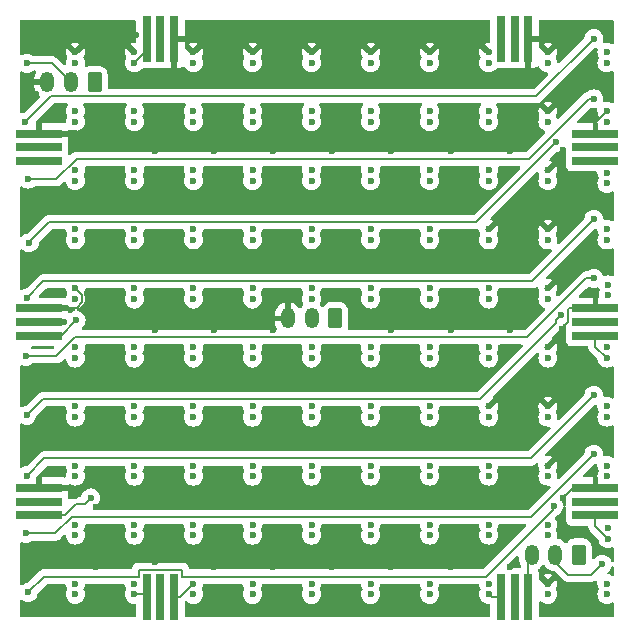
<source format=gbr>
%TF.GenerationSoftware,KiCad,Pcbnew,8.0.2*%
%TF.CreationDate,2024-07-01T22:54:51-05:00*%
%TF.ProjectId,pixel_grid,70697865-6c5f-4677-9269-642e6b696361,rev?*%
%TF.SameCoordinates,Original*%
%TF.FileFunction,Copper,L4,Bot*%
%TF.FilePolarity,Positive*%
%FSLAX46Y46*%
G04 Gerber Fmt 4.6, Leading zero omitted, Abs format (unit mm)*
G04 Created by KiCad (PCBNEW 8.0.2) date 2024-07-01 22:54:51*
%MOMM*%
%LPD*%
G01*
G04 APERTURE LIST*
G04 Aperture macros list*
%AMRoundRect*
0 Rectangle with rounded corners*
0 $1 Rounding radius*
0 $2 $3 $4 $5 $6 $7 $8 $9 X,Y pos of 4 corners*
0 Add a 4 corners polygon primitive as box body*
4,1,4,$2,$3,$4,$5,$6,$7,$8,$9,$2,$3,0*
0 Add four circle primitives for the rounded corners*
1,1,$1+$1,$2,$3*
1,1,$1+$1,$4,$5*
1,1,$1+$1,$6,$7*
1,1,$1+$1,$8,$9*
0 Add four rect primitives between the rounded corners*
20,1,$1+$1,$2,$3,$4,$5,0*
20,1,$1+$1,$4,$5,$6,$7,0*
20,1,$1+$1,$6,$7,$8,$9,0*
20,1,$1+$1,$8,$9,$2,$3,0*%
G04 Aperture macros list end*
%TA.AperFunction,SMDPad,CuDef*%
%ADD10R,0.800000X4.000000*%
%TD*%
%TA.AperFunction,SMDPad,CuDef*%
%ADD11R,4.000000X0.800000*%
%TD*%
%TA.AperFunction,ComponentPad*%
%ADD12C,0.600000*%
%TD*%
%TA.AperFunction,ComponentPad*%
%ADD13RoundRect,0.250000X0.350000X0.625000X-0.350000X0.625000X-0.350000X-0.625000X0.350000X-0.625000X0*%
%TD*%
%TA.AperFunction,ComponentPad*%
%ADD14O,1.200000X1.750000*%
%TD*%
%TA.AperFunction,ViaPad*%
%ADD15C,0.600000*%
%TD*%
%TA.AperFunction,Conductor*%
%ADD16C,0.200000*%
%TD*%
G04 APERTURE END LIST*
D10*
%TO.P,J13,1,Pin_1*%
%TO.N,+5V*%
X58850000Y-66100000D03*
%TO.P,J13,2,Pin_2*%
%TO.N,unconnected-(J13-Pin_2-Pad2)*%
X60000000Y-66100000D03*
%TO.P,J13,3,Pin_3*%
%TO.N,GND*%
X61150000Y-66100000D03*
%TD*%
%TO.P,J12,1,Pin_1*%
%TO.N,GND*%
X61150000Y-18800000D03*
%TO.P,J12,2,Pin_2*%
%TO.N,unconnected-(J12-Pin_2-Pad2)*%
X60000000Y-18800000D03*
%TO.P,J12,3,Pin_3*%
%TO.N,+5V*%
X58850000Y-18800000D03*
%TD*%
%TO.P,J11,1,Pin_1*%
%TO.N,+5V*%
X28850000Y-66100000D03*
%TO.P,J11,2,Pin_2*%
%TO.N,unconnected-(J11-Pin_2-Pad2)*%
X30000000Y-66100000D03*
%TO.P,J11,3,Pin_3*%
%TO.N,GND*%
X31150000Y-66100000D03*
%TD*%
%TO.P,J10,1,Pin_1*%
%TO.N,GND*%
X31150000Y-18800000D03*
%TO.P,J10,2,Pin_2*%
%TO.N,unconnected-(J10-Pin_2-Pad2)*%
X30000000Y-18800000D03*
%TO.P,J10,3,Pin_3*%
%TO.N,+5V*%
X28850000Y-18800000D03*
%TD*%
D11*
%TO.P,J9,1,Pin_1*%
%TO.N,+5V*%
X66837500Y-59150000D03*
%TO.P,J9,2,Pin_2*%
%TO.N,unconnected-(J9-Pin_2-Pad2)*%
X66837500Y-58000000D03*
%TO.P,J9,3,Pin_3*%
%TO.N,GND*%
X66837500Y-56850000D03*
%TD*%
%TO.P,J8,1,Pin_1*%
%TO.N,GND*%
X19700000Y-56850000D03*
%TO.P,J8,2,Pin_2*%
%TO.N,unconnected-(J8-Pin_2-Pad2)*%
X19700000Y-58000000D03*
%TO.P,J8,3,Pin_3*%
%TO.N,+5V*%
X19700000Y-59150000D03*
%TD*%
%TO.P,J7,1,Pin_1*%
%TO.N,+5V*%
X66837500Y-29150000D03*
%TO.P,J7,2,Pin_2*%
%TO.N,unconnected-(J7-Pin_2-Pad2)*%
X66837500Y-28000000D03*
%TO.P,J7,3,Pin_3*%
%TO.N,GND*%
X66837500Y-26850000D03*
%TD*%
%TO.P,J6,1,Pin_1*%
%TO.N,GND*%
X19700000Y-26850000D03*
%TO.P,J6,2,Pin_2*%
%TO.N,unconnected-(J6-Pin_2-Pad2)*%
X19700000Y-28000000D03*
%TO.P,J6,3,Pin_3*%
%TO.N,+5V*%
X19700000Y-29150000D03*
%TD*%
%TO.P,J5,1,Pin_1*%
%TO.N,+5V*%
X66837500Y-43950000D03*
%TO.P,J5,2,Pin_2*%
%TO.N,DOUT*%
X66837500Y-42800000D03*
%TO.P,J5,3,Pin_3*%
%TO.N,GND*%
X66837500Y-41650000D03*
%TD*%
%TO.P,J4,1,Pin_1*%
%TO.N,GND*%
X19700000Y-41650000D03*
%TO.P,J4,2,Pin_2*%
%TO.N,DIN*%
X19700000Y-42800000D03*
%TO.P,J4,3,Pin_3*%
%TO.N,+5V*%
X19700000Y-43950000D03*
%TD*%
D12*
%TO.P,JP100,1,A*%
%TO.N,GND*%
X67800000Y-64950000D03*
%TO.P,JP100,2,B*%
%TO.N,+5V*%
X67800000Y-65850000D03*
%TD*%
%TO.P,JP99,1,A*%
%TO.N,GND*%
X62800000Y-64950000D03*
%TO.P,JP99,2,B*%
%TO.N,+5V*%
X62800000Y-65850000D03*
%TD*%
%TO.P,JP98,1,A*%
%TO.N,GND*%
X57800000Y-64950000D03*
%TO.P,JP98,2,B*%
%TO.N,+5V*%
X57800000Y-65850000D03*
%TD*%
%TO.P,JP97,1,A*%
%TO.N,GND*%
X52800000Y-64950000D03*
%TO.P,JP97,2,B*%
%TO.N,+5V*%
X52800000Y-65850000D03*
%TD*%
%TO.P,JP96,1,A*%
%TO.N,GND*%
X47800000Y-64950000D03*
%TO.P,JP96,2,B*%
%TO.N,+5V*%
X47800000Y-65850000D03*
%TD*%
%TO.P,JP95,1,A*%
%TO.N,GND*%
X42800000Y-64950000D03*
%TO.P,JP95,2,B*%
%TO.N,+5V*%
X42800000Y-65850000D03*
%TD*%
%TO.P,JP94,1,A*%
%TO.N,GND*%
X37800000Y-64950000D03*
%TO.P,JP94,2,B*%
%TO.N,+5V*%
X37800000Y-65850000D03*
%TD*%
%TO.P,JP93,1,A*%
%TO.N,GND*%
X32800000Y-64950000D03*
%TO.P,JP93,2,B*%
%TO.N,+5V*%
X32800000Y-65850000D03*
%TD*%
%TO.P,JP92,1,A*%
%TO.N,GND*%
X27800000Y-64950000D03*
%TO.P,JP92,2,B*%
%TO.N,+5V*%
X27800000Y-65850000D03*
%TD*%
%TO.P,JP91,1,A*%
%TO.N,GND*%
X22800000Y-64950000D03*
%TO.P,JP91,2,B*%
%TO.N,+5V*%
X22800000Y-65850000D03*
%TD*%
%TO.P,JP90,1,A*%
%TO.N,GND*%
X67900000Y-60250000D03*
%TO.P,JP90,2,B*%
%TO.N,+5V*%
X67900000Y-61150000D03*
%TD*%
%TO.P,JP89,1,A*%
%TO.N,GND*%
X62800000Y-59950000D03*
%TO.P,JP89,2,B*%
%TO.N,+5V*%
X62800000Y-60850000D03*
%TD*%
%TO.P,JP88,1,A*%
%TO.N,GND*%
X57800000Y-59950000D03*
%TO.P,JP88,2,B*%
%TO.N,+5V*%
X57800000Y-60850000D03*
%TD*%
%TO.P,JP87,1,A*%
%TO.N,GND*%
X52800000Y-59950000D03*
%TO.P,JP87,2,B*%
%TO.N,+5V*%
X52800000Y-60850000D03*
%TD*%
%TO.P,JP86,1,A*%
%TO.N,GND*%
X47800000Y-59950000D03*
%TO.P,JP86,2,B*%
%TO.N,+5V*%
X47800000Y-60850000D03*
%TD*%
%TO.P,JP85,1,A*%
%TO.N,GND*%
X42800000Y-59950000D03*
%TO.P,JP85,2,B*%
%TO.N,+5V*%
X42800000Y-60850000D03*
%TD*%
%TO.P,JP84,1,A*%
%TO.N,GND*%
X37800000Y-59950000D03*
%TO.P,JP84,2,B*%
%TO.N,+5V*%
X37800000Y-60850000D03*
%TD*%
%TO.P,JP83,1,A*%
%TO.N,GND*%
X32800000Y-59950000D03*
%TO.P,JP83,2,B*%
%TO.N,+5V*%
X32800000Y-60850000D03*
%TD*%
%TO.P,JP82,1,A*%
%TO.N,GND*%
X27800000Y-59950000D03*
%TO.P,JP82,2,B*%
%TO.N,+5V*%
X27800000Y-60850000D03*
%TD*%
%TO.P,JP81,1,A*%
%TO.N,GND*%
X22800000Y-59950000D03*
%TO.P,JP81,2,B*%
%TO.N,+5V*%
X22800000Y-60850000D03*
%TD*%
%TO.P,JP80,1,A*%
%TO.N,GND*%
X67800000Y-54950000D03*
%TO.P,JP80,2,B*%
%TO.N,+5V*%
X67800000Y-55850000D03*
%TD*%
%TO.P,JP79,1,A*%
%TO.N,GND*%
X62800000Y-54950000D03*
%TO.P,JP79,2,B*%
%TO.N,+5V*%
X62800000Y-55850000D03*
%TD*%
%TO.P,JP78,1,A*%
%TO.N,GND*%
X57800000Y-54950000D03*
%TO.P,JP78,2,B*%
%TO.N,+5V*%
X57800000Y-55850000D03*
%TD*%
%TO.P,JP77,1,A*%
%TO.N,GND*%
X52800000Y-54950000D03*
%TO.P,JP77,2,B*%
%TO.N,+5V*%
X52800000Y-55850000D03*
%TD*%
%TO.P,JP76,1,A*%
%TO.N,GND*%
X47800000Y-54950000D03*
%TO.P,JP76,2,B*%
%TO.N,+5V*%
X47800000Y-55850000D03*
%TD*%
%TO.P,JP75,1,A*%
%TO.N,GND*%
X42800000Y-54950000D03*
%TO.P,JP75,2,B*%
%TO.N,+5V*%
X42800000Y-55850000D03*
%TD*%
%TO.P,JP74,1,A*%
%TO.N,GND*%
X37800000Y-54950000D03*
%TO.P,JP74,2,B*%
%TO.N,+5V*%
X37800000Y-55850000D03*
%TD*%
%TO.P,JP73,1,A*%
%TO.N,GND*%
X32800000Y-54950000D03*
%TO.P,JP73,2,B*%
%TO.N,+5V*%
X32800000Y-55850000D03*
%TD*%
%TO.P,JP72,1,A*%
%TO.N,GND*%
X27800000Y-54950000D03*
%TO.P,JP72,2,B*%
%TO.N,+5V*%
X27800000Y-55850000D03*
%TD*%
%TO.P,JP71,1,A*%
%TO.N,GND*%
X22800000Y-54950000D03*
%TO.P,JP71,2,B*%
%TO.N,+5V*%
X22800000Y-55850000D03*
%TD*%
%TO.P,JP70,1,A*%
%TO.N,GND*%
X67800000Y-49950000D03*
%TO.P,JP70,2,B*%
%TO.N,+5V*%
X67800000Y-50850000D03*
%TD*%
%TO.P,JP69,1,A*%
%TO.N,GND*%
X62800000Y-49950000D03*
%TO.P,JP69,2,B*%
%TO.N,+5V*%
X62800000Y-50850000D03*
%TD*%
%TO.P,JP68,1,A*%
%TO.N,GND*%
X57800000Y-49950000D03*
%TO.P,JP68,2,B*%
%TO.N,+5V*%
X57800000Y-50850000D03*
%TD*%
%TO.P,JP67,1,A*%
%TO.N,GND*%
X52800000Y-49950000D03*
%TO.P,JP67,2,B*%
%TO.N,+5V*%
X52800000Y-50850000D03*
%TD*%
%TO.P,JP66,1,A*%
%TO.N,GND*%
X47800000Y-49950000D03*
%TO.P,JP66,2,B*%
%TO.N,+5V*%
X47800000Y-50850000D03*
%TD*%
%TO.P,JP65,1,A*%
%TO.N,GND*%
X42800000Y-49950000D03*
%TO.P,JP65,2,B*%
%TO.N,+5V*%
X42800000Y-50850000D03*
%TD*%
%TO.P,JP64,1,A*%
%TO.N,GND*%
X37800000Y-49950000D03*
%TO.P,JP64,2,B*%
%TO.N,+5V*%
X37800000Y-50850000D03*
%TD*%
%TO.P,JP63,1,A*%
%TO.N,GND*%
X32800000Y-49950000D03*
%TO.P,JP63,2,B*%
%TO.N,+5V*%
X32800000Y-50850000D03*
%TD*%
%TO.P,JP62,1,A*%
%TO.N,GND*%
X27800000Y-49950000D03*
%TO.P,JP62,2,B*%
%TO.N,+5V*%
X27800000Y-50850000D03*
%TD*%
%TO.P,JP61,1,A*%
%TO.N,GND*%
X22800000Y-49950000D03*
%TO.P,JP61,2,B*%
%TO.N,+5V*%
X22800000Y-50850000D03*
%TD*%
%TO.P,JP60,1,A*%
%TO.N,GND*%
X67800000Y-44950000D03*
%TO.P,JP60,2,B*%
%TO.N,+5V*%
X67800000Y-45850000D03*
%TD*%
%TO.P,JP59,1,A*%
%TO.N,GND*%
X62800000Y-44950000D03*
%TO.P,JP59,2,B*%
%TO.N,+5V*%
X62800000Y-45850000D03*
%TD*%
%TO.P,JP58,1,A*%
%TO.N,GND*%
X57800000Y-44950000D03*
%TO.P,JP58,2,B*%
%TO.N,+5V*%
X57800000Y-45850000D03*
%TD*%
%TO.P,JP57,1,A*%
%TO.N,GND*%
X52800000Y-44950000D03*
%TO.P,JP57,2,B*%
%TO.N,+5V*%
X52800000Y-45850000D03*
%TD*%
%TO.P,JP56,1,A*%
%TO.N,GND*%
X47800000Y-44950000D03*
%TO.P,JP56,2,B*%
%TO.N,+5V*%
X47800000Y-45850000D03*
%TD*%
%TO.P,JP55,1,A*%
%TO.N,GND*%
X42800000Y-44950000D03*
%TO.P,JP55,2,B*%
%TO.N,+5V*%
X42800000Y-45850000D03*
%TD*%
%TO.P,JP54,1,A*%
%TO.N,GND*%
X37800000Y-44950000D03*
%TO.P,JP54,2,B*%
%TO.N,+5V*%
X37800000Y-45850000D03*
%TD*%
%TO.P,JP53,1,A*%
%TO.N,GND*%
X32800000Y-44950000D03*
%TO.P,JP53,2,B*%
%TO.N,+5V*%
X32800000Y-45850000D03*
%TD*%
%TO.P,JP52,1,A*%
%TO.N,GND*%
X27800000Y-44950000D03*
%TO.P,JP52,2,B*%
%TO.N,+5V*%
X27800000Y-45850000D03*
%TD*%
%TO.P,JP51,1,A*%
%TO.N,GND*%
X22800000Y-44950000D03*
%TO.P,JP51,2,B*%
%TO.N,+5V*%
X22800000Y-45850000D03*
%TD*%
%TO.P,JP50,1,A*%
%TO.N,GND*%
X67900000Y-39650000D03*
%TO.P,JP50,2,B*%
%TO.N,+5V*%
X67900000Y-40550000D03*
%TD*%
%TO.P,JP49,1,A*%
%TO.N,GND*%
X62800000Y-39950000D03*
%TO.P,JP49,2,B*%
%TO.N,+5V*%
X62800000Y-40850000D03*
%TD*%
%TO.P,JP48,1,A*%
%TO.N,GND*%
X57800000Y-39950000D03*
%TO.P,JP48,2,B*%
%TO.N,+5V*%
X57800000Y-40850000D03*
%TD*%
%TO.P,JP47,1,A*%
%TO.N,GND*%
X52800000Y-39950000D03*
%TO.P,JP47,2,B*%
%TO.N,+5V*%
X52800000Y-40850000D03*
%TD*%
%TO.P,JP46,1,A*%
%TO.N,GND*%
X47800000Y-39950000D03*
%TO.P,JP46,2,B*%
%TO.N,+5V*%
X47800000Y-40850000D03*
%TD*%
%TO.P,JP45,1,A*%
%TO.N,GND*%
X42800000Y-39950000D03*
%TO.P,JP45,2,B*%
%TO.N,+5V*%
X42800000Y-40850000D03*
%TD*%
%TO.P,JP44,1,A*%
%TO.N,GND*%
X37800000Y-39950000D03*
%TO.P,JP44,2,B*%
%TO.N,+5V*%
X37800000Y-40850000D03*
%TD*%
%TO.P,JP43,1,A*%
%TO.N,GND*%
X32800000Y-39950000D03*
%TO.P,JP43,2,B*%
%TO.N,+5V*%
X32800000Y-40850000D03*
%TD*%
%TO.P,JP42,1,A*%
%TO.N,GND*%
X27800000Y-39950000D03*
%TO.P,JP42,2,B*%
%TO.N,+5V*%
X27800000Y-40850000D03*
%TD*%
%TO.P,JP41,1,A*%
%TO.N,GND*%
X22800000Y-39950000D03*
%TO.P,JP41,2,B*%
%TO.N,+5V*%
X22800000Y-40850000D03*
%TD*%
%TO.P,JP40,1,A*%
%TO.N,GND*%
X67800000Y-34950000D03*
%TO.P,JP40,2,B*%
%TO.N,+5V*%
X67800000Y-35850000D03*
%TD*%
%TO.P,JP39,1,A*%
%TO.N,GND*%
X62800000Y-34950000D03*
%TO.P,JP39,2,B*%
%TO.N,+5V*%
X62800000Y-35850000D03*
%TD*%
%TO.P,JP38,1,A*%
%TO.N,GND*%
X57800000Y-34950000D03*
%TO.P,JP38,2,B*%
%TO.N,+5V*%
X57800000Y-35850000D03*
%TD*%
%TO.P,JP37,1,A*%
%TO.N,GND*%
X52800000Y-34950000D03*
%TO.P,JP37,2,B*%
%TO.N,+5V*%
X52800000Y-35850000D03*
%TD*%
%TO.P,JP36,1,A*%
%TO.N,GND*%
X47800000Y-34950000D03*
%TO.P,JP36,2,B*%
%TO.N,+5V*%
X47800000Y-35850000D03*
%TD*%
%TO.P,JP35,1,A*%
%TO.N,GND*%
X42800000Y-34950000D03*
%TO.P,JP35,2,B*%
%TO.N,+5V*%
X42800000Y-35850000D03*
%TD*%
%TO.P,JP34,1,A*%
%TO.N,GND*%
X37800000Y-34950000D03*
%TO.P,JP34,2,B*%
%TO.N,+5V*%
X37800000Y-35850000D03*
%TD*%
%TO.P,JP33,1,A*%
%TO.N,GND*%
X32800000Y-34950000D03*
%TO.P,JP33,2,B*%
%TO.N,+5V*%
X32800000Y-35850000D03*
%TD*%
%TO.P,JP32,1,A*%
%TO.N,GND*%
X27800000Y-34950000D03*
%TO.P,JP32,2,B*%
%TO.N,+5V*%
X27800000Y-35850000D03*
%TD*%
%TO.P,JP31,1,A*%
%TO.N,GND*%
X22800000Y-34950000D03*
%TO.P,JP31,2,B*%
%TO.N,+5V*%
X22800000Y-35850000D03*
%TD*%
%TO.P,JP30,1,A*%
%TO.N,GND*%
X67800000Y-30150000D03*
%TO.P,JP30,2,B*%
%TO.N,+5V*%
X67800000Y-31050000D03*
%TD*%
%TO.P,JP29,1,A*%
%TO.N,GND*%
X62800000Y-29950000D03*
%TO.P,JP29,2,B*%
%TO.N,+5V*%
X62800000Y-30850000D03*
%TD*%
%TO.P,JP28,1,A*%
%TO.N,GND*%
X57800000Y-29950000D03*
%TO.P,JP28,2,B*%
%TO.N,+5V*%
X57800000Y-30850000D03*
%TD*%
%TO.P,JP27,1,A*%
%TO.N,GND*%
X52800000Y-29950000D03*
%TO.P,JP27,2,B*%
%TO.N,+5V*%
X52800000Y-30850000D03*
%TD*%
%TO.P,JP26,1,A*%
%TO.N,GND*%
X47800000Y-29950000D03*
%TO.P,JP26,2,B*%
%TO.N,+5V*%
X47800000Y-30850000D03*
%TD*%
%TO.P,JP25,1,A*%
%TO.N,GND*%
X42800000Y-29950000D03*
%TO.P,JP25,2,B*%
%TO.N,+5V*%
X42800000Y-30850000D03*
%TD*%
%TO.P,JP24,1,A*%
%TO.N,GND*%
X37800000Y-29950000D03*
%TO.P,JP24,2,B*%
%TO.N,+5V*%
X37800000Y-30850000D03*
%TD*%
%TO.P,JP23,1,A*%
%TO.N,GND*%
X32800000Y-29950000D03*
%TO.P,JP23,2,B*%
%TO.N,+5V*%
X32800000Y-30850000D03*
%TD*%
%TO.P,JP22,1,A*%
%TO.N,GND*%
X27800000Y-29950000D03*
%TO.P,JP22,2,B*%
%TO.N,+5V*%
X27800000Y-30850000D03*
%TD*%
%TO.P,JP21,1,A*%
%TO.N,GND*%
X22800000Y-29950000D03*
%TO.P,JP21,2,B*%
%TO.N,+5V*%
X22800000Y-30850000D03*
%TD*%
%TO.P,JP20,1,A*%
%TO.N,GND*%
X67800000Y-24950000D03*
%TO.P,JP20,2,B*%
%TO.N,+5V*%
X67800000Y-25850000D03*
%TD*%
%TO.P,JP19,1,A*%
%TO.N,GND*%
X62800000Y-24950000D03*
%TO.P,JP19,2,B*%
%TO.N,+5V*%
X62800000Y-25850000D03*
%TD*%
%TO.P,JP18,1,A*%
%TO.N,GND*%
X57800000Y-24950000D03*
%TO.P,JP18,2,B*%
%TO.N,+5V*%
X57800000Y-25850000D03*
%TD*%
%TO.P,JP17,1,A*%
%TO.N,GND*%
X52800000Y-24950000D03*
%TO.P,JP17,2,B*%
%TO.N,+5V*%
X52800000Y-25850000D03*
%TD*%
%TO.P,JP16,1,A*%
%TO.N,GND*%
X47800000Y-24950000D03*
%TO.P,JP16,2,B*%
%TO.N,+5V*%
X47800000Y-25850000D03*
%TD*%
%TO.P,JP15,1,A*%
%TO.N,GND*%
X42800000Y-24950000D03*
%TO.P,JP15,2,B*%
%TO.N,+5V*%
X42800000Y-25850000D03*
%TD*%
%TO.P,JP14,1,A*%
%TO.N,GND*%
X37800000Y-24950000D03*
%TO.P,JP14,2,B*%
%TO.N,+5V*%
X37800000Y-25850000D03*
%TD*%
%TO.P,JP13,1,A*%
%TO.N,GND*%
X32800000Y-24950000D03*
%TO.P,JP13,2,B*%
%TO.N,+5V*%
X32800000Y-25850000D03*
%TD*%
%TO.P,JP12,1,A*%
%TO.N,GND*%
X27800000Y-24950000D03*
%TO.P,JP12,2,B*%
%TO.N,+5V*%
X27800000Y-25850000D03*
%TD*%
%TO.P,JP11,1,A*%
%TO.N,GND*%
X22800000Y-24950000D03*
%TO.P,JP11,2,B*%
%TO.N,+5V*%
X22800000Y-25850000D03*
%TD*%
%TO.P,JP10,1,A*%
%TO.N,GND*%
X67800000Y-19950000D03*
%TO.P,JP10,2,B*%
%TO.N,+5V*%
X67800000Y-20850000D03*
%TD*%
%TO.P,JP9,1,A*%
%TO.N,GND*%
X62800000Y-19950000D03*
%TO.P,JP9,2,B*%
%TO.N,+5V*%
X62800000Y-20850000D03*
%TD*%
%TO.P,JP8,1,A*%
%TO.N,GND*%
X57800000Y-19950000D03*
%TO.P,JP8,2,B*%
%TO.N,+5V*%
X57800000Y-20850000D03*
%TD*%
%TO.P,JP7,1,A*%
%TO.N,GND*%
X52800000Y-19950000D03*
%TO.P,JP7,2,B*%
%TO.N,+5V*%
X52800000Y-20850000D03*
%TD*%
%TO.P,JP6,1,A*%
%TO.N,GND*%
X47800000Y-19950000D03*
%TO.P,JP6,2,B*%
%TO.N,+5V*%
X47800000Y-20850000D03*
%TD*%
%TO.P,JP5,1,A*%
%TO.N,GND*%
X42800000Y-19950000D03*
%TO.P,JP5,2,B*%
%TO.N,+5V*%
X42800000Y-20850000D03*
%TD*%
%TO.P,JP4,1,A*%
%TO.N,GND*%
X37800000Y-19950000D03*
%TO.P,JP4,2,B*%
%TO.N,+5V*%
X37800000Y-20850000D03*
%TD*%
%TO.P,JP3,1,A*%
%TO.N,GND*%
X32800000Y-19950000D03*
%TO.P,JP3,2,B*%
%TO.N,+5V*%
X32800000Y-20850000D03*
%TD*%
%TO.P,JP2,1,A*%
%TO.N,GND*%
X27800000Y-19950000D03*
%TO.P,JP2,2,B*%
%TO.N,+5V*%
X27800000Y-20850000D03*
%TD*%
%TO.P,JP1,1,A*%
%TO.N,GND*%
X22800000Y-19950000D03*
%TO.P,JP1,2,B*%
%TO.N,+5V*%
X22800000Y-20850000D03*
%TD*%
D13*
%TO.P,J3,1,Pin_1*%
%TO.N,+5V*%
X44800000Y-42500000D03*
D14*
%TO.P,J3,2,Pin_2*%
%TO.N,unconnected-(J3-Pin_2-Pad2)*%
X42800000Y-42500000D03*
%TO.P,J3,3,Pin_3*%
%TO.N,GND*%
X40800000Y-42500000D03*
%TD*%
D13*
%TO.P,J2,1,Pin_1*%
%TO.N,+5V*%
X65425000Y-62500000D03*
D14*
%TO.P,J2,2,Pin_2*%
%TO.N,DOUT*%
X63425000Y-62500000D03*
%TO.P,J2,3,Pin_3*%
%TO.N,GND*%
X61425000Y-62500000D03*
%TD*%
D13*
%TO.P,J1,1,Pin_1*%
%TO.N,+5V*%
X24425000Y-22500000D03*
D14*
%TO.P,J1,2,Pin_2*%
%TO.N,DIN*%
X22425000Y-22500000D03*
%TO.P,J1,3,Pin_3*%
%TO.N,GND*%
X20425000Y-22500000D03*
%TD*%
D15*
%TO.N,DOUT*%
X67400000Y-63300000D03*
%TO.N,/Ten_Leds2/DOUT*%
X18900000Y-36100000D03*
X63500000Y-27600000D03*
%TO.N,/Ten_Leds/DOUT*%
X66700000Y-18800000D03*
X18500000Y-25900000D03*
%TO.N,GND*%
X18400000Y-41600000D03*
%TO.N,+5V*%
X18400000Y-44000000D03*
%TO.N,GND*%
X18400000Y-56800000D03*
%TO.N,+5V*%
X18400000Y-59100000D03*
%TO.N,GND*%
X31200000Y-67500000D03*
%TO.N,+5V*%
X28900000Y-67500000D03*
X58800000Y-67500000D03*
%TO.N,GND*%
X61200000Y-67500000D03*
%TO.N,+5V*%
X68100000Y-44000000D03*
%TO.N,GND*%
X68100000Y-41600000D03*
%TO.N,+5V*%
X68100000Y-29200000D03*
%TO.N,GND*%
X68100000Y-26800000D03*
X61200000Y-17500000D03*
%TO.N,+5V*%
X58900000Y-17500000D03*
%TO.N,GND*%
X31200000Y-17500000D03*
%TO.N,+5V*%
X28900000Y-17500000D03*
%TO.N,GND*%
X18400000Y-26800000D03*
%TO.N,+5V*%
X18400000Y-29200000D03*
%TO.N,DOUT*%
X65200000Y-42800000D03*
%TO.N,DIN*%
X21800000Y-42800000D03*
%TO.N,+5V*%
X22859620Y-42659620D03*
X24100000Y-57700000D03*
%TO.N,/Ten_Leds8/DOUT*%
X63300000Y-58400000D03*
%TO.N,/Ten_Leds5/DOUT*%
X63887500Y-42200000D03*
%TO.N,GND*%
X39544444Y-63500000D03*
X24511111Y-63500000D03*
X29522222Y-63150000D03*
X54577777Y-63500000D03*
X34533333Y-63500000D03*
X59588888Y-63500000D03*
X49566666Y-63500000D03*
X44555555Y-63500000D03*
X19500000Y-63500000D03*
X39544444Y-58500000D03*
X24511111Y-58500000D03*
X29522222Y-58500000D03*
X54577777Y-58500000D03*
X34533333Y-58500000D03*
X64071496Y-57692755D03*
X59588888Y-58500000D03*
X49566666Y-58500000D03*
X44555555Y-58500000D03*
X22791152Y-57552669D03*
X39544444Y-53500000D03*
X24511111Y-53500000D03*
X29522222Y-53500000D03*
X54577777Y-53500000D03*
X34533333Y-53500000D03*
X64600000Y-53500000D03*
X59588888Y-53500000D03*
X49566666Y-53500000D03*
X44555555Y-53500000D03*
X19500000Y-53500000D03*
X39544444Y-48500000D03*
X24511111Y-48500000D03*
X29522222Y-48500000D03*
X54577777Y-48500000D03*
X34533333Y-48500000D03*
X64600000Y-48500000D03*
X59588888Y-48500000D03*
X49566666Y-48500000D03*
X44555555Y-48500000D03*
X19500000Y-48500000D03*
X39544444Y-43500000D03*
X25900000Y-42500000D03*
X29522222Y-43500000D03*
X54577777Y-43500000D03*
X34533333Y-43500000D03*
X63971614Y-43365837D03*
X59588888Y-43500000D03*
X49566666Y-43500000D03*
X39544444Y-33500000D03*
X24511111Y-33500000D03*
X29522222Y-33500000D03*
X54577777Y-33500000D03*
X34533333Y-33500000D03*
X64600000Y-33500000D03*
X59588888Y-33500000D03*
X49566666Y-33500000D03*
X44555555Y-33500000D03*
X19500000Y-33500000D03*
X39544444Y-38500000D03*
X24511111Y-38500000D03*
X29522222Y-38500000D03*
X54577777Y-38500000D03*
X34533333Y-38500000D03*
X64600000Y-38500000D03*
X59588888Y-38500000D03*
X49566666Y-38500000D03*
X44555555Y-38500000D03*
X19500000Y-38500000D03*
X39544444Y-28350000D03*
X24500000Y-28000000D03*
X29522222Y-28350000D03*
X54577777Y-28350000D03*
X34533333Y-28350000D03*
X64077880Y-28222120D03*
X59588888Y-28350000D03*
X49566666Y-28350000D03*
X44555555Y-28350000D03*
X22800000Y-26800000D03*
X64600000Y-23500000D03*
X19500000Y-23500000D03*
X64600000Y-18500000D03*
X57500000Y-18000000D03*
X54577777Y-18500000D03*
X49566666Y-18500000D03*
X44555555Y-18500000D03*
X39544444Y-18500000D03*
X34533333Y-18500000D03*
X27949998Y-18500000D03*
X24511111Y-18500000D03*
X19500000Y-18500000D03*
%TO.N,/Ten_Leds6/DOUT*%
X66700000Y-49000000D03*
%TO.N,/Ten_Leds4/DOUT*%
X18600000Y-45700000D03*
%TO.N,/Ten_Leds1/DOUT*%
X18800000Y-30700000D03*
%TO.N,/Ten_Leds3/DOUT*%
X18699998Y-40750000D03*
%TO.N,/Ten_Leds5/DOUT*%
X18700000Y-50700000D03*
%TO.N,/Ten_Leds6/DOUT*%
X18700000Y-55800000D03*
%TO.N,/Ten_Leds7/DOUT*%
X18600000Y-60700000D03*
%TO.N,/Ten_Leds8/DOUT*%
X18800000Y-65700000D03*
%TO.N,/Ten_Leds7/DOUT*%
X66700000Y-54000000D03*
%TO.N,/Ten_Leds4/DOUT*%
X66700000Y-39100000D03*
%TO.N,/Ten_Leds3/DOUT*%
X66700000Y-34100000D03*
%TO.N,/Ten_Leds1/DOUT*%
X66700000Y-23900000D03*
%TO.N,DIN*%
X18700000Y-20900000D03*
%TD*%
D16*
%TO.N,DOUT*%
X67400000Y-63300000D02*
X66500000Y-64200000D01*
X66500000Y-64200000D02*
X64500000Y-64200000D01*
X64500000Y-64200000D02*
X63425000Y-63125000D01*
X63425000Y-63125000D02*
X63425000Y-62500000D01*
%TO.N,/Ten_Leds1/DOUT*%
X22901471Y-29000000D02*
X21201471Y-30700000D01*
X21201471Y-30700000D02*
X18800000Y-30700000D01*
X61180761Y-29000000D02*
X22901471Y-29000000D01*
%TO.N,/Ten_Leds2/DOUT*%
X18900000Y-36000000D02*
X18900000Y-36100000D01*
%TO.N,/Ten_Leds1/DOUT*%
X66280761Y-23900000D02*
X61180761Y-29000000D01*
X66700000Y-23900000D02*
X66280761Y-23900000D01*
%TO.N,/Ten_Leds2/DOUT*%
X20100000Y-34800000D02*
X18900000Y-36000000D01*
X63500000Y-27600000D02*
X56750000Y-34350000D01*
X56750000Y-34350000D02*
X20550000Y-34350000D01*
X20550000Y-34350000D02*
X20100000Y-34800000D01*
%TO.N,/Ten_Leds/DOUT*%
X61825000Y-23675000D02*
X20725000Y-23675000D01*
X20725000Y-23675000D02*
X18500000Y-25900000D01*
X66700000Y-18800000D02*
X61825000Y-23675000D01*
%TO.N,GND*%
X19700000Y-41650000D02*
X18450000Y-41650000D01*
X18450000Y-41650000D02*
X18400000Y-41600000D01*
%TO.N,+5V*%
X19700000Y-43950000D02*
X18450000Y-43950000D01*
X18450000Y-43950000D02*
X18400000Y-44000000D01*
%TO.N,GND*%
X19700000Y-56850000D02*
X18450000Y-56850000D01*
X18450000Y-56850000D02*
X18400000Y-56800000D01*
%TO.N,+5V*%
X19700000Y-59150000D02*
X18450000Y-59150000D01*
X18450000Y-59150000D02*
X18400000Y-59100000D01*
%TO.N,GND*%
X31150000Y-66100000D02*
X31150000Y-67450000D01*
X31150000Y-67450000D02*
X31200000Y-67500000D01*
%TO.N,+5V*%
X28850000Y-66100000D02*
X28850000Y-67450000D01*
X28850000Y-67450000D02*
X28900000Y-67500000D01*
X58850000Y-66100000D02*
X58850000Y-67450000D01*
X58850000Y-67450000D02*
X58800000Y-67500000D01*
%TO.N,GND*%
X61150000Y-66100000D02*
X61150000Y-67450000D01*
X61150000Y-67450000D02*
X61200000Y-67500000D01*
%TO.N,+5V*%
X66837500Y-43950000D02*
X68050000Y-43950000D01*
X68050000Y-43950000D02*
X68100000Y-44000000D01*
%TO.N,GND*%
X66837500Y-41650000D02*
X68050000Y-41650000D01*
X68050000Y-41650000D02*
X68100000Y-41600000D01*
%TO.N,+5V*%
X66837500Y-29150000D02*
X68050000Y-29150000D01*
X68050000Y-29150000D02*
X68100000Y-29200000D01*
%TO.N,GND*%
X66837500Y-26850000D02*
X68050000Y-26850000D01*
X68050000Y-26850000D02*
X68100000Y-26800000D01*
X61150000Y-18800000D02*
X61150000Y-17550000D01*
X61150000Y-17550000D02*
X61200000Y-17500000D01*
%TO.N,+5V*%
X58850000Y-18800000D02*
X58850000Y-17550000D01*
X58850000Y-17550000D02*
X58900000Y-17500000D01*
%TO.N,GND*%
X31150000Y-18800000D02*
X31150000Y-17550000D01*
X31150000Y-17550000D02*
X31200000Y-17500000D01*
%TO.N,+5V*%
X28850000Y-18800000D02*
X28850000Y-17550000D01*
X28850000Y-17550000D02*
X28900000Y-17500000D01*
%TO.N,GND*%
X19700000Y-26850000D02*
X18450000Y-26850000D01*
X18450000Y-26850000D02*
X18400000Y-26800000D01*
%TO.N,+5V*%
X19700000Y-29150000D02*
X18450000Y-29150000D01*
X18450000Y-29150000D02*
X18400000Y-29200000D01*
%TO.N,GND*%
X67800000Y-24950000D02*
X66837500Y-25912500D01*
X66837500Y-25912500D02*
X66837500Y-26850000D01*
%TO.N,+5V*%
X67900000Y-61150000D02*
X66837500Y-60087500D01*
X66837500Y-60087500D02*
X66837500Y-59150000D01*
X27800000Y-20850000D02*
X28850000Y-19800000D01*
X28850000Y-19800000D02*
X28850000Y-18800000D01*
%TO.N,/Ten_Leds5/DOUT*%
X63500000Y-42587500D02*
X63887500Y-42200000D01*
%TO.N,GND*%
X64537500Y-42799951D02*
X63971614Y-43365837D01*
X64637500Y-41650000D02*
X64537500Y-41750000D01*
X66837500Y-41650000D02*
X64637500Y-41650000D01*
X64537500Y-41750000D02*
X64537500Y-42799951D01*
%TO.N,/Ten_Leds5/DOUT*%
X20050000Y-49350000D02*
X57068212Y-49350000D01*
X57068212Y-49350000D02*
X63500000Y-42918212D01*
X18700000Y-50700000D02*
X20050000Y-49350000D01*
X63500000Y-42918212D02*
X63500000Y-42587500D01*
%TO.N,DIN*%
X19700000Y-42800000D02*
X21800000Y-42800000D01*
%TO.N,GND*%
X23400000Y-41100000D02*
X22900000Y-41600000D01*
X23400000Y-40550000D02*
X23400000Y-41100000D01*
X22800000Y-39950000D02*
X23400000Y-40550000D01*
X22900000Y-41600000D02*
X19750000Y-41600000D01*
%TO.N,DIN*%
X19700000Y-42800000D02*
X21970711Y-42800000D01*
%TO.N,+5V*%
X21569240Y-43950000D02*
X22859620Y-42659620D01*
X23600000Y-58200000D02*
X24100000Y-57700000D01*
X19700000Y-59150000D02*
X21900000Y-59150000D01*
X21900000Y-59150000D02*
X22850000Y-58200000D01*
X22850000Y-58200000D02*
X23600000Y-58200000D01*
%TO.N,/Ten_Leds7/DOUT*%
X66700000Y-54000000D02*
X61400000Y-59300000D01*
X61400000Y-59300000D02*
X22500000Y-59300000D01*
X22500000Y-59300000D02*
X21100000Y-60700000D01*
X21100000Y-60700000D02*
X18600000Y-60700000D01*
%TO.N,+5V*%
X27800000Y-65850000D02*
X28600000Y-65850000D01*
%TO.N,GND*%
X31150000Y-66100000D02*
X31650000Y-66100000D01*
X31650000Y-66100000D02*
X32800000Y-64950000D01*
%TO.N,+5V*%
X58850000Y-66100000D02*
X58050000Y-66100000D01*
X58050000Y-66100000D02*
X57800000Y-65850000D01*
%TO.N,GND*%
X61150000Y-66100000D02*
X61150000Y-62775000D01*
%TO.N,/Ten_Leds8/DOUT*%
X20150000Y-64350000D02*
X28150000Y-64350000D01*
X57551471Y-64350000D02*
X63201471Y-58700000D01*
X63201471Y-58498529D02*
X63300000Y-58400000D01*
X31850000Y-64350000D02*
X57551471Y-64350000D01*
X63201471Y-58700000D02*
X63201471Y-58498529D01*
X28150000Y-63800000D02*
X31850000Y-63800000D01*
X18800000Y-65700000D02*
X20150000Y-64350000D01*
X31850000Y-63800000D02*
X31850000Y-64350000D01*
X28150000Y-64350000D02*
X28150000Y-63800000D01*
%TO.N,GND*%
X64914251Y-56850000D02*
X64071496Y-57692755D01*
X66837500Y-56850000D02*
X64914251Y-56850000D01*
%TO.N,+5V*%
X66837500Y-43950000D02*
X66837500Y-44887500D01*
X66837500Y-44887500D02*
X67800000Y-45850000D01*
%TO.N,/Ten_Leds4/DOUT*%
X22801471Y-44100000D02*
X61068261Y-44100000D01*
X18600000Y-45700000D02*
X21201471Y-45700000D01*
X61068261Y-44100000D02*
X66068261Y-39100000D01*
X66068261Y-39100000D02*
X66700000Y-39100000D01*
X21201471Y-45700000D02*
X22801471Y-44100000D01*
%TO.N,/Ten_Leds6/DOUT*%
X66700000Y-49000000D02*
X61350000Y-54350000D01*
X61350000Y-54350000D02*
X20150000Y-54350000D01*
X20150000Y-54350000D02*
X18700000Y-55800000D01*
%TO.N,/Ten_Leds3/DOUT*%
X66700000Y-34100000D02*
X61450000Y-39350000D01*
X20099998Y-39350000D02*
X18699998Y-40750000D01*
X61450000Y-39350000D02*
X20099998Y-39350000D01*
%TO.N,DIN*%
X22425000Y-22500000D02*
X20825000Y-20900000D01*
X20825000Y-20900000D02*
X18700000Y-20900000D01*
%TD*%
%TA.AperFunction,Conductor*%
%TO.N,GND*%
G36*
X62511109Y-63392510D02*
G01*
X62525008Y-63408550D01*
X62525833Y-63409685D01*
X62585586Y-63491928D01*
X62708072Y-63614414D01*
X62848212Y-63716232D01*
X63002555Y-63794873D01*
X63167299Y-63848402D01*
X63167302Y-63848402D01*
X63167303Y-63848403D01*
X63253736Y-63862092D01*
X63284187Y-63866915D01*
X63347322Y-63896844D01*
X63352471Y-63901707D01*
X64131284Y-64680520D01*
X64131286Y-64680521D01*
X64131290Y-64680524D01*
X64268209Y-64759573D01*
X64268212Y-64759575D01*
X64268216Y-64759577D01*
X64420943Y-64800501D01*
X64420945Y-64800501D01*
X64586654Y-64800501D01*
X64586670Y-64800500D01*
X66413331Y-64800500D01*
X66413347Y-64800501D01*
X66420943Y-64800501D01*
X66579054Y-64800501D01*
X66579057Y-64800501D01*
X66731785Y-64759577D01*
X66802558Y-64718716D01*
X66823474Y-64706639D01*
X66891370Y-64690167D01*
X66957397Y-64713018D01*
X67000589Y-64767938D01*
X67008693Y-64827910D01*
X66994938Y-64949995D01*
X66994938Y-64950002D01*
X67015121Y-65129138D01*
X67015122Y-65129141D01*
X67074664Y-65299303D01*
X67096188Y-65333560D01*
X67115187Y-65400797D01*
X67096188Y-65465500D01*
X67074209Y-65500479D01*
X67014633Y-65670737D01*
X67014630Y-65670750D01*
X66994435Y-65849996D01*
X66994435Y-65850003D01*
X67014630Y-66029249D01*
X67014631Y-66029254D01*
X67074211Y-66199523D01*
X67141916Y-66307274D01*
X67170184Y-66352262D01*
X67297738Y-66479816D01*
X67450478Y-66575789D01*
X67620745Y-66635368D01*
X67620750Y-66635369D01*
X67799996Y-66655565D01*
X67800000Y-66655565D01*
X67800004Y-66655565D01*
X67979249Y-66635369D01*
X67979252Y-66635368D01*
X67979255Y-66635368D01*
X68149522Y-66575789D01*
X68209527Y-66538084D01*
X68276763Y-66519084D01*
X68343599Y-66539451D01*
X68388813Y-66592718D01*
X68399500Y-66643078D01*
X68399500Y-67675500D01*
X68379815Y-67742539D01*
X68327011Y-67788294D01*
X68275500Y-67799500D01*
X62174000Y-67799500D01*
X62106961Y-67779815D01*
X62061206Y-67727011D01*
X62050000Y-67675500D01*
X62050000Y-66531440D01*
X62069685Y-66464401D01*
X62122489Y-66418646D01*
X62191647Y-66408702D01*
X62255203Y-66437727D01*
X62261681Y-66443759D01*
X62297738Y-66479816D01*
X62450478Y-66575789D01*
X62620745Y-66635368D01*
X62620750Y-66635369D01*
X62799996Y-66655565D01*
X62800000Y-66655565D01*
X62800004Y-66655565D01*
X62979249Y-66635369D01*
X62979252Y-66635368D01*
X62979255Y-66635368D01*
X63149522Y-66575789D01*
X63302262Y-66479816D01*
X63429816Y-66352262D01*
X63525789Y-66199522D01*
X63585368Y-66029255D01*
X63605565Y-65850000D01*
X63594209Y-65749215D01*
X63585369Y-65670750D01*
X63585368Y-65670745D01*
X63525788Y-65500475D01*
X63503813Y-65465503D01*
X63484812Y-65398266D01*
X63503813Y-65333557D01*
X63525334Y-65299305D01*
X63525335Y-65299304D01*
X63584877Y-65129141D01*
X63584878Y-65129138D01*
X63605062Y-64950002D01*
X63605062Y-64949997D01*
X63584878Y-64770861D01*
X63525333Y-64600692D01*
X63516661Y-64586892D01*
X63516660Y-64586892D01*
X63075104Y-65028448D01*
X63013781Y-65061933D01*
X62973540Y-65063987D01*
X62905779Y-65056352D01*
X62927164Y-65034968D01*
X62950000Y-64979837D01*
X62950000Y-64920163D01*
X62927164Y-64865032D01*
X62884968Y-64822836D01*
X62829837Y-64800000D01*
X62770163Y-64800000D01*
X62715032Y-64822836D01*
X62672836Y-64865032D01*
X62650000Y-64920163D01*
X62650000Y-64979837D01*
X62672836Y-65034968D01*
X62694220Y-65056352D01*
X62626458Y-65063987D01*
X62557636Y-65051932D01*
X62524894Y-65028448D01*
X62086319Y-64589872D01*
X62052834Y-64528549D01*
X62050000Y-64502191D01*
X62050000Y-64233337D01*
X62436891Y-64233337D01*
X62436891Y-64233338D01*
X62800000Y-64596446D01*
X62800001Y-64596446D01*
X63163107Y-64233338D01*
X63149304Y-64224665D01*
X62979138Y-64165121D01*
X62800003Y-64144938D01*
X62799997Y-64144938D01*
X62620861Y-64165121D01*
X62620858Y-64165122D01*
X62450701Y-64224662D01*
X62450691Y-64224667D01*
X62436891Y-64233337D01*
X62050000Y-64233337D01*
X62050000Y-64052172D01*
X62049999Y-64052155D01*
X62043598Y-63992627D01*
X62043596Y-63992620D01*
X61993354Y-63857912D01*
X61992363Y-63856098D01*
X61991922Y-63854075D01*
X61990254Y-63849601D01*
X61990896Y-63849361D01*
X61977506Y-63787826D01*
X62001919Y-63722360D01*
X62028307Y-63696345D01*
X62141598Y-63614036D01*
X62264036Y-63491598D01*
X62324371Y-63408552D01*
X62379700Y-63365886D01*
X62449313Y-63359905D01*
X62511109Y-63392510D01*
G37*
%TD.AperFunction*%
%TA.AperFunction,Conductor*%
G36*
X26945586Y-59920185D02*
G01*
X26991341Y-59972989D01*
X27001767Y-60010616D01*
X27015121Y-60129138D01*
X27015122Y-60129141D01*
X27074664Y-60299303D01*
X27096188Y-60333560D01*
X27115187Y-60400797D01*
X27096188Y-60465500D01*
X27074209Y-60500479D01*
X27014633Y-60670737D01*
X27014630Y-60670750D01*
X26994435Y-60849996D01*
X26994435Y-60850003D01*
X27014630Y-61029249D01*
X27014631Y-61029254D01*
X27074211Y-61199523D01*
X27155724Y-61329249D01*
X27170184Y-61352262D01*
X27297738Y-61479816D01*
X27375201Y-61528489D01*
X27418455Y-61555668D01*
X27450478Y-61575789D01*
X27518972Y-61599756D01*
X27620745Y-61635368D01*
X27620750Y-61635369D01*
X27799996Y-61655565D01*
X27800000Y-61655565D01*
X27800004Y-61655565D01*
X27979249Y-61635369D01*
X27979252Y-61635368D01*
X27979255Y-61635368D01*
X28149522Y-61575789D01*
X28302262Y-61479816D01*
X28429816Y-61352262D01*
X28525789Y-61199522D01*
X28585368Y-61029255D01*
X28586778Y-61016745D01*
X28605565Y-60850003D01*
X28605565Y-60849996D01*
X28585369Y-60670750D01*
X28585368Y-60670745D01*
X28525788Y-60500475D01*
X28503813Y-60465503D01*
X28484812Y-60398266D01*
X28503813Y-60333557D01*
X28525334Y-60299305D01*
X28525335Y-60299304D01*
X28584877Y-60129141D01*
X28584878Y-60129138D01*
X28598233Y-60010616D01*
X28625300Y-59946202D01*
X28682895Y-59906647D01*
X28721453Y-59900500D01*
X31878547Y-59900500D01*
X31945586Y-59920185D01*
X31991341Y-59972989D01*
X32001767Y-60010616D01*
X32015121Y-60129138D01*
X32015122Y-60129141D01*
X32074664Y-60299303D01*
X32096188Y-60333560D01*
X32115187Y-60400797D01*
X32096188Y-60465500D01*
X32074209Y-60500479D01*
X32014633Y-60670737D01*
X32014630Y-60670750D01*
X31994435Y-60849996D01*
X31994435Y-60850003D01*
X32014630Y-61029249D01*
X32014631Y-61029254D01*
X32074211Y-61199523D01*
X32155724Y-61329249D01*
X32170184Y-61352262D01*
X32297738Y-61479816D01*
X32375201Y-61528489D01*
X32418455Y-61555668D01*
X32450478Y-61575789D01*
X32518972Y-61599756D01*
X32620745Y-61635368D01*
X32620750Y-61635369D01*
X32799996Y-61655565D01*
X32800000Y-61655565D01*
X32800004Y-61655565D01*
X32979249Y-61635369D01*
X32979252Y-61635368D01*
X32979255Y-61635368D01*
X33149522Y-61575789D01*
X33302262Y-61479816D01*
X33429816Y-61352262D01*
X33525789Y-61199522D01*
X33585368Y-61029255D01*
X33586778Y-61016745D01*
X33605565Y-60850003D01*
X33605565Y-60849996D01*
X33585369Y-60670750D01*
X33585368Y-60670745D01*
X33525788Y-60500475D01*
X33503813Y-60465503D01*
X33484812Y-60398266D01*
X33503813Y-60333557D01*
X33525334Y-60299305D01*
X33525335Y-60299304D01*
X33584877Y-60129141D01*
X33584878Y-60129138D01*
X33598233Y-60010616D01*
X33625300Y-59946202D01*
X33682895Y-59906647D01*
X33721453Y-59900500D01*
X36878547Y-59900500D01*
X36945586Y-59920185D01*
X36991341Y-59972989D01*
X37001767Y-60010616D01*
X37015121Y-60129138D01*
X37015122Y-60129141D01*
X37074664Y-60299303D01*
X37096188Y-60333560D01*
X37115187Y-60400797D01*
X37096188Y-60465500D01*
X37074209Y-60500479D01*
X37014633Y-60670737D01*
X37014630Y-60670750D01*
X36994435Y-60849996D01*
X36994435Y-60850003D01*
X37014630Y-61029249D01*
X37014631Y-61029254D01*
X37074211Y-61199523D01*
X37155724Y-61329249D01*
X37170184Y-61352262D01*
X37297738Y-61479816D01*
X37375201Y-61528489D01*
X37418455Y-61555668D01*
X37450478Y-61575789D01*
X37518972Y-61599756D01*
X37620745Y-61635368D01*
X37620750Y-61635369D01*
X37799996Y-61655565D01*
X37800000Y-61655565D01*
X37800004Y-61655565D01*
X37979249Y-61635369D01*
X37979252Y-61635368D01*
X37979255Y-61635368D01*
X38149522Y-61575789D01*
X38302262Y-61479816D01*
X38429816Y-61352262D01*
X38525789Y-61199522D01*
X38585368Y-61029255D01*
X38586778Y-61016745D01*
X38605565Y-60850003D01*
X38605565Y-60849996D01*
X38585369Y-60670750D01*
X38585368Y-60670745D01*
X38525788Y-60500475D01*
X38503813Y-60465503D01*
X38484812Y-60398266D01*
X38503813Y-60333557D01*
X38525334Y-60299305D01*
X38525335Y-60299304D01*
X38584877Y-60129141D01*
X38584878Y-60129138D01*
X38598233Y-60010616D01*
X38625300Y-59946202D01*
X38682895Y-59906647D01*
X38721453Y-59900500D01*
X41878547Y-59900500D01*
X41945586Y-59920185D01*
X41991341Y-59972989D01*
X42001767Y-60010616D01*
X42015121Y-60129138D01*
X42015122Y-60129141D01*
X42074664Y-60299303D01*
X42096188Y-60333560D01*
X42115187Y-60400797D01*
X42096188Y-60465500D01*
X42074209Y-60500479D01*
X42014633Y-60670737D01*
X42014630Y-60670750D01*
X41994435Y-60849996D01*
X41994435Y-60850003D01*
X42014630Y-61029249D01*
X42014631Y-61029254D01*
X42074211Y-61199523D01*
X42155724Y-61329249D01*
X42170184Y-61352262D01*
X42297738Y-61479816D01*
X42375201Y-61528489D01*
X42418455Y-61555668D01*
X42450478Y-61575789D01*
X42518972Y-61599756D01*
X42620745Y-61635368D01*
X42620750Y-61635369D01*
X42799996Y-61655565D01*
X42800000Y-61655565D01*
X42800004Y-61655565D01*
X42979249Y-61635369D01*
X42979252Y-61635368D01*
X42979255Y-61635368D01*
X43149522Y-61575789D01*
X43302262Y-61479816D01*
X43429816Y-61352262D01*
X43525789Y-61199522D01*
X43585368Y-61029255D01*
X43586778Y-61016745D01*
X43605565Y-60850003D01*
X43605565Y-60849996D01*
X43585369Y-60670750D01*
X43585368Y-60670745D01*
X43525788Y-60500475D01*
X43503813Y-60465503D01*
X43484812Y-60398266D01*
X43503813Y-60333557D01*
X43525334Y-60299305D01*
X43525335Y-60299304D01*
X43584877Y-60129141D01*
X43584878Y-60129138D01*
X43598233Y-60010616D01*
X43625300Y-59946202D01*
X43682895Y-59906647D01*
X43721453Y-59900500D01*
X46878547Y-59900500D01*
X46945586Y-59920185D01*
X46991341Y-59972989D01*
X47001767Y-60010616D01*
X47015121Y-60129138D01*
X47015122Y-60129141D01*
X47074664Y-60299303D01*
X47096188Y-60333560D01*
X47115187Y-60400797D01*
X47096188Y-60465500D01*
X47074209Y-60500479D01*
X47014633Y-60670737D01*
X47014630Y-60670750D01*
X46994435Y-60849996D01*
X46994435Y-60850003D01*
X47014630Y-61029249D01*
X47014631Y-61029254D01*
X47074211Y-61199523D01*
X47155724Y-61329249D01*
X47170184Y-61352262D01*
X47297738Y-61479816D01*
X47375201Y-61528489D01*
X47418455Y-61555668D01*
X47450478Y-61575789D01*
X47518972Y-61599756D01*
X47620745Y-61635368D01*
X47620750Y-61635369D01*
X47799996Y-61655565D01*
X47800000Y-61655565D01*
X47800004Y-61655565D01*
X47979249Y-61635369D01*
X47979252Y-61635368D01*
X47979255Y-61635368D01*
X48149522Y-61575789D01*
X48302262Y-61479816D01*
X48429816Y-61352262D01*
X48525789Y-61199522D01*
X48585368Y-61029255D01*
X48586778Y-61016745D01*
X48605565Y-60850003D01*
X48605565Y-60849996D01*
X48585369Y-60670750D01*
X48585368Y-60670745D01*
X48525788Y-60500475D01*
X48503813Y-60465503D01*
X48484812Y-60398266D01*
X48503813Y-60333557D01*
X48525334Y-60299305D01*
X48525335Y-60299304D01*
X48584877Y-60129141D01*
X48584878Y-60129138D01*
X48598233Y-60010616D01*
X48625300Y-59946202D01*
X48682895Y-59906647D01*
X48721453Y-59900500D01*
X51878547Y-59900500D01*
X51945586Y-59920185D01*
X51991341Y-59972989D01*
X52001767Y-60010616D01*
X52015121Y-60129138D01*
X52015122Y-60129141D01*
X52074664Y-60299303D01*
X52096188Y-60333560D01*
X52115187Y-60400797D01*
X52096188Y-60465500D01*
X52074209Y-60500479D01*
X52014633Y-60670737D01*
X52014630Y-60670750D01*
X51994435Y-60849996D01*
X51994435Y-60850003D01*
X52014630Y-61029249D01*
X52014631Y-61029254D01*
X52074211Y-61199523D01*
X52155724Y-61329249D01*
X52170184Y-61352262D01*
X52297738Y-61479816D01*
X52375201Y-61528489D01*
X52418455Y-61555668D01*
X52450478Y-61575789D01*
X52518972Y-61599756D01*
X52620745Y-61635368D01*
X52620750Y-61635369D01*
X52799996Y-61655565D01*
X52800000Y-61655565D01*
X52800004Y-61655565D01*
X52979249Y-61635369D01*
X52979252Y-61635368D01*
X52979255Y-61635368D01*
X53149522Y-61575789D01*
X53302262Y-61479816D01*
X53429816Y-61352262D01*
X53525789Y-61199522D01*
X53585368Y-61029255D01*
X53586778Y-61016745D01*
X53605565Y-60850003D01*
X53605565Y-60849996D01*
X53585369Y-60670750D01*
X53585368Y-60670745D01*
X53525788Y-60500475D01*
X53503813Y-60465503D01*
X53484812Y-60398266D01*
X53503813Y-60333557D01*
X53525334Y-60299305D01*
X53525335Y-60299304D01*
X53584877Y-60129141D01*
X53584878Y-60129138D01*
X53598233Y-60010616D01*
X53625300Y-59946202D01*
X53682895Y-59906647D01*
X53721453Y-59900500D01*
X56878547Y-59900500D01*
X56945586Y-59920185D01*
X56991341Y-59972989D01*
X57001767Y-60010616D01*
X57015121Y-60129138D01*
X57015122Y-60129141D01*
X57074664Y-60299303D01*
X57096188Y-60333560D01*
X57115187Y-60400797D01*
X57096188Y-60465500D01*
X57074209Y-60500479D01*
X57014633Y-60670737D01*
X57014630Y-60670750D01*
X56994435Y-60849996D01*
X56994435Y-60850003D01*
X57014630Y-61029249D01*
X57014631Y-61029254D01*
X57074211Y-61199523D01*
X57155724Y-61329249D01*
X57170184Y-61352262D01*
X57297738Y-61479816D01*
X57375201Y-61528489D01*
X57418455Y-61555668D01*
X57450478Y-61575789D01*
X57518972Y-61599756D01*
X57620745Y-61635368D01*
X57620750Y-61635369D01*
X57799996Y-61655565D01*
X57800000Y-61655565D01*
X57800004Y-61655565D01*
X57979249Y-61635369D01*
X57979252Y-61635368D01*
X57979255Y-61635368D01*
X58149522Y-61575789D01*
X58302262Y-61479816D01*
X58429816Y-61352262D01*
X58525789Y-61199522D01*
X58585368Y-61029255D01*
X58586778Y-61016745D01*
X58605565Y-60850003D01*
X58605565Y-60849996D01*
X58585369Y-60670750D01*
X58585368Y-60670745D01*
X58525788Y-60500475D01*
X58503813Y-60465503D01*
X58484812Y-60398266D01*
X58503813Y-60333557D01*
X58525334Y-60299305D01*
X58525335Y-60299304D01*
X58584877Y-60129141D01*
X58584878Y-60129138D01*
X58598233Y-60010616D01*
X58625300Y-59946202D01*
X58682895Y-59906647D01*
X58721453Y-59900500D01*
X60852373Y-59900500D01*
X60919412Y-59920185D01*
X60965167Y-59972989D01*
X60975111Y-60042147D01*
X60946086Y-60105703D01*
X60940054Y-60112181D01*
X57339055Y-63713181D01*
X57277732Y-63746666D01*
X57251374Y-63749500D01*
X32553300Y-63749500D01*
X32486261Y-63729815D01*
X32440506Y-63677011D01*
X32433525Y-63657593D01*
X32433153Y-63656204D01*
X32409577Y-63568216D01*
X32391253Y-63536477D01*
X32330524Y-63431290D01*
X32330518Y-63431282D01*
X32218717Y-63319481D01*
X32218709Y-63319475D01*
X32081790Y-63240426D01*
X32081786Y-63240424D01*
X32081784Y-63240423D01*
X31929057Y-63199500D01*
X28229057Y-63199500D01*
X28070943Y-63199500D01*
X27918216Y-63240423D01*
X27918209Y-63240426D01*
X27781290Y-63319475D01*
X27781282Y-63319481D01*
X27669481Y-63431282D01*
X27669475Y-63431290D01*
X27590426Y-63568209D01*
X27590423Y-63568216D01*
X27568638Y-63649522D01*
X27566475Y-63657593D01*
X27530110Y-63717254D01*
X27467263Y-63747783D01*
X27446700Y-63749500D01*
X20229057Y-63749500D01*
X20070942Y-63749500D01*
X19918215Y-63790423D01*
X19918214Y-63790423D01*
X19918212Y-63790424D01*
X19918209Y-63790425D01*
X19884630Y-63809813D01*
X19884629Y-63809814D01*
X19781287Y-63869477D01*
X19781282Y-63869481D01*
X19669478Y-63981286D01*
X18781465Y-64869298D01*
X18720142Y-64902783D01*
X18707668Y-64904837D01*
X18620750Y-64914630D01*
X18450478Y-64974210D01*
X18372848Y-65022989D01*
X18307601Y-65063987D01*
X18291842Y-65073889D01*
X18290402Y-65071598D01*
X18237096Y-65093346D01*
X18168404Y-65080573D01*
X18117522Y-65032690D01*
X18100500Y-64969987D01*
X18100500Y-61548071D01*
X18120185Y-61481032D01*
X18172989Y-61435277D01*
X18242147Y-61425333D01*
X18265455Y-61431030D01*
X18420737Y-61485366D01*
X18420743Y-61485367D01*
X18420745Y-61485368D01*
X18420746Y-61485368D01*
X18420750Y-61485369D01*
X18599996Y-61505565D01*
X18600000Y-61505565D01*
X18600004Y-61505565D01*
X18779249Y-61485369D01*
X18779252Y-61485368D01*
X18779255Y-61485368D01*
X18949522Y-61425789D01*
X19102262Y-61329816D01*
X19102267Y-61329810D01*
X19105097Y-61327555D01*
X19107275Y-61326665D01*
X19108158Y-61326111D01*
X19108255Y-61326265D01*
X19169783Y-61301145D01*
X19182412Y-61300500D01*
X21013331Y-61300500D01*
X21013347Y-61300501D01*
X21020943Y-61300501D01*
X21179054Y-61300501D01*
X21179057Y-61300501D01*
X21331785Y-61259577D01*
X21384647Y-61229057D01*
X21384648Y-61229057D01*
X21468709Y-61180524D01*
X21468708Y-61180524D01*
X21468716Y-61180520D01*
X21580520Y-61068716D01*
X21580520Y-61068714D01*
X21590724Y-61058511D01*
X21590728Y-61058506D01*
X21792598Y-60856635D01*
X21853919Y-60823152D01*
X21923611Y-60828136D01*
X21979544Y-60870008D01*
X22003497Y-60930434D01*
X22014630Y-61029250D01*
X22014631Y-61029254D01*
X22074211Y-61199523D01*
X22155724Y-61329249D01*
X22170184Y-61352262D01*
X22297738Y-61479816D01*
X22375201Y-61528489D01*
X22418455Y-61555668D01*
X22450478Y-61575789D01*
X22518972Y-61599756D01*
X22620745Y-61635368D01*
X22620750Y-61635369D01*
X22799996Y-61655565D01*
X22800000Y-61655565D01*
X22800004Y-61655565D01*
X22979249Y-61635369D01*
X22979252Y-61635368D01*
X22979255Y-61635368D01*
X23149522Y-61575789D01*
X23302262Y-61479816D01*
X23429816Y-61352262D01*
X23525789Y-61199522D01*
X23585368Y-61029255D01*
X23586778Y-61016745D01*
X23605565Y-60850003D01*
X23605565Y-60849996D01*
X23585369Y-60670750D01*
X23585368Y-60670745D01*
X23525788Y-60500475D01*
X23503813Y-60465503D01*
X23484812Y-60398266D01*
X23503813Y-60333557D01*
X23525334Y-60299305D01*
X23525335Y-60299304D01*
X23584877Y-60129141D01*
X23584878Y-60129138D01*
X23598233Y-60010616D01*
X23625300Y-59946202D01*
X23682895Y-59906647D01*
X23721453Y-59900500D01*
X26878547Y-59900500D01*
X26945586Y-59920185D01*
G37*
%TD.AperFunction*%
%TA.AperFunction,Conductor*%
G36*
X60244334Y-62608886D02*
G01*
X60300267Y-62650758D01*
X60324684Y-62716222D01*
X60325000Y-62725068D01*
X60325000Y-62861571D01*
X60352085Y-63032584D01*
X60405591Y-63197257D01*
X60484197Y-63351527D01*
X60521314Y-63402616D01*
X60544793Y-63468423D01*
X60528967Y-63536477D01*
X60478860Y-63585171D01*
X60420995Y-63599500D01*
X59552129Y-63599500D01*
X59552123Y-63599501D01*
X59492517Y-63605908D01*
X59472032Y-63613549D01*
X59402341Y-63618532D01*
X59341018Y-63585046D01*
X59307534Y-63523722D01*
X59312520Y-63454030D01*
X59341018Y-63409687D01*
X60113319Y-62637387D01*
X60174642Y-62603902D01*
X60244334Y-62608886D01*
G37*
%TD.AperFunction*%
%TA.AperFunction,Conductor*%
G36*
X61925618Y-54726129D02*
G01*
X61981552Y-54767999D01*
X62005970Y-54833463D01*
X62005506Y-54856193D01*
X61994938Y-54949994D01*
X61994938Y-54950002D01*
X62015121Y-55129138D01*
X62015122Y-55129141D01*
X62074664Y-55299303D01*
X62096188Y-55333560D01*
X62115187Y-55400797D01*
X62096188Y-55465500D01*
X62074209Y-55500479D01*
X62014633Y-55670737D01*
X62014630Y-55670750D01*
X61994435Y-55849996D01*
X61994435Y-55850003D01*
X62014630Y-56029249D01*
X62014631Y-56029254D01*
X62074211Y-56199523D01*
X62138767Y-56302262D01*
X62170184Y-56352262D01*
X62297738Y-56479816D01*
X62450478Y-56575789D01*
X62535573Y-56605565D01*
X62620745Y-56635368D01*
X62620750Y-56635369D01*
X62799996Y-56655565D01*
X62800000Y-56655565D01*
X62800004Y-56655565D01*
X62893239Y-56645060D01*
X62962060Y-56657114D01*
X63013440Y-56704464D01*
X63031064Y-56772074D01*
X63009337Y-56838480D01*
X62994803Y-56855961D01*
X61187584Y-58663181D01*
X61126261Y-58696666D01*
X61099903Y-58699500D01*
X24397114Y-58699500D01*
X24330075Y-58679815D01*
X24284320Y-58627011D01*
X24274376Y-58557853D01*
X24303401Y-58494297D01*
X24356160Y-58458458D01*
X24392531Y-58445730D01*
X24449522Y-58425789D01*
X24602262Y-58329816D01*
X24729816Y-58202262D01*
X24825789Y-58049522D01*
X24885368Y-57879255D01*
X24890773Y-57831284D01*
X24905565Y-57700003D01*
X24905565Y-57699996D01*
X24885369Y-57520750D01*
X24885368Y-57520745D01*
X24825788Y-57350476D01*
X24729815Y-57197737D01*
X24602262Y-57070184D01*
X24449523Y-56974211D01*
X24279254Y-56914631D01*
X24279249Y-56914630D01*
X24100004Y-56894435D01*
X24099996Y-56894435D01*
X23920750Y-56914630D01*
X23920745Y-56914631D01*
X23750476Y-56974211D01*
X23597737Y-57070184D01*
X23470184Y-57197737D01*
X23374211Y-57350477D01*
X23316133Y-57516455D01*
X23275411Y-57573231D01*
X23210458Y-57598978D01*
X23199091Y-57599500D01*
X22936669Y-57599500D01*
X22936653Y-57599499D01*
X22929057Y-57599499D01*
X22770943Y-57599499D01*
X22663587Y-57628265D01*
X22618210Y-57640424D01*
X22618209Y-57640425D01*
X22568096Y-57669359D01*
X22568095Y-57669360D01*
X22524689Y-57694420D01*
X22481285Y-57719479D01*
X22481282Y-57719481D01*
X22412180Y-57788584D01*
X22350857Y-57822069D01*
X22281165Y-57817085D01*
X22225232Y-57775213D01*
X22200815Y-57709749D01*
X22200499Y-57700903D01*
X22200499Y-57552129D01*
X22200498Y-57552123D01*
X22194091Y-57492516D01*
X22184805Y-57467620D01*
X22179820Y-57397928D01*
X22184804Y-57380951D01*
X22193598Y-57357371D01*
X22199999Y-57297844D01*
X22200000Y-57297827D01*
X22200000Y-57100000D01*
X21759167Y-57100000D01*
X21751188Y-57099572D01*
X21751183Y-57099678D01*
X21747879Y-57099500D01*
X21747873Y-57099500D01*
X21747866Y-57099500D01*
X19574000Y-57099500D01*
X19506961Y-57079815D01*
X19461206Y-57027011D01*
X19450000Y-56975500D01*
X19450000Y-56101398D01*
X19456959Y-56060442D01*
X19462432Y-56044803D01*
X19485368Y-55979255D01*
X19495161Y-55892329D01*
X19522226Y-55827918D01*
X19530690Y-55818544D01*
X20362417Y-54986819D01*
X20423740Y-54953334D01*
X20450098Y-54950500D01*
X21884181Y-54950500D01*
X21951220Y-54970185D01*
X21996975Y-55022989D01*
X22007401Y-55060616D01*
X22015122Y-55129141D01*
X22074664Y-55299303D01*
X22096188Y-55333560D01*
X22115187Y-55400797D01*
X22096188Y-55465500D01*
X22074209Y-55500479D01*
X22014633Y-55670737D01*
X22014630Y-55670750D01*
X21993655Y-55856919D01*
X21991754Y-55856704D01*
X21974750Y-55914616D01*
X21921946Y-55960371D01*
X21852788Y-55970315D01*
X21827102Y-55963759D01*
X21807380Y-55956403D01*
X21807372Y-55956401D01*
X21747844Y-55950000D01*
X19950000Y-55950000D01*
X19950000Y-56600000D01*
X22200000Y-56600000D01*
X22217776Y-56582223D01*
X22219685Y-56575725D01*
X22272489Y-56529970D01*
X22341647Y-56520026D01*
X22389973Y-56537771D01*
X22450475Y-56575788D01*
X22620745Y-56635368D01*
X22620750Y-56635369D01*
X22799996Y-56655565D01*
X22800000Y-56655565D01*
X22800004Y-56655565D01*
X22979249Y-56635369D01*
X22979252Y-56635368D01*
X22979255Y-56635368D01*
X23149522Y-56575789D01*
X23302262Y-56479816D01*
X23429816Y-56352262D01*
X23525789Y-56199522D01*
X23585368Y-56029255D01*
X23591001Y-55979259D01*
X23605565Y-55850003D01*
X23605565Y-55849996D01*
X23585369Y-55670750D01*
X23585368Y-55670745D01*
X23525788Y-55500475D01*
X23503813Y-55465503D01*
X23484812Y-55398266D01*
X23503813Y-55333557D01*
X23525334Y-55299305D01*
X23525335Y-55299304D01*
X23584877Y-55129141D01*
X23592599Y-55060616D01*
X23619666Y-54996202D01*
X23677261Y-54956647D01*
X23715819Y-54950500D01*
X26884181Y-54950500D01*
X26951220Y-54970185D01*
X26996975Y-55022989D01*
X27007401Y-55060616D01*
X27015122Y-55129141D01*
X27074664Y-55299303D01*
X27096188Y-55333560D01*
X27115187Y-55400797D01*
X27096188Y-55465500D01*
X27074209Y-55500479D01*
X27014633Y-55670737D01*
X27014630Y-55670750D01*
X26994435Y-55849996D01*
X26994435Y-55850003D01*
X27014630Y-56029249D01*
X27014631Y-56029254D01*
X27074211Y-56199523D01*
X27138767Y-56302262D01*
X27170184Y-56352262D01*
X27297738Y-56479816D01*
X27450478Y-56575789D01*
X27535573Y-56605565D01*
X27620745Y-56635368D01*
X27620750Y-56635369D01*
X27799996Y-56655565D01*
X27800000Y-56655565D01*
X27800004Y-56655565D01*
X27979249Y-56635369D01*
X27979252Y-56635368D01*
X27979255Y-56635368D01*
X28149522Y-56575789D01*
X28302262Y-56479816D01*
X28429816Y-56352262D01*
X28525789Y-56199522D01*
X28585368Y-56029255D01*
X28591001Y-55979259D01*
X28605565Y-55850003D01*
X28605565Y-55849996D01*
X28585369Y-55670750D01*
X28585368Y-55670745D01*
X28525788Y-55500475D01*
X28503813Y-55465503D01*
X28484812Y-55398266D01*
X28503813Y-55333557D01*
X28525334Y-55299305D01*
X28525335Y-55299304D01*
X28584877Y-55129141D01*
X28592599Y-55060616D01*
X28619666Y-54996202D01*
X28677261Y-54956647D01*
X28715819Y-54950500D01*
X31884181Y-54950500D01*
X31951220Y-54970185D01*
X31996975Y-55022989D01*
X32007401Y-55060616D01*
X32015122Y-55129141D01*
X32074664Y-55299303D01*
X32096188Y-55333560D01*
X32115187Y-55400797D01*
X32096188Y-55465500D01*
X32074209Y-55500479D01*
X32014633Y-55670737D01*
X32014630Y-55670750D01*
X31994435Y-55849996D01*
X31994435Y-55850003D01*
X32014630Y-56029249D01*
X32014631Y-56029254D01*
X32074211Y-56199523D01*
X32138767Y-56302262D01*
X32170184Y-56352262D01*
X32297738Y-56479816D01*
X32450478Y-56575789D01*
X32535573Y-56605565D01*
X32620745Y-56635368D01*
X32620750Y-56635369D01*
X32799996Y-56655565D01*
X32800000Y-56655565D01*
X32800004Y-56655565D01*
X32979249Y-56635369D01*
X32979252Y-56635368D01*
X32979255Y-56635368D01*
X33149522Y-56575789D01*
X33302262Y-56479816D01*
X33429816Y-56352262D01*
X33525789Y-56199522D01*
X33585368Y-56029255D01*
X33591001Y-55979259D01*
X33605565Y-55850003D01*
X33605565Y-55849996D01*
X33585369Y-55670750D01*
X33585368Y-55670745D01*
X33525788Y-55500475D01*
X33503813Y-55465503D01*
X33484812Y-55398266D01*
X33503813Y-55333557D01*
X33525334Y-55299305D01*
X33525335Y-55299304D01*
X33584877Y-55129141D01*
X33592599Y-55060616D01*
X33619666Y-54996202D01*
X33677261Y-54956647D01*
X33715819Y-54950500D01*
X36884181Y-54950500D01*
X36951220Y-54970185D01*
X36996975Y-55022989D01*
X37007401Y-55060616D01*
X37015122Y-55129141D01*
X37074664Y-55299303D01*
X37096188Y-55333560D01*
X37115187Y-55400797D01*
X37096188Y-55465500D01*
X37074209Y-55500479D01*
X37014633Y-55670737D01*
X37014630Y-55670750D01*
X36994435Y-55849996D01*
X36994435Y-55850003D01*
X37014630Y-56029249D01*
X37014631Y-56029254D01*
X37074211Y-56199523D01*
X37138767Y-56302262D01*
X37170184Y-56352262D01*
X37297738Y-56479816D01*
X37450478Y-56575789D01*
X37535573Y-56605565D01*
X37620745Y-56635368D01*
X37620750Y-56635369D01*
X37799996Y-56655565D01*
X37800000Y-56655565D01*
X37800004Y-56655565D01*
X37979249Y-56635369D01*
X37979252Y-56635368D01*
X37979255Y-56635368D01*
X38149522Y-56575789D01*
X38302262Y-56479816D01*
X38429816Y-56352262D01*
X38525789Y-56199522D01*
X38585368Y-56029255D01*
X38591001Y-55979259D01*
X38605565Y-55850003D01*
X38605565Y-55849996D01*
X38585369Y-55670750D01*
X38585368Y-55670745D01*
X38525788Y-55500475D01*
X38503813Y-55465503D01*
X38484812Y-55398266D01*
X38503813Y-55333557D01*
X38525334Y-55299305D01*
X38525335Y-55299304D01*
X38584877Y-55129141D01*
X38592599Y-55060616D01*
X38619666Y-54996202D01*
X38677261Y-54956647D01*
X38715819Y-54950500D01*
X41884181Y-54950500D01*
X41951220Y-54970185D01*
X41996975Y-55022989D01*
X42007401Y-55060616D01*
X42015122Y-55129141D01*
X42074664Y-55299303D01*
X42096188Y-55333560D01*
X42115187Y-55400797D01*
X42096188Y-55465500D01*
X42074209Y-55500479D01*
X42014633Y-55670737D01*
X42014630Y-55670750D01*
X41994435Y-55849996D01*
X41994435Y-55850003D01*
X42014630Y-56029249D01*
X42014631Y-56029254D01*
X42074211Y-56199523D01*
X42138767Y-56302262D01*
X42170184Y-56352262D01*
X42297738Y-56479816D01*
X42450478Y-56575789D01*
X42535573Y-56605565D01*
X42620745Y-56635368D01*
X42620750Y-56635369D01*
X42799996Y-56655565D01*
X42800000Y-56655565D01*
X42800004Y-56655565D01*
X42979249Y-56635369D01*
X42979252Y-56635368D01*
X42979255Y-56635368D01*
X43149522Y-56575789D01*
X43302262Y-56479816D01*
X43429816Y-56352262D01*
X43525789Y-56199522D01*
X43585368Y-56029255D01*
X43591001Y-55979259D01*
X43605565Y-55850003D01*
X43605565Y-55849996D01*
X43585369Y-55670750D01*
X43585368Y-55670745D01*
X43525788Y-55500475D01*
X43503813Y-55465503D01*
X43484812Y-55398266D01*
X43503813Y-55333557D01*
X43525334Y-55299305D01*
X43525335Y-55299304D01*
X43584877Y-55129141D01*
X43592599Y-55060616D01*
X43619666Y-54996202D01*
X43677261Y-54956647D01*
X43715819Y-54950500D01*
X46884181Y-54950500D01*
X46951220Y-54970185D01*
X46996975Y-55022989D01*
X47007401Y-55060616D01*
X47015122Y-55129141D01*
X47074664Y-55299303D01*
X47096188Y-55333560D01*
X47115187Y-55400797D01*
X47096188Y-55465500D01*
X47074209Y-55500479D01*
X47014633Y-55670737D01*
X47014630Y-55670750D01*
X46994435Y-55849996D01*
X46994435Y-55850003D01*
X47014630Y-56029249D01*
X47014631Y-56029254D01*
X47074211Y-56199523D01*
X47138767Y-56302262D01*
X47170184Y-56352262D01*
X47297738Y-56479816D01*
X47450478Y-56575789D01*
X47535573Y-56605565D01*
X47620745Y-56635368D01*
X47620750Y-56635369D01*
X47799996Y-56655565D01*
X47800000Y-56655565D01*
X47800004Y-56655565D01*
X47979249Y-56635369D01*
X47979252Y-56635368D01*
X47979255Y-56635368D01*
X48149522Y-56575789D01*
X48302262Y-56479816D01*
X48429816Y-56352262D01*
X48525789Y-56199522D01*
X48585368Y-56029255D01*
X48591001Y-55979259D01*
X48605565Y-55850003D01*
X48605565Y-55849996D01*
X48585369Y-55670750D01*
X48585368Y-55670745D01*
X48525788Y-55500475D01*
X48503813Y-55465503D01*
X48484812Y-55398266D01*
X48503813Y-55333557D01*
X48525334Y-55299305D01*
X48525335Y-55299304D01*
X48584877Y-55129141D01*
X48592599Y-55060616D01*
X48619666Y-54996202D01*
X48677261Y-54956647D01*
X48715819Y-54950500D01*
X51884181Y-54950500D01*
X51951220Y-54970185D01*
X51996975Y-55022989D01*
X52007401Y-55060616D01*
X52015122Y-55129141D01*
X52074664Y-55299303D01*
X52096188Y-55333560D01*
X52115187Y-55400797D01*
X52096188Y-55465500D01*
X52074209Y-55500479D01*
X52014633Y-55670737D01*
X52014630Y-55670750D01*
X51994435Y-55849996D01*
X51994435Y-55850003D01*
X52014630Y-56029249D01*
X52014631Y-56029254D01*
X52074211Y-56199523D01*
X52138767Y-56302262D01*
X52170184Y-56352262D01*
X52297738Y-56479816D01*
X52450478Y-56575789D01*
X52535573Y-56605565D01*
X52620745Y-56635368D01*
X52620750Y-56635369D01*
X52799996Y-56655565D01*
X52800000Y-56655565D01*
X52800004Y-56655565D01*
X52979249Y-56635369D01*
X52979252Y-56635368D01*
X52979255Y-56635368D01*
X53149522Y-56575789D01*
X53302262Y-56479816D01*
X53429816Y-56352262D01*
X53525789Y-56199522D01*
X53585368Y-56029255D01*
X53591001Y-55979259D01*
X53605565Y-55850003D01*
X53605565Y-55849996D01*
X53585369Y-55670750D01*
X53585368Y-55670745D01*
X53525788Y-55500475D01*
X53503813Y-55465503D01*
X53484812Y-55398266D01*
X53503813Y-55333557D01*
X53525334Y-55299305D01*
X53525335Y-55299304D01*
X53584877Y-55129141D01*
X53592599Y-55060616D01*
X53619666Y-54996202D01*
X53677261Y-54956647D01*
X53715819Y-54950500D01*
X56884181Y-54950500D01*
X56951220Y-54970185D01*
X56996975Y-55022989D01*
X57007401Y-55060616D01*
X57015122Y-55129141D01*
X57074664Y-55299303D01*
X57096188Y-55333560D01*
X57115187Y-55400797D01*
X57096188Y-55465500D01*
X57074209Y-55500479D01*
X57014633Y-55670737D01*
X57014630Y-55670750D01*
X56994435Y-55849996D01*
X56994435Y-55850003D01*
X57014630Y-56029249D01*
X57014631Y-56029254D01*
X57074211Y-56199523D01*
X57138767Y-56302262D01*
X57170184Y-56352262D01*
X57297738Y-56479816D01*
X57450478Y-56575789D01*
X57535573Y-56605565D01*
X57620745Y-56635368D01*
X57620750Y-56635369D01*
X57799996Y-56655565D01*
X57800000Y-56655565D01*
X57800004Y-56655565D01*
X57979249Y-56635369D01*
X57979252Y-56635368D01*
X57979255Y-56635368D01*
X58149522Y-56575789D01*
X58302262Y-56479816D01*
X58429816Y-56352262D01*
X58525789Y-56199522D01*
X58585368Y-56029255D01*
X58591001Y-55979259D01*
X58605565Y-55850003D01*
X58605565Y-55849996D01*
X58585369Y-55670750D01*
X58585368Y-55670745D01*
X58525788Y-55500475D01*
X58503813Y-55465503D01*
X58484812Y-55398266D01*
X58503813Y-55333557D01*
X58525334Y-55299305D01*
X58525335Y-55299304D01*
X58584877Y-55129141D01*
X58592599Y-55060616D01*
X58619666Y-54996202D01*
X58677261Y-54956647D01*
X58715819Y-54950500D01*
X61263331Y-54950500D01*
X61263347Y-54950501D01*
X61270943Y-54950501D01*
X61429054Y-54950501D01*
X61429057Y-54950501D01*
X61581785Y-54909577D01*
X61631904Y-54880639D01*
X61718716Y-54830520D01*
X61794606Y-54754629D01*
X61855926Y-54721145D01*
X61925618Y-54726129D01*
G37*
%TD.AperFunction*%
%TA.AperFunction,Conductor*%
G36*
X64260415Y-57391331D02*
G01*
X64316349Y-57433202D01*
X64340766Y-57498667D01*
X64340372Y-57520763D01*
X64337000Y-57552127D01*
X64337000Y-57552128D01*
X64337000Y-57552132D01*
X64337000Y-58246021D01*
X64317315Y-58313060D01*
X64264511Y-58358815D01*
X64195353Y-58368759D01*
X64131797Y-58339734D01*
X64094023Y-58280956D01*
X64089781Y-58259912D01*
X64085368Y-58220745D01*
X64025789Y-58050478D01*
X64025188Y-58049522D01*
X63929815Y-57897737D01*
X63878337Y-57846259D01*
X63844852Y-57784936D01*
X63849836Y-57715244D01*
X63878337Y-57670897D01*
X63997111Y-57552123D01*
X64129403Y-57419830D01*
X64190724Y-57386347D01*
X64260415Y-57391331D01*
G37*
%TD.AperFunction*%
%TA.AperFunction,Conductor*%
G36*
X66929522Y-54799513D02*
G01*
X66980901Y-54846862D01*
X66998525Y-54914472D01*
X66997804Y-54924558D01*
X66994938Y-54950000D01*
X66994938Y-54950002D01*
X67015121Y-55129138D01*
X67015122Y-55129141D01*
X67074664Y-55299303D01*
X67096188Y-55333560D01*
X67115187Y-55400797D01*
X67096188Y-55465500D01*
X67074209Y-55500479D01*
X67014633Y-55670737D01*
X67014630Y-55670750D01*
X66994435Y-55849996D01*
X66994435Y-55850003D01*
X67014630Y-56029249D01*
X67014631Y-56029254D01*
X67074210Y-56199521D01*
X67075214Y-56201604D01*
X67075729Y-56203860D01*
X67076511Y-56206095D01*
X67076259Y-56206183D01*
X67087500Y-56255418D01*
X67087500Y-56975500D01*
X67067815Y-57042539D01*
X67015011Y-57088294D01*
X66963500Y-57099500D01*
X66711500Y-57099500D01*
X66644461Y-57079815D01*
X66598706Y-57027011D01*
X66587500Y-56975500D01*
X66587500Y-55950000D01*
X65898596Y-55950000D01*
X65831557Y-55930315D01*
X65785802Y-55877511D01*
X65775858Y-55808353D01*
X65804883Y-55744797D01*
X65810915Y-55738319D01*
X66249931Y-55299303D01*
X66718535Y-54830698D01*
X66779856Y-54797215D01*
X66792324Y-54795162D01*
X66860701Y-54787458D01*
X66929522Y-54799513D01*
G37*
%TD.AperFunction*%
%TA.AperFunction,Conductor*%
G36*
X66929522Y-49799513D02*
G01*
X66980901Y-49846862D01*
X66998525Y-49914472D01*
X66997804Y-49924558D01*
X66994938Y-49950000D01*
X66994938Y-49950002D01*
X67015121Y-50129138D01*
X67015122Y-50129141D01*
X67074664Y-50299303D01*
X67096188Y-50333560D01*
X67115187Y-50400797D01*
X67096188Y-50465500D01*
X67074209Y-50500479D01*
X67014633Y-50670737D01*
X67014630Y-50670750D01*
X66994435Y-50849996D01*
X66994435Y-50850003D01*
X67014630Y-51029249D01*
X67014631Y-51029254D01*
X67074211Y-51199523D01*
X67094981Y-51232578D01*
X67170184Y-51352262D01*
X67297738Y-51479816D01*
X67450478Y-51575789D01*
X67620745Y-51635368D01*
X67620750Y-51635369D01*
X67799996Y-51655565D01*
X67800000Y-51655565D01*
X67800004Y-51655565D01*
X67979249Y-51635369D01*
X67979252Y-51635368D01*
X67979255Y-51635368D01*
X68149522Y-51575789D01*
X68209527Y-51538084D01*
X68276763Y-51519084D01*
X68343599Y-51539451D01*
X68388813Y-51592718D01*
X68399500Y-51643078D01*
X68399500Y-54157512D01*
X68379815Y-54224551D01*
X68327011Y-54270306D01*
X68257853Y-54280250D01*
X68209528Y-54262506D01*
X68149301Y-54224663D01*
X67979141Y-54165122D01*
X67979138Y-54165121D01*
X67800003Y-54144938D01*
X67799996Y-54144938D01*
X67639751Y-54162993D01*
X67570929Y-54150938D01*
X67519550Y-54103589D01*
X67501926Y-54035979D01*
X67502648Y-54025888D01*
X67505565Y-54000001D01*
X67505565Y-53999996D01*
X67485369Y-53820750D01*
X67485368Y-53820745D01*
X67425788Y-53650476D01*
X67329815Y-53497737D01*
X67202262Y-53370184D01*
X67049523Y-53274211D01*
X66879254Y-53214631D01*
X66879249Y-53214630D01*
X66700004Y-53194435D01*
X66699996Y-53194435D01*
X66520750Y-53214630D01*
X66520745Y-53214631D01*
X66350476Y-53274211D01*
X66197737Y-53370184D01*
X66070184Y-53497737D01*
X65974210Y-53650478D01*
X65914630Y-53820750D01*
X65904837Y-53907668D01*
X65877770Y-53972082D01*
X65869298Y-53981465D01*
X63805961Y-56044803D01*
X63744638Y-56078288D01*
X63674946Y-56073304D01*
X63619013Y-56031432D01*
X63594596Y-55965968D01*
X63595060Y-55943239D01*
X63605565Y-55850003D01*
X63605565Y-55849996D01*
X63585369Y-55670750D01*
X63585368Y-55670745D01*
X63525788Y-55500475D01*
X63503813Y-55465503D01*
X63484812Y-55398266D01*
X63503813Y-55333557D01*
X63525334Y-55299305D01*
X63525335Y-55299304D01*
X63584877Y-55129141D01*
X63584878Y-55129138D01*
X63605062Y-54950002D01*
X63605062Y-54949997D01*
X63584878Y-54770861D01*
X63525333Y-54600692D01*
X63516661Y-54586892D01*
X63516660Y-54586892D01*
X63075104Y-55028448D01*
X63013781Y-55061933D01*
X62973540Y-55063987D01*
X62905779Y-55056352D01*
X62927164Y-55034968D01*
X62950000Y-54979837D01*
X62950000Y-54920163D01*
X62927164Y-54865032D01*
X62884968Y-54822836D01*
X62829837Y-54800000D01*
X62770163Y-54800000D01*
X62715032Y-54822836D01*
X62672836Y-54865032D01*
X62650000Y-54920163D01*
X62650000Y-54979837D01*
X62672836Y-55034968D01*
X62694220Y-55056352D01*
X62647269Y-55061642D01*
X62578447Y-55049587D01*
X62527068Y-55002238D01*
X62509444Y-54934627D01*
X62531171Y-54868222D01*
X62545705Y-54850741D01*
X63163107Y-54233338D01*
X63149304Y-54224665D01*
X62979138Y-54165121D01*
X62800003Y-54144938D01*
X62799996Y-54144938D01*
X62706191Y-54155507D01*
X62637369Y-54143452D01*
X62585990Y-54096103D01*
X62568366Y-54028493D01*
X62590093Y-53962087D01*
X62604621Y-53944612D01*
X66718536Y-49830698D01*
X66779857Y-49797215D01*
X66792326Y-49795161D01*
X66860701Y-49787458D01*
X66929522Y-49799513D01*
G37*
%TD.AperFunction*%
%TA.AperFunction,Conductor*%
G36*
X64302444Y-42979683D02*
G01*
X64334676Y-43041674D01*
X64337000Y-43065565D01*
X64337000Y-43247869D01*
X64337001Y-43247876D01*
X64343409Y-43307484D01*
X64352429Y-43331670D01*
X64357411Y-43401361D01*
X64352429Y-43418330D01*
X64343409Y-43442515D01*
X64343408Y-43442516D01*
X64337001Y-43502116D01*
X64337000Y-43502135D01*
X64337000Y-44397870D01*
X64337001Y-44397876D01*
X64343408Y-44457483D01*
X64393702Y-44592328D01*
X64393706Y-44592335D01*
X64479952Y-44707544D01*
X64479955Y-44707547D01*
X64595164Y-44793793D01*
X64595171Y-44793797D01*
X64730017Y-44844091D01*
X64730016Y-44844091D01*
X64736944Y-44844835D01*
X64789627Y-44850500D01*
X66112999Y-44850499D01*
X66180038Y-44870184D01*
X66225793Y-44922987D01*
X66233585Y-44958806D01*
X66235938Y-44958497D01*
X66236998Y-44966554D01*
X66277923Y-45119286D01*
X66277924Y-45119287D01*
X66290127Y-45140423D01*
X66356981Y-45256217D01*
X66475849Y-45375085D01*
X66475855Y-45375090D01*
X66969298Y-45868533D01*
X67002783Y-45929856D01*
X67004837Y-45942330D01*
X67014630Y-46029249D01*
X67074210Y-46199521D01*
X67156079Y-46329814D01*
X67170184Y-46352262D01*
X67297738Y-46479816D01*
X67450478Y-46575789D01*
X67620745Y-46635368D01*
X67620750Y-46635369D01*
X67799996Y-46655565D01*
X67800000Y-46655565D01*
X67800004Y-46655565D01*
X67979249Y-46635369D01*
X67979252Y-46635368D01*
X67979255Y-46635368D01*
X68149522Y-46575789D01*
X68209527Y-46538084D01*
X68276763Y-46519084D01*
X68343599Y-46539451D01*
X68388813Y-46592718D01*
X68399500Y-46643078D01*
X68399500Y-49157512D01*
X68379815Y-49224551D01*
X68327011Y-49270306D01*
X68257853Y-49280250D01*
X68209528Y-49262506D01*
X68149301Y-49224663D01*
X67979141Y-49165122D01*
X67979138Y-49165121D01*
X67800003Y-49144938D01*
X67799996Y-49144938D01*
X67639751Y-49162993D01*
X67570929Y-49150938D01*
X67519550Y-49103589D01*
X67501926Y-49035979D01*
X67502648Y-49025888D01*
X67505565Y-49000001D01*
X67505565Y-48999996D01*
X67485369Y-48820750D01*
X67485368Y-48820745D01*
X67425788Y-48650476D01*
X67329815Y-48497737D01*
X67202262Y-48370184D01*
X67049523Y-48274211D01*
X66879254Y-48214631D01*
X66879249Y-48214630D01*
X66700004Y-48194435D01*
X66699996Y-48194435D01*
X66520750Y-48214630D01*
X66520745Y-48214631D01*
X66350476Y-48274211D01*
X66197737Y-48370184D01*
X66070184Y-48497737D01*
X65974210Y-48650478D01*
X65914630Y-48820750D01*
X65904837Y-48907667D01*
X65877770Y-48972081D01*
X65869298Y-48981464D01*
X63805961Y-51044802D01*
X63744638Y-51078287D01*
X63674946Y-51073303D01*
X63619013Y-51031431D01*
X63594596Y-50965967D01*
X63595060Y-50943237D01*
X63605565Y-50850002D01*
X63605565Y-50849996D01*
X63585369Y-50670750D01*
X63585368Y-50670745D01*
X63525788Y-50500475D01*
X63503813Y-50465503D01*
X63484812Y-50398266D01*
X63503813Y-50333557D01*
X63525334Y-50299305D01*
X63525335Y-50299304D01*
X63584877Y-50129141D01*
X63584878Y-50129138D01*
X63605062Y-49950002D01*
X63605062Y-49949997D01*
X63584878Y-49770861D01*
X63525333Y-49600692D01*
X63516661Y-49586892D01*
X63516660Y-49586892D01*
X63075104Y-50028448D01*
X63013781Y-50061933D01*
X62973540Y-50063987D01*
X62905779Y-50056352D01*
X62927164Y-50034968D01*
X62950000Y-49979837D01*
X62950000Y-49920163D01*
X62927164Y-49865032D01*
X62884968Y-49822836D01*
X62829837Y-49800000D01*
X62770163Y-49800000D01*
X62715032Y-49822836D01*
X62672836Y-49865032D01*
X62650000Y-49920163D01*
X62650000Y-49979837D01*
X62672836Y-50034968D01*
X62694220Y-50056352D01*
X62626458Y-50063987D01*
X62557636Y-50051932D01*
X62524894Y-50028448D01*
X62083338Y-49586891D01*
X62083337Y-49586891D01*
X62074667Y-49600691D01*
X62074662Y-49600701D01*
X62015122Y-49770858D01*
X62015121Y-49770861D01*
X61994938Y-49949997D01*
X61994938Y-49950002D01*
X62015121Y-50129138D01*
X62015122Y-50129141D01*
X62074664Y-50299303D01*
X62096188Y-50333560D01*
X62115187Y-50400797D01*
X62096188Y-50465500D01*
X62074209Y-50500479D01*
X62014633Y-50670737D01*
X62014630Y-50670750D01*
X61994435Y-50849996D01*
X61994435Y-50850003D01*
X62014630Y-51029249D01*
X62014631Y-51029254D01*
X62074211Y-51199523D01*
X62094981Y-51232578D01*
X62170184Y-51352262D01*
X62297738Y-51479816D01*
X62450478Y-51575789D01*
X62620745Y-51635368D01*
X62620750Y-51635369D01*
X62799996Y-51655565D01*
X62800000Y-51655565D01*
X62800004Y-51655565D01*
X62893239Y-51645060D01*
X62962060Y-51657114D01*
X63013440Y-51704464D01*
X63031064Y-51772074D01*
X63009337Y-51838480D01*
X62994803Y-51855961D01*
X61137584Y-53713181D01*
X61076261Y-53746666D01*
X61049903Y-53749500D01*
X20236670Y-53749500D01*
X20236654Y-53749499D01*
X20229058Y-53749499D01*
X20070943Y-53749499D01*
X19994579Y-53769961D01*
X19918214Y-53790423D01*
X19918209Y-53790426D01*
X19781290Y-53869475D01*
X19781282Y-53869481D01*
X18681465Y-54969298D01*
X18620142Y-55002783D01*
X18607668Y-55004837D01*
X18520750Y-55014630D01*
X18350478Y-55074210D01*
X18290472Y-55111915D01*
X18223235Y-55130915D01*
X18156400Y-55110547D01*
X18111186Y-55057279D01*
X18100500Y-55006921D01*
X18100500Y-51493078D01*
X18120185Y-51426039D01*
X18172989Y-51380284D01*
X18242147Y-51370340D01*
X18290471Y-51388084D01*
X18306458Y-51398129D01*
X18350475Y-51425788D01*
X18520745Y-51485368D01*
X18520750Y-51485369D01*
X18699996Y-51505565D01*
X18700000Y-51505565D01*
X18700004Y-51505565D01*
X18879249Y-51485369D01*
X18879252Y-51485368D01*
X18879255Y-51485368D01*
X19049522Y-51425789D01*
X19202262Y-51329816D01*
X19329816Y-51202262D01*
X19425789Y-51049522D01*
X19485368Y-50879255D01*
X19495161Y-50792329D01*
X19522226Y-50727918D01*
X19530690Y-50718543D01*
X20262416Y-49986819D01*
X20323739Y-49953334D01*
X20350097Y-49950500D01*
X21884181Y-49950500D01*
X21951220Y-49970185D01*
X21996975Y-50022989D01*
X22007401Y-50060616D01*
X22015122Y-50129141D01*
X22074664Y-50299303D01*
X22096188Y-50333560D01*
X22115187Y-50400797D01*
X22096188Y-50465500D01*
X22074209Y-50500479D01*
X22014633Y-50670737D01*
X22014630Y-50670750D01*
X21994435Y-50849996D01*
X21994435Y-50850003D01*
X22014630Y-51029249D01*
X22014631Y-51029254D01*
X22074211Y-51199523D01*
X22094981Y-51232578D01*
X22170184Y-51352262D01*
X22297738Y-51479816D01*
X22450478Y-51575789D01*
X22620745Y-51635368D01*
X22620750Y-51635369D01*
X22799996Y-51655565D01*
X22800000Y-51655565D01*
X22800004Y-51655565D01*
X22979249Y-51635369D01*
X22979252Y-51635368D01*
X22979255Y-51635368D01*
X23149522Y-51575789D01*
X23302262Y-51479816D01*
X23429816Y-51352262D01*
X23525789Y-51199522D01*
X23585368Y-51029255D01*
X23605565Y-50850000D01*
X23594209Y-50749215D01*
X23585369Y-50670750D01*
X23585368Y-50670745D01*
X23525788Y-50500475D01*
X23503813Y-50465503D01*
X23484812Y-50398266D01*
X23503813Y-50333557D01*
X23525334Y-50299305D01*
X23525335Y-50299304D01*
X23584877Y-50129141D01*
X23592599Y-50060616D01*
X23619666Y-49996202D01*
X23677261Y-49956647D01*
X23715819Y-49950500D01*
X26884181Y-49950500D01*
X26951220Y-49970185D01*
X26996975Y-50022989D01*
X27007401Y-50060616D01*
X27015122Y-50129141D01*
X27074664Y-50299303D01*
X27096188Y-50333560D01*
X27115187Y-50400797D01*
X27096188Y-50465500D01*
X27074209Y-50500479D01*
X27014633Y-50670737D01*
X27014630Y-50670750D01*
X26994435Y-50849996D01*
X26994435Y-50850003D01*
X27014630Y-51029249D01*
X27014631Y-51029254D01*
X27074211Y-51199523D01*
X27094981Y-51232578D01*
X27170184Y-51352262D01*
X27297738Y-51479816D01*
X27450478Y-51575789D01*
X27620745Y-51635368D01*
X27620750Y-51635369D01*
X27799996Y-51655565D01*
X27800000Y-51655565D01*
X27800004Y-51655565D01*
X27979249Y-51635369D01*
X27979252Y-51635368D01*
X27979255Y-51635368D01*
X28149522Y-51575789D01*
X28302262Y-51479816D01*
X28429816Y-51352262D01*
X28525789Y-51199522D01*
X28585368Y-51029255D01*
X28605565Y-50850000D01*
X28594209Y-50749215D01*
X28585369Y-50670750D01*
X28585368Y-50670745D01*
X28525788Y-50500475D01*
X28503813Y-50465503D01*
X28484812Y-50398266D01*
X28503813Y-50333557D01*
X28525334Y-50299305D01*
X28525335Y-50299304D01*
X28584877Y-50129141D01*
X28592599Y-50060616D01*
X28619666Y-49996202D01*
X28677261Y-49956647D01*
X28715819Y-49950500D01*
X31884181Y-49950500D01*
X31951220Y-49970185D01*
X31996975Y-50022989D01*
X32007401Y-50060616D01*
X32015122Y-50129141D01*
X32074664Y-50299303D01*
X32096188Y-50333560D01*
X32115187Y-50400797D01*
X32096188Y-50465500D01*
X32074209Y-50500479D01*
X32014633Y-50670737D01*
X32014630Y-50670750D01*
X31994435Y-50849996D01*
X31994435Y-50850003D01*
X32014630Y-51029249D01*
X32014631Y-51029254D01*
X32074211Y-51199523D01*
X32094981Y-51232578D01*
X32170184Y-51352262D01*
X32297738Y-51479816D01*
X32450478Y-51575789D01*
X32620745Y-51635368D01*
X32620750Y-51635369D01*
X32799996Y-51655565D01*
X32800000Y-51655565D01*
X32800004Y-51655565D01*
X32979249Y-51635369D01*
X32979252Y-51635368D01*
X32979255Y-51635368D01*
X33149522Y-51575789D01*
X33302262Y-51479816D01*
X33429816Y-51352262D01*
X33525789Y-51199522D01*
X33585368Y-51029255D01*
X33605565Y-50850000D01*
X33594209Y-50749215D01*
X33585369Y-50670750D01*
X33585368Y-50670745D01*
X33525788Y-50500475D01*
X33503813Y-50465503D01*
X33484812Y-50398266D01*
X33503813Y-50333557D01*
X33525334Y-50299305D01*
X33525335Y-50299304D01*
X33584877Y-50129141D01*
X33592599Y-50060616D01*
X33619666Y-49996202D01*
X33677261Y-49956647D01*
X33715819Y-49950500D01*
X36884181Y-49950500D01*
X36951220Y-49970185D01*
X36996975Y-50022989D01*
X37007401Y-50060616D01*
X37015122Y-50129141D01*
X37074664Y-50299303D01*
X37096188Y-50333560D01*
X37115187Y-50400797D01*
X37096188Y-50465500D01*
X37074209Y-50500479D01*
X37014633Y-50670737D01*
X37014630Y-50670750D01*
X36994435Y-50849996D01*
X36994435Y-50850003D01*
X37014630Y-51029249D01*
X37014631Y-51029254D01*
X37074211Y-51199523D01*
X37094981Y-51232578D01*
X37170184Y-51352262D01*
X37297738Y-51479816D01*
X37450478Y-51575789D01*
X37620745Y-51635368D01*
X37620750Y-51635369D01*
X37799996Y-51655565D01*
X37800000Y-51655565D01*
X37800004Y-51655565D01*
X37979249Y-51635369D01*
X37979252Y-51635368D01*
X37979255Y-51635368D01*
X38149522Y-51575789D01*
X38302262Y-51479816D01*
X38429816Y-51352262D01*
X38525789Y-51199522D01*
X38585368Y-51029255D01*
X38605565Y-50850000D01*
X38594209Y-50749215D01*
X38585369Y-50670750D01*
X38585368Y-50670745D01*
X38525788Y-50500475D01*
X38503813Y-50465503D01*
X38484812Y-50398266D01*
X38503813Y-50333557D01*
X38525334Y-50299305D01*
X38525335Y-50299304D01*
X38584877Y-50129141D01*
X38592599Y-50060616D01*
X38619666Y-49996202D01*
X38677261Y-49956647D01*
X38715819Y-49950500D01*
X41884181Y-49950500D01*
X41951220Y-49970185D01*
X41996975Y-50022989D01*
X42007401Y-50060616D01*
X42015122Y-50129141D01*
X42074664Y-50299303D01*
X42096188Y-50333560D01*
X42115187Y-50400797D01*
X42096188Y-50465500D01*
X42074209Y-50500479D01*
X42014633Y-50670737D01*
X42014630Y-50670750D01*
X41994435Y-50849996D01*
X41994435Y-50850003D01*
X42014630Y-51029249D01*
X42014631Y-51029254D01*
X42074211Y-51199523D01*
X42094981Y-51232578D01*
X42170184Y-51352262D01*
X42297738Y-51479816D01*
X42450478Y-51575789D01*
X42620745Y-51635368D01*
X42620750Y-51635369D01*
X42799996Y-51655565D01*
X42800000Y-51655565D01*
X42800004Y-51655565D01*
X42979249Y-51635369D01*
X42979252Y-51635368D01*
X42979255Y-51635368D01*
X43149522Y-51575789D01*
X43302262Y-51479816D01*
X43429816Y-51352262D01*
X43525789Y-51199522D01*
X43585368Y-51029255D01*
X43605565Y-50850000D01*
X43594209Y-50749215D01*
X43585369Y-50670750D01*
X43585368Y-50670745D01*
X43525788Y-50500475D01*
X43503813Y-50465503D01*
X43484812Y-50398266D01*
X43503813Y-50333557D01*
X43525334Y-50299305D01*
X43525335Y-50299304D01*
X43584877Y-50129141D01*
X43592599Y-50060616D01*
X43619666Y-49996202D01*
X43677261Y-49956647D01*
X43715819Y-49950500D01*
X46884181Y-49950500D01*
X46951220Y-49970185D01*
X46996975Y-50022989D01*
X47007401Y-50060616D01*
X47015122Y-50129141D01*
X47074664Y-50299303D01*
X47096188Y-50333560D01*
X47115187Y-50400797D01*
X47096188Y-50465500D01*
X47074209Y-50500479D01*
X47014633Y-50670737D01*
X47014630Y-50670750D01*
X46994435Y-50849996D01*
X46994435Y-50850003D01*
X47014630Y-51029249D01*
X47014631Y-51029254D01*
X47074211Y-51199523D01*
X47094981Y-51232578D01*
X47170184Y-51352262D01*
X47297738Y-51479816D01*
X47450478Y-51575789D01*
X47620745Y-51635368D01*
X47620750Y-51635369D01*
X47799996Y-51655565D01*
X47800000Y-51655565D01*
X47800004Y-51655565D01*
X47979249Y-51635369D01*
X47979252Y-51635368D01*
X47979255Y-51635368D01*
X48149522Y-51575789D01*
X48302262Y-51479816D01*
X48429816Y-51352262D01*
X48525789Y-51199522D01*
X48585368Y-51029255D01*
X48605565Y-50850000D01*
X48594209Y-50749215D01*
X48585369Y-50670750D01*
X48585368Y-50670745D01*
X48525788Y-50500475D01*
X48503813Y-50465503D01*
X48484812Y-50398266D01*
X48503813Y-50333557D01*
X48525334Y-50299305D01*
X48525335Y-50299304D01*
X48584877Y-50129141D01*
X48592599Y-50060616D01*
X48619666Y-49996202D01*
X48677261Y-49956647D01*
X48715819Y-49950500D01*
X51884181Y-49950500D01*
X51951220Y-49970185D01*
X51996975Y-50022989D01*
X52007401Y-50060616D01*
X52015122Y-50129141D01*
X52074664Y-50299303D01*
X52096188Y-50333560D01*
X52115187Y-50400797D01*
X52096188Y-50465500D01*
X52074209Y-50500479D01*
X52014633Y-50670737D01*
X52014630Y-50670750D01*
X51994435Y-50849996D01*
X51994435Y-50850003D01*
X52014630Y-51029249D01*
X52014631Y-51029254D01*
X52074211Y-51199523D01*
X52094981Y-51232578D01*
X52170184Y-51352262D01*
X52297738Y-51479816D01*
X52450478Y-51575789D01*
X52620745Y-51635368D01*
X52620750Y-51635369D01*
X52799996Y-51655565D01*
X52800000Y-51655565D01*
X52800004Y-51655565D01*
X52979249Y-51635369D01*
X52979252Y-51635368D01*
X52979255Y-51635368D01*
X53149522Y-51575789D01*
X53302262Y-51479816D01*
X53429816Y-51352262D01*
X53525789Y-51199522D01*
X53585368Y-51029255D01*
X53605565Y-50850000D01*
X53594209Y-50749215D01*
X53585369Y-50670750D01*
X53585368Y-50670745D01*
X53525788Y-50500475D01*
X53503813Y-50465503D01*
X53484812Y-50398266D01*
X53503813Y-50333557D01*
X53525334Y-50299305D01*
X53525335Y-50299304D01*
X53584877Y-50129141D01*
X53592599Y-50060616D01*
X53619666Y-49996202D01*
X53677261Y-49956647D01*
X53715819Y-49950500D01*
X56884181Y-49950500D01*
X56951220Y-49970185D01*
X56996975Y-50022989D01*
X57007401Y-50060616D01*
X57015122Y-50129141D01*
X57074664Y-50299303D01*
X57096188Y-50333560D01*
X57115187Y-50400797D01*
X57096188Y-50465500D01*
X57074209Y-50500479D01*
X57014633Y-50670737D01*
X57014630Y-50670750D01*
X56994435Y-50849996D01*
X56994435Y-50850003D01*
X57014630Y-51029249D01*
X57014631Y-51029254D01*
X57074211Y-51199523D01*
X57094981Y-51232578D01*
X57170184Y-51352262D01*
X57297738Y-51479816D01*
X57450478Y-51575789D01*
X57620745Y-51635368D01*
X57620750Y-51635369D01*
X57799996Y-51655565D01*
X57800000Y-51655565D01*
X57800004Y-51655565D01*
X57979249Y-51635369D01*
X57979252Y-51635368D01*
X57979255Y-51635368D01*
X58149522Y-51575789D01*
X58302262Y-51479816D01*
X58429816Y-51352262D01*
X58525789Y-51199522D01*
X58585368Y-51029255D01*
X58605565Y-50850000D01*
X58594209Y-50749215D01*
X58585369Y-50670750D01*
X58585368Y-50670745D01*
X58525788Y-50500475D01*
X58503813Y-50465503D01*
X58484812Y-50398266D01*
X58503813Y-50333557D01*
X58525334Y-50299305D01*
X58525335Y-50299304D01*
X58584877Y-50129141D01*
X58584878Y-50129138D01*
X58605062Y-49950002D01*
X58605062Y-49949997D01*
X58584878Y-49770861D01*
X58525333Y-49600692D01*
X58516661Y-49586892D01*
X58516660Y-49586892D01*
X58075104Y-50028448D01*
X58013781Y-50061933D01*
X57973540Y-50063987D01*
X57905779Y-50056352D01*
X57927164Y-50034968D01*
X57950000Y-49979837D01*
X57950000Y-49920163D01*
X57927164Y-49865032D01*
X57884968Y-49822836D01*
X57829837Y-49800000D01*
X57770163Y-49800000D01*
X57715032Y-49822836D01*
X57672836Y-49865032D01*
X57650000Y-49920163D01*
X57650000Y-49979837D01*
X57672836Y-50034968D01*
X57694220Y-50056352D01*
X57647269Y-50061642D01*
X57578447Y-50049587D01*
X57527068Y-50002238D01*
X57509444Y-49934627D01*
X57531171Y-49868222D01*
X57545705Y-49850741D01*
X58163107Y-49233338D01*
X58163107Y-49233337D01*
X62436891Y-49233337D01*
X62436891Y-49233338D01*
X62800000Y-49596446D01*
X62800001Y-49596446D01*
X63163107Y-49233338D01*
X63149304Y-49224665D01*
X62979138Y-49165121D01*
X62800003Y-49144938D01*
X62799997Y-49144938D01*
X62620861Y-49165121D01*
X62620858Y-49165122D01*
X62450701Y-49224662D01*
X62450691Y-49224667D01*
X62436891Y-49233337D01*
X58163107Y-49233337D01*
X58156730Y-49176739D01*
X58168785Y-49107918D01*
X58192263Y-49075182D01*
X61855435Y-45412010D01*
X61916754Y-45378528D01*
X61986446Y-45383512D01*
X62042379Y-45425384D01*
X62066796Y-45490848D01*
X62060154Y-45540648D01*
X62014632Y-45670742D01*
X62014630Y-45670750D01*
X61994435Y-45849996D01*
X61994435Y-45850003D01*
X62014630Y-46029249D01*
X62014631Y-46029254D01*
X62074211Y-46199523D01*
X62156079Y-46329814D01*
X62170184Y-46352262D01*
X62297738Y-46479816D01*
X62450478Y-46575789D01*
X62620745Y-46635368D01*
X62620750Y-46635369D01*
X62799996Y-46655565D01*
X62800000Y-46655565D01*
X62800004Y-46655565D01*
X62979249Y-46635369D01*
X62979252Y-46635368D01*
X62979255Y-46635368D01*
X63149522Y-46575789D01*
X63302262Y-46479816D01*
X63429816Y-46352262D01*
X63525789Y-46199522D01*
X63585368Y-46029255D01*
X63585368Y-46029252D01*
X63585369Y-46029249D01*
X63605565Y-45850003D01*
X63605565Y-45849996D01*
X63585369Y-45670750D01*
X63585368Y-45670745D01*
X63525788Y-45500475D01*
X63503813Y-45465503D01*
X63484812Y-45398266D01*
X63503813Y-45333557D01*
X63525334Y-45299305D01*
X63525335Y-45299304D01*
X63584877Y-45129141D01*
X63584878Y-45129138D01*
X63605062Y-44950002D01*
X63605062Y-44949997D01*
X63584878Y-44770861D01*
X63525333Y-44600692D01*
X63516661Y-44586892D01*
X63516660Y-44586892D01*
X63075104Y-45028448D01*
X63013781Y-45061933D01*
X62973540Y-45063987D01*
X62905779Y-45056352D01*
X62927164Y-45034968D01*
X62950000Y-44979837D01*
X62950000Y-44920163D01*
X62927164Y-44865032D01*
X62884968Y-44822836D01*
X62829837Y-44800000D01*
X62770163Y-44800000D01*
X62715032Y-44822836D01*
X62672836Y-44865032D01*
X62650000Y-44920163D01*
X62650000Y-44979837D01*
X62672836Y-45034968D01*
X62694220Y-45056352D01*
X62647269Y-45061642D01*
X62578447Y-45049587D01*
X62527068Y-45002238D01*
X62509444Y-44934627D01*
X62531171Y-44868222D01*
X62545705Y-44850741D01*
X63163107Y-44233338D01*
X63156730Y-44176739D01*
X63168785Y-44107918D01*
X63192263Y-44075182D01*
X63858506Y-43408940D01*
X63858511Y-43408936D01*
X63868714Y-43398732D01*
X63868716Y-43398732D01*
X63980520Y-43286928D01*
X64037635Y-43188001D01*
X64059577Y-43149997D01*
X64090549Y-43034407D01*
X64126913Y-42974749D01*
X64169356Y-42949465D01*
X64172036Y-42948527D01*
X64241813Y-42944960D01*
X64302444Y-42979683D01*
G37*
%TD.AperFunction*%
%TA.AperFunction,Conductor*%
G36*
X26951333Y-44720185D02*
G01*
X26997088Y-44772989D01*
X27007514Y-44838384D01*
X26994938Y-44949997D01*
X26994938Y-44950002D01*
X27015121Y-45129138D01*
X27015122Y-45129141D01*
X27074664Y-45299303D01*
X27096188Y-45333560D01*
X27115187Y-45400797D01*
X27096188Y-45465500D01*
X27074209Y-45500479D01*
X27014633Y-45670737D01*
X27014630Y-45670750D01*
X26994435Y-45849996D01*
X26994435Y-45850003D01*
X27014630Y-46029249D01*
X27014631Y-46029254D01*
X27074211Y-46199523D01*
X27156079Y-46329814D01*
X27170184Y-46352262D01*
X27297738Y-46479816D01*
X27450478Y-46575789D01*
X27620745Y-46635368D01*
X27620750Y-46635369D01*
X27799996Y-46655565D01*
X27800000Y-46655565D01*
X27800004Y-46655565D01*
X27979249Y-46635369D01*
X27979252Y-46635368D01*
X27979255Y-46635368D01*
X28149522Y-46575789D01*
X28302262Y-46479816D01*
X28429816Y-46352262D01*
X28525789Y-46199522D01*
X28585368Y-46029255D01*
X28585368Y-46029252D01*
X28585369Y-46029249D01*
X28605565Y-45850003D01*
X28605565Y-45849996D01*
X28585369Y-45670750D01*
X28585368Y-45670745D01*
X28525788Y-45500475D01*
X28503813Y-45465503D01*
X28484812Y-45398266D01*
X28503813Y-45333557D01*
X28525334Y-45299305D01*
X28525335Y-45299304D01*
X28584877Y-45129141D01*
X28584878Y-45129138D01*
X28605062Y-44950002D01*
X28605062Y-44949997D01*
X28592486Y-44838384D01*
X28604540Y-44769562D01*
X28651889Y-44718182D01*
X28715706Y-44700500D01*
X31884294Y-44700500D01*
X31951333Y-44720185D01*
X31997088Y-44772989D01*
X32007514Y-44838384D01*
X31994938Y-44949997D01*
X31994938Y-44950002D01*
X32015121Y-45129138D01*
X32015122Y-45129141D01*
X32074664Y-45299303D01*
X32096188Y-45333560D01*
X32115187Y-45400797D01*
X32096188Y-45465500D01*
X32074209Y-45500479D01*
X32014633Y-45670737D01*
X32014630Y-45670750D01*
X31994435Y-45849996D01*
X31994435Y-45850003D01*
X32014630Y-46029249D01*
X32014631Y-46029254D01*
X32074211Y-46199523D01*
X32156079Y-46329814D01*
X32170184Y-46352262D01*
X32297738Y-46479816D01*
X32450478Y-46575789D01*
X32620745Y-46635368D01*
X32620750Y-46635369D01*
X32799996Y-46655565D01*
X32800000Y-46655565D01*
X32800004Y-46655565D01*
X32979249Y-46635369D01*
X32979252Y-46635368D01*
X32979255Y-46635368D01*
X33149522Y-46575789D01*
X33302262Y-46479816D01*
X33429816Y-46352262D01*
X33525789Y-46199522D01*
X33585368Y-46029255D01*
X33585368Y-46029252D01*
X33585369Y-46029249D01*
X33605565Y-45850003D01*
X33605565Y-45849996D01*
X33585369Y-45670750D01*
X33585368Y-45670745D01*
X33525788Y-45500475D01*
X33503813Y-45465503D01*
X33484812Y-45398266D01*
X33503813Y-45333557D01*
X33525334Y-45299305D01*
X33525335Y-45299304D01*
X33584877Y-45129141D01*
X33584878Y-45129138D01*
X33605062Y-44950002D01*
X33605062Y-44949997D01*
X33592486Y-44838384D01*
X33604540Y-44769562D01*
X33651889Y-44718182D01*
X33715706Y-44700500D01*
X36884294Y-44700500D01*
X36951333Y-44720185D01*
X36997088Y-44772989D01*
X37007514Y-44838384D01*
X36994938Y-44949997D01*
X36994938Y-44950002D01*
X37015121Y-45129138D01*
X37015122Y-45129141D01*
X37074664Y-45299303D01*
X37096188Y-45333560D01*
X37115187Y-45400797D01*
X37096188Y-45465500D01*
X37074209Y-45500479D01*
X37014633Y-45670737D01*
X37014630Y-45670750D01*
X36994435Y-45849996D01*
X36994435Y-45850003D01*
X37014630Y-46029249D01*
X37014631Y-46029254D01*
X37074211Y-46199523D01*
X37156079Y-46329814D01*
X37170184Y-46352262D01*
X37297738Y-46479816D01*
X37450478Y-46575789D01*
X37620745Y-46635368D01*
X37620750Y-46635369D01*
X37799996Y-46655565D01*
X37800000Y-46655565D01*
X37800004Y-46655565D01*
X37979249Y-46635369D01*
X37979252Y-46635368D01*
X37979255Y-46635368D01*
X38149522Y-46575789D01*
X38302262Y-46479816D01*
X38429816Y-46352262D01*
X38525789Y-46199522D01*
X38585368Y-46029255D01*
X38585368Y-46029252D01*
X38585369Y-46029249D01*
X38605565Y-45850003D01*
X38605565Y-45849996D01*
X38585369Y-45670750D01*
X38585368Y-45670745D01*
X38525788Y-45500475D01*
X38503813Y-45465503D01*
X38484812Y-45398266D01*
X38503813Y-45333557D01*
X38525334Y-45299305D01*
X38525335Y-45299304D01*
X38584877Y-45129141D01*
X38584878Y-45129138D01*
X38605062Y-44950002D01*
X38605062Y-44949997D01*
X38592486Y-44838384D01*
X38604540Y-44769562D01*
X38651889Y-44718182D01*
X38715706Y-44700500D01*
X41884294Y-44700500D01*
X41951333Y-44720185D01*
X41997088Y-44772989D01*
X42007514Y-44838384D01*
X41994938Y-44949997D01*
X41994938Y-44950002D01*
X42015121Y-45129138D01*
X42015122Y-45129141D01*
X42074664Y-45299303D01*
X42096188Y-45333560D01*
X42115187Y-45400797D01*
X42096188Y-45465500D01*
X42074209Y-45500479D01*
X42014633Y-45670737D01*
X42014630Y-45670750D01*
X41994435Y-45849996D01*
X41994435Y-45850003D01*
X42014630Y-46029249D01*
X42014631Y-46029254D01*
X42074211Y-46199523D01*
X42156079Y-46329814D01*
X42170184Y-46352262D01*
X42297738Y-46479816D01*
X42450478Y-46575789D01*
X42620745Y-46635368D01*
X42620750Y-46635369D01*
X42799996Y-46655565D01*
X42800000Y-46655565D01*
X42800004Y-46655565D01*
X42979249Y-46635369D01*
X42979252Y-46635368D01*
X42979255Y-46635368D01*
X43149522Y-46575789D01*
X43302262Y-46479816D01*
X43429816Y-46352262D01*
X43525789Y-46199522D01*
X43585368Y-46029255D01*
X43585368Y-46029252D01*
X43585369Y-46029249D01*
X43605565Y-45850003D01*
X43605565Y-45849996D01*
X43585369Y-45670750D01*
X43585368Y-45670745D01*
X43525788Y-45500475D01*
X43503813Y-45465503D01*
X43484812Y-45398266D01*
X43503813Y-45333557D01*
X43525334Y-45299305D01*
X43525335Y-45299304D01*
X43584877Y-45129141D01*
X43584878Y-45129138D01*
X43605062Y-44950002D01*
X43605062Y-44949997D01*
X43592486Y-44838384D01*
X43604540Y-44769562D01*
X43651889Y-44718182D01*
X43715706Y-44700500D01*
X46884294Y-44700500D01*
X46951333Y-44720185D01*
X46997088Y-44772989D01*
X47007514Y-44838384D01*
X46994938Y-44949997D01*
X46994938Y-44950002D01*
X47015121Y-45129138D01*
X47015122Y-45129141D01*
X47074664Y-45299303D01*
X47096188Y-45333560D01*
X47115187Y-45400797D01*
X47096188Y-45465500D01*
X47074209Y-45500479D01*
X47014633Y-45670737D01*
X47014630Y-45670750D01*
X46994435Y-45849996D01*
X46994435Y-45850003D01*
X47014630Y-46029249D01*
X47014631Y-46029254D01*
X47074211Y-46199523D01*
X47156079Y-46329814D01*
X47170184Y-46352262D01*
X47297738Y-46479816D01*
X47450478Y-46575789D01*
X47620745Y-46635368D01*
X47620750Y-46635369D01*
X47799996Y-46655565D01*
X47800000Y-46655565D01*
X47800004Y-46655565D01*
X47979249Y-46635369D01*
X47979252Y-46635368D01*
X47979255Y-46635368D01*
X48149522Y-46575789D01*
X48302262Y-46479816D01*
X48429816Y-46352262D01*
X48525789Y-46199522D01*
X48585368Y-46029255D01*
X48585368Y-46029252D01*
X48585369Y-46029249D01*
X48605565Y-45850003D01*
X48605565Y-45849996D01*
X48585369Y-45670750D01*
X48585368Y-45670745D01*
X48525788Y-45500475D01*
X48503813Y-45465503D01*
X48484812Y-45398266D01*
X48503813Y-45333557D01*
X48525334Y-45299305D01*
X48525335Y-45299304D01*
X48584877Y-45129141D01*
X48584878Y-45129138D01*
X48605062Y-44950002D01*
X48605062Y-44949997D01*
X48592486Y-44838384D01*
X48604540Y-44769562D01*
X48651889Y-44718182D01*
X48715706Y-44700500D01*
X51884294Y-44700500D01*
X51951333Y-44720185D01*
X51997088Y-44772989D01*
X52007514Y-44838384D01*
X51994938Y-44949997D01*
X51994938Y-44950002D01*
X52015121Y-45129138D01*
X52015122Y-45129141D01*
X52074664Y-45299303D01*
X52096188Y-45333560D01*
X52115187Y-45400797D01*
X52096188Y-45465500D01*
X52074209Y-45500479D01*
X52014633Y-45670737D01*
X52014630Y-45670750D01*
X51994435Y-45849996D01*
X51994435Y-45850003D01*
X52014630Y-46029249D01*
X52014631Y-46029254D01*
X52074211Y-46199523D01*
X52156079Y-46329814D01*
X52170184Y-46352262D01*
X52297738Y-46479816D01*
X52450478Y-46575789D01*
X52620745Y-46635368D01*
X52620750Y-46635369D01*
X52799996Y-46655565D01*
X52800000Y-46655565D01*
X52800004Y-46655565D01*
X52979249Y-46635369D01*
X52979252Y-46635368D01*
X52979255Y-46635368D01*
X53149522Y-46575789D01*
X53302262Y-46479816D01*
X53429816Y-46352262D01*
X53525789Y-46199522D01*
X53585368Y-46029255D01*
X53585368Y-46029252D01*
X53585369Y-46029249D01*
X53605565Y-45850003D01*
X53605565Y-45849996D01*
X53585369Y-45670750D01*
X53585368Y-45670745D01*
X53525788Y-45500475D01*
X53503813Y-45465503D01*
X53484812Y-45398266D01*
X53503813Y-45333557D01*
X53525334Y-45299305D01*
X53525335Y-45299304D01*
X53584877Y-45129141D01*
X53584878Y-45129138D01*
X53605062Y-44950002D01*
X53605062Y-44949997D01*
X53592486Y-44838384D01*
X53604540Y-44769562D01*
X53651889Y-44718182D01*
X53715706Y-44700500D01*
X56884294Y-44700500D01*
X56951333Y-44720185D01*
X56997088Y-44772989D01*
X57007514Y-44838384D01*
X56994938Y-44949997D01*
X56994938Y-44950002D01*
X57015121Y-45129138D01*
X57015122Y-45129141D01*
X57074664Y-45299303D01*
X57096188Y-45333560D01*
X57115187Y-45400797D01*
X57096188Y-45465500D01*
X57074209Y-45500479D01*
X57014633Y-45670737D01*
X57014630Y-45670750D01*
X56994435Y-45849996D01*
X56994435Y-45850003D01*
X57014630Y-46029249D01*
X57014631Y-46029254D01*
X57074211Y-46199523D01*
X57156079Y-46329814D01*
X57170184Y-46352262D01*
X57297738Y-46479816D01*
X57450478Y-46575789D01*
X57620745Y-46635368D01*
X57620750Y-46635369D01*
X57799996Y-46655565D01*
X57800000Y-46655565D01*
X57800004Y-46655565D01*
X57979249Y-46635369D01*
X57979252Y-46635368D01*
X57979255Y-46635368D01*
X58149522Y-46575789D01*
X58302262Y-46479816D01*
X58429816Y-46352262D01*
X58525789Y-46199522D01*
X58585368Y-46029255D01*
X58585368Y-46029252D01*
X58585369Y-46029249D01*
X58605565Y-45850003D01*
X58605565Y-45849996D01*
X58585369Y-45670750D01*
X58585368Y-45670745D01*
X58525788Y-45500475D01*
X58503813Y-45465503D01*
X58484812Y-45398266D01*
X58503813Y-45333557D01*
X58525334Y-45299305D01*
X58525335Y-45299304D01*
X58584877Y-45129141D01*
X58584878Y-45129138D01*
X58605062Y-44950002D01*
X58605062Y-44949997D01*
X58592486Y-44838384D01*
X58604540Y-44769562D01*
X58651889Y-44718182D01*
X58715706Y-44700500D01*
X60569115Y-44700500D01*
X60636154Y-44720185D01*
X60681909Y-44772989D01*
X60691853Y-44842147D01*
X60662828Y-44905703D01*
X60656796Y-44912181D01*
X56855796Y-48713181D01*
X56794473Y-48746666D01*
X56768115Y-48749500D01*
X20129057Y-48749500D01*
X19970942Y-48749500D01*
X19818215Y-48790423D01*
X19818214Y-48790423D01*
X19818212Y-48790424D01*
X19818209Y-48790425D01*
X19768096Y-48819359D01*
X19768095Y-48819360D01*
X19724689Y-48844420D01*
X19681285Y-48869479D01*
X19681282Y-48869481D01*
X19569478Y-48981286D01*
X18681465Y-49869298D01*
X18620142Y-49902783D01*
X18607668Y-49904837D01*
X18520750Y-49914630D01*
X18350478Y-49974210D01*
X18290472Y-50011915D01*
X18223235Y-50030915D01*
X18156400Y-50010547D01*
X18111186Y-49957279D01*
X18100500Y-49906921D01*
X18100500Y-46548071D01*
X18120185Y-46481032D01*
X18172989Y-46435277D01*
X18242147Y-46425333D01*
X18265455Y-46431030D01*
X18420737Y-46485366D01*
X18420743Y-46485367D01*
X18420745Y-46485368D01*
X18420746Y-46485368D01*
X18420750Y-46485369D01*
X18599996Y-46505565D01*
X18600000Y-46505565D01*
X18600004Y-46505565D01*
X18779249Y-46485369D01*
X18779252Y-46485368D01*
X18779255Y-46485368D01*
X18949522Y-46425789D01*
X19102262Y-46329816D01*
X19102267Y-46329810D01*
X19105097Y-46327555D01*
X19107275Y-46326665D01*
X19108158Y-46326111D01*
X19108255Y-46326265D01*
X19169783Y-46301145D01*
X19182412Y-46300500D01*
X21114802Y-46300500D01*
X21114818Y-46300501D01*
X21122414Y-46300501D01*
X21280525Y-46300501D01*
X21280528Y-46300501D01*
X21433256Y-46259577D01*
X21504029Y-46218716D01*
X21570187Y-46180520D01*
X21681991Y-46068716D01*
X21681991Y-46068714D01*
X21692195Y-46058511D01*
X21692199Y-46058506D01*
X21802873Y-45947831D01*
X21864194Y-45914348D01*
X21933886Y-45919332D01*
X21989819Y-45961204D01*
X22013772Y-46021628D01*
X22014631Y-46029251D01*
X22014631Y-46029254D01*
X22074211Y-46199523D01*
X22156079Y-46329814D01*
X22170184Y-46352262D01*
X22297738Y-46479816D01*
X22450478Y-46575789D01*
X22620745Y-46635368D01*
X22620750Y-46635369D01*
X22799996Y-46655565D01*
X22800000Y-46655565D01*
X22800004Y-46655565D01*
X22979249Y-46635369D01*
X22979252Y-46635368D01*
X22979255Y-46635368D01*
X23149522Y-46575789D01*
X23302262Y-46479816D01*
X23429816Y-46352262D01*
X23525789Y-46199522D01*
X23585368Y-46029255D01*
X23585368Y-46029252D01*
X23585369Y-46029249D01*
X23605565Y-45850003D01*
X23605565Y-45849996D01*
X23585369Y-45670750D01*
X23585368Y-45670745D01*
X23525788Y-45500475D01*
X23503813Y-45465503D01*
X23484812Y-45398266D01*
X23503813Y-45333557D01*
X23525334Y-45299305D01*
X23525335Y-45299304D01*
X23584877Y-45129141D01*
X23584878Y-45129138D01*
X23605062Y-44950002D01*
X23605062Y-44949997D01*
X23592486Y-44838384D01*
X23604540Y-44769562D01*
X23651889Y-44718182D01*
X23715706Y-44700500D01*
X26884294Y-44700500D01*
X26951333Y-44720185D01*
G37*
%TD.AperFunction*%
%TA.AperFunction,Conductor*%
G36*
X26951220Y-39970185D02*
G01*
X26996975Y-40022989D01*
X27007401Y-40060616D01*
X27015122Y-40129141D01*
X27074664Y-40299303D01*
X27096188Y-40333560D01*
X27115187Y-40400797D01*
X27096188Y-40465500D01*
X27074209Y-40500479D01*
X27014633Y-40670737D01*
X27014630Y-40670750D01*
X26994435Y-40849996D01*
X26994435Y-40850003D01*
X27014630Y-41029249D01*
X27014631Y-41029254D01*
X27074211Y-41199523D01*
X27139065Y-41302737D01*
X27170184Y-41352262D01*
X27297738Y-41479816D01*
X27368056Y-41524000D01*
X27418455Y-41555668D01*
X27450478Y-41575789D01*
X27541063Y-41607486D01*
X27620745Y-41635368D01*
X27620750Y-41635369D01*
X27799996Y-41655565D01*
X27800000Y-41655565D01*
X27800004Y-41655565D01*
X27979249Y-41635369D01*
X27979252Y-41635368D01*
X27979255Y-41635368D01*
X28149522Y-41575789D01*
X28302262Y-41479816D01*
X28429816Y-41352262D01*
X28525789Y-41199522D01*
X28585368Y-41029255D01*
X28585369Y-41029249D01*
X28605565Y-40850003D01*
X28605565Y-40849996D01*
X28585369Y-40670750D01*
X28585368Y-40670745D01*
X28525788Y-40500475D01*
X28503813Y-40465503D01*
X28484812Y-40398266D01*
X28503813Y-40333557D01*
X28525334Y-40299305D01*
X28525335Y-40299304D01*
X28584877Y-40129141D01*
X28592599Y-40060616D01*
X28619666Y-39996202D01*
X28677261Y-39956647D01*
X28715819Y-39950500D01*
X31884181Y-39950500D01*
X31951220Y-39970185D01*
X31996975Y-40022989D01*
X32007401Y-40060616D01*
X32015122Y-40129141D01*
X32074664Y-40299303D01*
X32096188Y-40333560D01*
X32115187Y-40400797D01*
X32096188Y-40465500D01*
X32074209Y-40500479D01*
X32014633Y-40670737D01*
X32014630Y-40670750D01*
X31994435Y-40849996D01*
X31994435Y-40850003D01*
X32014630Y-41029249D01*
X32014631Y-41029254D01*
X32074211Y-41199523D01*
X32139065Y-41302737D01*
X32170184Y-41352262D01*
X32297738Y-41479816D01*
X32368056Y-41524000D01*
X32418455Y-41555668D01*
X32450478Y-41575789D01*
X32541063Y-41607486D01*
X32620745Y-41635368D01*
X32620750Y-41635369D01*
X32799996Y-41655565D01*
X32800000Y-41655565D01*
X32800004Y-41655565D01*
X32979249Y-41635369D01*
X32979252Y-41635368D01*
X32979255Y-41635368D01*
X33149522Y-41575789D01*
X33302262Y-41479816D01*
X33429816Y-41352262D01*
X33525789Y-41199522D01*
X33585368Y-41029255D01*
X33585369Y-41029249D01*
X33605565Y-40850003D01*
X33605565Y-40849996D01*
X33585369Y-40670750D01*
X33585368Y-40670745D01*
X33525788Y-40500475D01*
X33503813Y-40465503D01*
X33484812Y-40398266D01*
X33503813Y-40333557D01*
X33525334Y-40299305D01*
X33525335Y-40299304D01*
X33584877Y-40129141D01*
X33592599Y-40060616D01*
X33619666Y-39996202D01*
X33677261Y-39956647D01*
X33715819Y-39950500D01*
X36884181Y-39950500D01*
X36951220Y-39970185D01*
X36996975Y-40022989D01*
X37007401Y-40060616D01*
X37015122Y-40129141D01*
X37074664Y-40299303D01*
X37096188Y-40333560D01*
X37115187Y-40400797D01*
X37096188Y-40465500D01*
X37074209Y-40500479D01*
X37014633Y-40670737D01*
X37014630Y-40670750D01*
X36994435Y-40849996D01*
X36994435Y-40850003D01*
X37014630Y-41029249D01*
X37014631Y-41029254D01*
X37074211Y-41199523D01*
X37139065Y-41302737D01*
X37170184Y-41352262D01*
X37297738Y-41479816D01*
X37368056Y-41524000D01*
X37418455Y-41555668D01*
X37450478Y-41575789D01*
X37541063Y-41607486D01*
X37620745Y-41635368D01*
X37620750Y-41635369D01*
X37799996Y-41655565D01*
X37800000Y-41655565D01*
X37800004Y-41655565D01*
X37979249Y-41635369D01*
X37979252Y-41635368D01*
X37979255Y-41635368D01*
X38149522Y-41575789D01*
X38302262Y-41479816D01*
X38429816Y-41352262D01*
X38525789Y-41199522D01*
X38585368Y-41029255D01*
X38585369Y-41029249D01*
X38605565Y-40850003D01*
X38605565Y-40849996D01*
X38585369Y-40670750D01*
X38585368Y-40670745D01*
X38525788Y-40500475D01*
X38503813Y-40465503D01*
X38484812Y-40398266D01*
X38503813Y-40333557D01*
X38525334Y-40299305D01*
X38525335Y-40299304D01*
X38584877Y-40129141D01*
X38592599Y-40060616D01*
X38619666Y-39996202D01*
X38677261Y-39956647D01*
X38715819Y-39950500D01*
X41884181Y-39950500D01*
X41951220Y-39970185D01*
X41996975Y-40022989D01*
X42007401Y-40060616D01*
X42015122Y-40129141D01*
X42074664Y-40299303D01*
X42096188Y-40333560D01*
X42115187Y-40400797D01*
X42096188Y-40465500D01*
X42074209Y-40500479D01*
X42014633Y-40670737D01*
X42014630Y-40670750D01*
X41994435Y-40849996D01*
X41994435Y-40850003D01*
X42014630Y-41029249D01*
X42014631Y-41029254D01*
X42074211Y-41199523D01*
X42096817Y-41235500D01*
X42115817Y-41302737D01*
X42095449Y-41369572D01*
X42079505Y-41389153D01*
X41960584Y-41508074D01*
X41900007Y-41591450D01*
X41844677Y-41634115D01*
X41775063Y-41640093D01*
X41713269Y-41607486D01*
X41699371Y-41591447D01*
X41639036Y-41508401D01*
X41516602Y-41385967D01*
X41376524Y-41284195D01*
X41222257Y-41205591D01*
X41057589Y-41152087D01*
X41057581Y-41152085D01*
X41050000Y-41150884D01*
X41050000Y-42219670D01*
X41030255Y-42199925D01*
X40944745Y-42150556D01*
X40849370Y-42125000D01*
X40750630Y-42125000D01*
X40655255Y-42150556D01*
X40569745Y-42199925D01*
X40550000Y-42219670D01*
X40550000Y-41150884D01*
X40549999Y-41150884D01*
X40542418Y-41152085D01*
X40542410Y-41152087D01*
X40377742Y-41205591D01*
X40223475Y-41284195D01*
X40083397Y-41385967D01*
X39960967Y-41508397D01*
X39859195Y-41648475D01*
X39780591Y-41802742D01*
X39727085Y-41967415D01*
X39700000Y-42138428D01*
X39700000Y-42250000D01*
X40519670Y-42250000D01*
X40499925Y-42269745D01*
X40450556Y-42355255D01*
X40425000Y-42450630D01*
X40425000Y-42549370D01*
X40450556Y-42644745D01*
X40499925Y-42730255D01*
X40519670Y-42750000D01*
X39700000Y-42750000D01*
X39700000Y-42861571D01*
X39727085Y-43032584D01*
X39780591Y-43197257D01*
X39842728Y-43319205D01*
X39855624Y-43387874D01*
X39829348Y-43452614D01*
X39772242Y-43492872D01*
X39732243Y-43499500D01*
X23451180Y-43499500D01*
X23384141Y-43479815D01*
X23338386Y-43427011D01*
X23328442Y-43357853D01*
X23357467Y-43294297D01*
X23363499Y-43287819D01*
X23403449Y-43247869D01*
X23489436Y-43161882D01*
X23585409Y-43009142D01*
X23644988Y-42838875D01*
X23655002Y-42750000D01*
X23665185Y-42659623D01*
X23665185Y-42659616D01*
X23644989Y-42480370D01*
X23644988Y-42480365D01*
X23585408Y-42310096D01*
X23546202Y-42247700D01*
X23489436Y-42157358D01*
X23361882Y-42029804D01*
X23329268Y-42009311D01*
X23209143Y-41933831D01*
X23038874Y-41874251D01*
X23038870Y-41874250D01*
X23017234Y-41871813D01*
X22952820Y-41844746D01*
X22913265Y-41787151D01*
X22911128Y-41717314D01*
X22947086Y-41657408D01*
X22990163Y-41631551D01*
X23002552Y-41627216D01*
X23149522Y-41575789D01*
X23302262Y-41479816D01*
X23429816Y-41352262D01*
X23525789Y-41199522D01*
X23585368Y-41029255D01*
X23585369Y-41029249D01*
X23605565Y-40850003D01*
X23605565Y-40849996D01*
X23585369Y-40670750D01*
X23585368Y-40670745D01*
X23525788Y-40500475D01*
X23503813Y-40465503D01*
X23484812Y-40398266D01*
X23503813Y-40333557D01*
X23525334Y-40299305D01*
X23525335Y-40299304D01*
X23584877Y-40129141D01*
X23592599Y-40060616D01*
X23619666Y-39996202D01*
X23677261Y-39956647D01*
X23715819Y-39950500D01*
X26884181Y-39950500D01*
X26951220Y-39970185D01*
G37*
%TD.AperFunction*%
%TA.AperFunction,Conductor*%
G36*
X61942866Y-39842544D02*
G01*
X61986056Y-39897466D01*
X61994938Y-39943551D01*
X61994938Y-39950002D01*
X62015121Y-40129138D01*
X62015122Y-40129141D01*
X62074664Y-40299303D01*
X62096188Y-40333560D01*
X62115187Y-40400797D01*
X62096188Y-40465500D01*
X62074209Y-40500479D01*
X62014633Y-40670737D01*
X62014630Y-40670750D01*
X61994435Y-40849996D01*
X61994435Y-40850003D01*
X62014630Y-41029249D01*
X62014631Y-41029254D01*
X62074211Y-41199523D01*
X62139065Y-41302737D01*
X62170184Y-41352262D01*
X62297738Y-41479816D01*
X62450478Y-41575789D01*
X62481077Y-41586496D01*
X62537853Y-41627216D01*
X62563602Y-41692169D01*
X62550147Y-41760731D01*
X62527805Y-41791219D01*
X60855845Y-43463181D01*
X60794522Y-43496666D01*
X60768164Y-43499500D01*
X45988254Y-43499500D01*
X45921215Y-43479815D01*
X45875460Y-43427011D01*
X45865516Y-43357853D01*
X45870548Y-43336497D01*
X45886973Y-43286928D01*
X45889999Y-43277797D01*
X45900500Y-43175009D01*
X45900499Y-41824992D01*
X45889999Y-41722203D01*
X45834814Y-41555666D01*
X45742712Y-41406344D01*
X45618656Y-41282288D01*
X45484470Y-41199522D01*
X45469336Y-41190187D01*
X45469331Y-41190185D01*
X45438039Y-41179816D01*
X45302797Y-41135001D01*
X45302795Y-41135000D01*
X45200010Y-41124500D01*
X44399998Y-41124500D01*
X44399980Y-41124501D01*
X44297203Y-41135000D01*
X44297200Y-41135001D01*
X44130668Y-41190185D01*
X44130663Y-41190187D01*
X43981342Y-41282289D01*
X43857287Y-41406344D01*
X43817688Y-41470544D01*
X43765739Y-41517268D01*
X43696777Y-41528489D01*
X43632695Y-41500645D01*
X43624469Y-41493127D01*
X43520494Y-41389152D01*
X43487009Y-41327829D01*
X43491993Y-41258137D01*
X43503176Y-41235508D01*
X43525789Y-41199522D01*
X43585368Y-41029255D01*
X43585369Y-41029249D01*
X43605565Y-40850003D01*
X43605565Y-40849996D01*
X43585369Y-40670750D01*
X43585368Y-40670745D01*
X43525788Y-40500475D01*
X43503813Y-40465503D01*
X43484812Y-40398266D01*
X43503813Y-40333557D01*
X43525334Y-40299305D01*
X43525335Y-40299304D01*
X43584877Y-40129141D01*
X43592599Y-40060616D01*
X43619666Y-39996202D01*
X43677261Y-39956647D01*
X43715819Y-39950500D01*
X46884181Y-39950500D01*
X46951220Y-39970185D01*
X46996975Y-40022989D01*
X47007401Y-40060616D01*
X47015122Y-40129141D01*
X47074664Y-40299303D01*
X47096188Y-40333560D01*
X47115187Y-40400797D01*
X47096188Y-40465500D01*
X47074209Y-40500479D01*
X47014633Y-40670737D01*
X47014630Y-40670750D01*
X46994435Y-40849996D01*
X46994435Y-40850003D01*
X47014630Y-41029249D01*
X47014631Y-41029254D01*
X47074211Y-41199523D01*
X47139065Y-41302737D01*
X47170184Y-41352262D01*
X47297738Y-41479816D01*
X47368056Y-41524000D01*
X47418455Y-41555668D01*
X47450478Y-41575789D01*
X47541063Y-41607486D01*
X47620745Y-41635368D01*
X47620750Y-41635369D01*
X47799996Y-41655565D01*
X47800000Y-41655565D01*
X47800004Y-41655565D01*
X47979249Y-41635369D01*
X47979252Y-41635368D01*
X47979255Y-41635368D01*
X48149522Y-41575789D01*
X48302262Y-41479816D01*
X48429816Y-41352262D01*
X48525789Y-41199522D01*
X48585368Y-41029255D01*
X48585369Y-41029249D01*
X48605565Y-40850003D01*
X48605565Y-40849996D01*
X48585369Y-40670750D01*
X48585368Y-40670745D01*
X48525788Y-40500475D01*
X48503813Y-40465503D01*
X48484812Y-40398266D01*
X48503813Y-40333557D01*
X48525334Y-40299305D01*
X48525335Y-40299304D01*
X48584877Y-40129141D01*
X48592599Y-40060616D01*
X48619666Y-39996202D01*
X48677261Y-39956647D01*
X48715819Y-39950500D01*
X51884181Y-39950500D01*
X51951220Y-39970185D01*
X51996975Y-40022989D01*
X52007401Y-40060616D01*
X52015122Y-40129141D01*
X52074664Y-40299303D01*
X52096188Y-40333560D01*
X52115187Y-40400797D01*
X52096188Y-40465500D01*
X52074209Y-40500479D01*
X52014633Y-40670737D01*
X52014630Y-40670750D01*
X51994435Y-40849996D01*
X51994435Y-40850003D01*
X52014630Y-41029249D01*
X52014631Y-41029254D01*
X52074211Y-41199523D01*
X52139065Y-41302737D01*
X52170184Y-41352262D01*
X52297738Y-41479816D01*
X52368056Y-41524000D01*
X52418455Y-41555668D01*
X52450478Y-41575789D01*
X52541063Y-41607486D01*
X52620745Y-41635368D01*
X52620750Y-41635369D01*
X52799996Y-41655565D01*
X52800000Y-41655565D01*
X52800004Y-41655565D01*
X52979249Y-41635369D01*
X52979252Y-41635368D01*
X52979255Y-41635368D01*
X53149522Y-41575789D01*
X53302262Y-41479816D01*
X53429816Y-41352262D01*
X53525789Y-41199522D01*
X53585368Y-41029255D01*
X53585369Y-41029249D01*
X53605565Y-40850003D01*
X53605565Y-40849996D01*
X53585369Y-40670750D01*
X53585368Y-40670745D01*
X53525788Y-40500475D01*
X53503813Y-40465503D01*
X53484812Y-40398266D01*
X53503813Y-40333557D01*
X53525334Y-40299305D01*
X53525335Y-40299304D01*
X53584877Y-40129141D01*
X53592599Y-40060616D01*
X53619666Y-39996202D01*
X53677261Y-39956647D01*
X53715819Y-39950500D01*
X56884181Y-39950500D01*
X56951220Y-39970185D01*
X56996975Y-40022989D01*
X57007401Y-40060616D01*
X57015122Y-40129141D01*
X57074664Y-40299303D01*
X57096188Y-40333560D01*
X57115187Y-40400797D01*
X57096188Y-40465500D01*
X57074209Y-40500479D01*
X57014633Y-40670737D01*
X57014630Y-40670750D01*
X56994435Y-40849996D01*
X56994435Y-40850003D01*
X57014630Y-41029249D01*
X57014631Y-41029254D01*
X57074211Y-41199523D01*
X57139065Y-41302737D01*
X57170184Y-41352262D01*
X57297738Y-41479816D01*
X57368056Y-41524000D01*
X57418455Y-41555668D01*
X57450478Y-41575789D01*
X57541063Y-41607486D01*
X57620745Y-41635368D01*
X57620750Y-41635369D01*
X57799996Y-41655565D01*
X57800000Y-41655565D01*
X57800004Y-41655565D01*
X57979249Y-41635369D01*
X57979252Y-41635368D01*
X57979255Y-41635368D01*
X58149522Y-41575789D01*
X58302262Y-41479816D01*
X58429816Y-41352262D01*
X58525789Y-41199522D01*
X58585368Y-41029255D01*
X58585369Y-41029249D01*
X58605565Y-40850003D01*
X58605565Y-40849996D01*
X58585369Y-40670750D01*
X58585368Y-40670745D01*
X58525788Y-40500475D01*
X58503813Y-40465503D01*
X58484812Y-40398266D01*
X58503813Y-40333557D01*
X58525334Y-40299305D01*
X58525335Y-40299304D01*
X58584877Y-40129141D01*
X58592599Y-40060616D01*
X58619666Y-39996202D01*
X58677261Y-39956647D01*
X58715819Y-39950500D01*
X61363331Y-39950500D01*
X61363347Y-39950501D01*
X61370943Y-39950501D01*
X61529054Y-39950501D01*
X61529057Y-39950501D01*
X61681785Y-39909577D01*
X61731904Y-39880639D01*
X61808943Y-39836161D01*
X61876839Y-39819691D01*
X61942866Y-39842544D01*
G37*
%TD.AperFunction*%
%TA.AperFunction,Conductor*%
G36*
X22233599Y-41419685D02*
G01*
X22254241Y-41436319D01*
X22297738Y-41479816D01*
X22368056Y-41524000D01*
X22418455Y-41555668D01*
X22450478Y-41575789D01*
X22620745Y-41635368D01*
X22642383Y-41637806D01*
X22706796Y-41664870D01*
X22746352Y-41722464D01*
X22748492Y-41792301D01*
X22712535Y-41852208D01*
X22669456Y-41878067D01*
X22510100Y-41933829D01*
X22389972Y-42009311D01*
X22322735Y-42028311D01*
X22255900Y-42007943D01*
X22210686Y-41954675D01*
X22200000Y-41904317D01*
X22200000Y-41900000D01*
X21759167Y-41900000D01*
X21751188Y-41899572D01*
X21751183Y-41899678D01*
X21747879Y-41899500D01*
X21747873Y-41899500D01*
X21747866Y-41899500D01*
X19574000Y-41899500D01*
X19506961Y-41879815D01*
X19461206Y-41827011D01*
X19450000Y-41775500D01*
X19450000Y-41524000D01*
X19469685Y-41456961D01*
X19522489Y-41411206D01*
X19574000Y-41400000D01*
X22166560Y-41400000D01*
X22233599Y-41419685D01*
G37*
%TD.AperFunction*%
%TA.AperFunction,Conductor*%
G36*
X66314062Y-39805945D02*
G01*
X66336700Y-39817132D01*
X66340773Y-39819691D01*
X66350478Y-39825789D01*
X66507230Y-39880639D01*
X66520745Y-39885368D01*
X66520750Y-39885369D01*
X66699996Y-39905565D01*
X66700000Y-39905565D01*
X66700004Y-39905565D01*
X66879249Y-39885369D01*
X66879251Y-39885368D01*
X66879255Y-39885368D01*
X66879258Y-39885366D01*
X66879262Y-39885366D01*
X66989879Y-39846659D01*
X67059657Y-39843096D01*
X67120285Y-39877825D01*
X67147876Y-39922746D01*
X67174664Y-39999303D01*
X67196188Y-40033560D01*
X67215187Y-40100797D01*
X67196188Y-40165500D01*
X67174209Y-40200479D01*
X67114633Y-40370737D01*
X67114630Y-40370750D01*
X67094435Y-40549996D01*
X67094435Y-40550005D01*
X67107298Y-40664177D01*
X67095243Y-40732998D01*
X67087500Y-40743793D01*
X67087500Y-41775500D01*
X67067815Y-41842539D01*
X67015011Y-41888294D01*
X66963500Y-41899500D01*
X66711500Y-41899500D01*
X66644461Y-41879815D01*
X66598706Y-41827011D01*
X66587500Y-41775500D01*
X66587500Y-40750000D01*
X65566858Y-40750000D01*
X65499819Y-40730315D01*
X65454064Y-40677511D01*
X65444120Y-40608353D01*
X65473145Y-40544797D01*
X65479177Y-40538319D01*
X65994506Y-40022989D01*
X66183050Y-39834444D01*
X66244371Y-39800961D01*
X66314062Y-39805945D01*
G37*
%TD.AperFunction*%
%TA.AperFunction,Conductor*%
G36*
X66931900Y-34899246D02*
G01*
X66983279Y-34946596D01*
X67000180Y-34996527D01*
X67015121Y-35129138D01*
X67015122Y-35129141D01*
X67074664Y-35299303D01*
X67096188Y-35333560D01*
X67115187Y-35400797D01*
X67096188Y-35465500D01*
X67074209Y-35500479D01*
X67014633Y-35670737D01*
X67014630Y-35670750D01*
X66994435Y-35849996D01*
X66994435Y-35850003D01*
X67014630Y-36029249D01*
X67014631Y-36029254D01*
X67074211Y-36199523D01*
X67170184Y-36352262D01*
X67297738Y-36479816D01*
X67450478Y-36575789D01*
X67545967Y-36609202D01*
X67620745Y-36635368D01*
X67620750Y-36635369D01*
X67799996Y-36655565D01*
X67800000Y-36655565D01*
X67800004Y-36655565D01*
X67979249Y-36635369D01*
X67979252Y-36635368D01*
X67979255Y-36635368D01*
X68149522Y-36575789D01*
X68209527Y-36538084D01*
X68276763Y-36519084D01*
X68343599Y-36539451D01*
X68388813Y-36592718D01*
X68399500Y-36643078D01*
X68399500Y-38802458D01*
X68379815Y-38869497D01*
X68327011Y-38915252D01*
X68257853Y-38925196D01*
X68234546Y-38919500D01*
X68079142Y-38865122D01*
X68079138Y-38865121D01*
X67900003Y-38844938D01*
X67899997Y-38844938D01*
X67720861Y-38865121D01*
X67720857Y-38865122D01*
X67610757Y-38903648D01*
X67540978Y-38907209D01*
X67480351Y-38872480D01*
X67452761Y-38827560D01*
X67449891Y-38819359D01*
X67425789Y-38750478D01*
X67329816Y-38597738D01*
X67202262Y-38470184D01*
X67049523Y-38374211D01*
X66879254Y-38314631D01*
X66879249Y-38314630D01*
X66700004Y-38294435D01*
X66699996Y-38294435D01*
X66520750Y-38314630D01*
X66520745Y-38314631D01*
X66350476Y-38374211D01*
X66197737Y-38470184D01*
X66194903Y-38472445D01*
X66192724Y-38473334D01*
X66191842Y-38473889D01*
X66191744Y-38473734D01*
X66130216Y-38498854D01*
X66117589Y-38499499D01*
X65989204Y-38499499D01*
X65881848Y-38528265D01*
X65836471Y-38540424D01*
X65836470Y-38540425D01*
X65801327Y-38560716D01*
X65801325Y-38560717D01*
X65699551Y-38619475D01*
X65699543Y-38619481D01*
X65587739Y-38731286D01*
X63741219Y-40577805D01*
X63679896Y-40611290D01*
X63610204Y-40606306D01*
X63554271Y-40564434D01*
X63536496Y-40531077D01*
X63525789Y-40500477D01*
X63503813Y-40465503D01*
X63484812Y-40398266D01*
X63503813Y-40333557D01*
X63525334Y-40299305D01*
X63525335Y-40299304D01*
X63584877Y-40129141D01*
X63584878Y-40129138D01*
X63605062Y-39950002D01*
X63605062Y-39949997D01*
X63584878Y-39770861D01*
X63525333Y-39600692D01*
X63516661Y-39586892D01*
X63516660Y-39586892D01*
X63075104Y-40028448D01*
X63013781Y-40061933D01*
X62973540Y-40063987D01*
X62905779Y-40056352D01*
X62927164Y-40034968D01*
X62950000Y-39979837D01*
X62950000Y-39920163D01*
X62927164Y-39865032D01*
X62884968Y-39822836D01*
X62829837Y-39800000D01*
X62770163Y-39800000D01*
X62715032Y-39822836D01*
X62672836Y-39865032D01*
X62650000Y-39920163D01*
X62650000Y-39979837D01*
X62672836Y-40034968D01*
X62694220Y-40056352D01*
X62647269Y-40061642D01*
X62578447Y-40049587D01*
X62527068Y-40002238D01*
X62509444Y-39934627D01*
X62531171Y-39868222D01*
X62545705Y-39850741D01*
X63163107Y-39233338D01*
X63149304Y-39224665D01*
X62979138Y-39165121D01*
X62793080Y-39144158D01*
X62793333Y-39141906D01*
X62736618Y-39125253D01*
X62690863Y-39072449D01*
X62680919Y-39003291D01*
X62709944Y-38939735D01*
X62715962Y-38933271D01*
X66718535Y-34930698D01*
X66779856Y-34897215D01*
X66792308Y-34895163D01*
X66863080Y-34887190D01*
X66931900Y-34899246D01*
G37*
%TD.AperFunction*%
%TA.AperFunction,Conductor*%
G36*
X64256333Y-28078257D02*
G01*
X64312267Y-28120128D01*
X64336684Y-28185592D01*
X64337000Y-28194439D01*
X64337000Y-28447869D01*
X64337001Y-28447876D01*
X64343409Y-28507484D01*
X64352429Y-28531670D01*
X64357411Y-28601361D01*
X64352429Y-28618330D01*
X64343409Y-28642515D01*
X64343408Y-28642516D01*
X64337001Y-28702116D01*
X64337000Y-28702135D01*
X64337000Y-29597870D01*
X64337001Y-29597876D01*
X64343408Y-29657483D01*
X64393702Y-29792328D01*
X64393706Y-29792335D01*
X64479952Y-29907544D01*
X64479955Y-29907547D01*
X64595164Y-29993793D01*
X64595171Y-29993797D01*
X64730017Y-30044091D01*
X64730016Y-30044091D01*
X64736944Y-30044835D01*
X64789627Y-30050500D01*
X66872914Y-30050499D01*
X66939952Y-30070184D01*
X66985707Y-30122987D01*
X66996133Y-30160615D01*
X67015121Y-30329138D01*
X67015122Y-30329141D01*
X67074664Y-30499303D01*
X67096188Y-30533560D01*
X67115187Y-30600797D01*
X67096188Y-30665500D01*
X67074209Y-30700479D01*
X67014633Y-30870737D01*
X67014630Y-30870750D01*
X66994435Y-31049996D01*
X66994435Y-31050003D01*
X67014630Y-31229249D01*
X67014631Y-31229254D01*
X67074211Y-31399523D01*
X67128152Y-31485369D01*
X67170184Y-31552262D01*
X67297738Y-31679816D01*
X67450478Y-31775789D01*
X67620745Y-31835368D01*
X67620750Y-31835369D01*
X67799996Y-31855565D01*
X67800000Y-31855565D01*
X67800004Y-31855565D01*
X67979249Y-31835369D01*
X67979252Y-31835368D01*
X67979255Y-31835368D01*
X68149522Y-31775789D01*
X68209527Y-31738084D01*
X68276763Y-31719084D01*
X68343599Y-31739451D01*
X68388813Y-31792718D01*
X68399500Y-31843078D01*
X68399500Y-34157512D01*
X68379815Y-34224551D01*
X68327011Y-34270306D01*
X68257853Y-34280250D01*
X68209528Y-34262506D01*
X68149301Y-34224663D01*
X67979141Y-34165122D01*
X67979138Y-34165121D01*
X67800003Y-34144938D01*
X67799996Y-34144938D01*
X67637475Y-34163249D01*
X67568653Y-34151194D01*
X67517274Y-34103845D01*
X67500372Y-34053912D01*
X67485369Y-33920749D01*
X67485368Y-33920745D01*
X67449892Y-33819360D01*
X67425789Y-33750478D01*
X67425174Y-33749500D01*
X67329815Y-33597737D01*
X67202262Y-33470184D01*
X67049523Y-33374211D01*
X66879254Y-33314631D01*
X66879249Y-33314630D01*
X66700004Y-33294435D01*
X66699996Y-33294435D01*
X66520750Y-33314630D01*
X66520745Y-33314631D01*
X66350476Y-33374211D01*
X66197737Y-33470184D01*
X66070184Y-33597737D01*
X65974210Y-33750478D01*
X65914630Y-33920750D01*
X65904837Y-34007668D01*
X65877770Y-34072082D01*
X65869298Y-34081465D01*
X63788593Y-36162171D01*
X63727270Y-36195656D01*
X63657578Y-36190672D01*
X63601645Y-36148800D01*
X63577228Y-36083336D01*
X63583872Y-36033532D01*
X63585366Y-36029260D01*
X63585368Y-36029255D01*
X63585369Y-36029249D01*
X63605565Y-35850003D01*
X63605565Y-35849996D01*
X63585369Y-35670750D01*
X63585368Y-35670745D01*
X63525788Y-35500475D01*
X63503813Y-35465503D01*
X63484812Y-35398266D01*
X63503813Y-35333557D01*
X63525334Y-35299305D01*
X63525335Y-35299304D01*
X63584877Y-35129141D01*
X63584878Y-35129138D01*
X63605062Y-34950002D01*
X63605062Y-34949997D01*
X63584878Y-34770861D01*
X63525333Y-34600692D01*
X63516661Y-34586892D01*
X63516660Y-34586892D01*
X63075104Y-35028448D01*
X63013781Y-35061933D01*
X62973540Y-35063987D01*
X62905779Y-35056352D01*
X62927164Y-35034968D01*
X62950000Y-34979837D01*
X62950000Y-34920163D01*
X62927164Y-34865032D01*
X62884968Y-34822836D01*
X62829837Y-34800000D01*
X62770163Y-34800000D01*
X62715032Y-34822836D01*
X62672836Y-34865032D01*
X62650000Y-34920163D01*
X62650000Y-34979837D01*
X62672836Y-35034968D01*
X62694220Y-35056352D01*
X62626458Y-35063987D01*
X62557636Y-35051932D01*
X62524894Y-35028448D01*
X62083338Y-34586891D01*
X62083337Y-34586891D01*
X62074667Y-34600691D01*
X62074662Y-34600701D01*
X62015122Y-34770858D01*
X62015121Y-34770861D01*
X61994938Y-34949997D01*
X61994938Y-34950002D01*
X62015121Y-35129138D01*
X62015122Y-35129141D01*
X62074664Y-35299303D01*
X62096188Y-35333560D01*
X62115187Y-35400797D01*
X62096188Y-35465500D01*
X62074209Y-35500479D01*
X62014633Y-35670737D01*
X62014630Y-35670750D01*
X61994435Y-35849996D01*
X61994435Y-35850003D01*
X62014630Y-36029249D01*
X62014631Y-36029254D01*
X62074211Y-36199523D01*
X62170184Y-36352262D01*
X62297738Y-36479816D01*
X62450478Y-36575789D01*
X62545967Y-36609202D01*
X62620745Y-36635368D01*
X62620750Y-36635369D01*
X62799996Y-36655565D01*
X62800000Y-36655565D01*
X62800004Y-36655565D01*
X62979249Y-36635369D01*
X62979251Y-36635368D01*
X62979255Y-36635368D01*
X62980537Y-36634919D01*
X62983532Y-36633872D01*
X63053311Y-36630308D01*
X63113939Y-36665035D01*
X63146168Y-36727027D01*
X63139765Y-36796603D01*
X63112171Y-36838593D01*
X61237584Y-38713181D01*
X61176261Y-38746666D01*
X61149903Y-38749500D01*
X20186667Y-38749500D01*
X20186651Y-38749499D01*
X20179055Y-38749499D01*
X20020941Y-38749499D01*
X19913585Y-38778265D01*
X19868208Y-38790424D01*
X19868207Y-38790425D01*
X19818094Y-38819359D01*
X19818093Y-38819360D01*
X19774687Y-38844420D01*
X19731283Y-38869479D01*
X19731280Y-38869481D01*
X19619476Y-38981286D01*
X18681463Y-39919298D01*
X18620140Y-39952783D01*
X18607666Y-39954837D01*
X18520748Y-39964630D01*
X18350473Y-40024211D01*
X18290471Y-40061913D01*
X18223234Y-40080913D01*
X18156399Y-40060545D01*
X18111186Y-40007276D01*
X18100500Y-39956919D01*
X18100500Y-36731940D01*
X18120185Y-36664901D01*
X18172989Y-36619146D01*
X18242147Y-36609202D01*
X18305703Y-36638227D01*
X18312181Y-36644259D01*
X18397738Y-36729816D01*
X18550478Y-36825789D01*
X18587070Y-36838593D01*
X18720745Y-36885368D01*
X18720750Y-36885369D01*
X18899996Y-36905565D01*
X18900000Y-36905565D01*
X18900004Y-36905565D01*
X19079249Y-36885369D01*
X19079252Y-36885368D01*
X19079255Y-36885368D01*
X19249522Y-36825789D01*
X19402262Y-36729816D01*
X19529816Y-36602262D01*
X19625789Y-36449522D01*
X19685368Y-36279255D01*
X19694788Y-36195656D01*
X19705565Y-36100002D01*
X19705565Y-36095031D01*
X19725250Y-36027992D01*
X19741884Y-36007350D01*
X20151497Y-35597738D01*
X20580519Y-35168716D01*
X20762416Y-34986819D01*
X20823739Y-34953334D01*
X20850097Y-34950500D01*
X21884181Y-34950500D01*
X21951220Y-34970185D01*
X21996975Y-35022989D01*
X22007401Y-35060616D01*
X22015122Y-35129141D01*
X22074664Y-35299303D01*
X22096188Y-35333560D01*
X22115187Y-35400797D01*
X22096188Y-35465500D01*
X22074209Y-35500479D01*
X22014633Y-35670737D01*
X22014630Y-35670750D01*
X21994435Y-35849996D01*
X21994435Y-35850003D01*
X22014630Y-36029249D01*
X22014631Y-36029254D01*
X22074211Y-36199523D01*
X22170184Y-36352262D01*
X22297738Y-36479816D01*
X22450478Y-36575789D01*
X22545967Y-36609202D01*
X22620745Y-36635368D01*
X22620750Y-36635369D01*
X22799996Y-36655565D01*
X22800000Y-36655565D01*
X22800004Y-36655565D01*
X22979249Y-36635369D01*
X22979252Y-36635368D01*
X22979255Y-36635368D01*
X23149522Y-36575789D01*
X23302262Y-36479816D01*
X23429816Y-36352262D01*
X23525789Y-36199522D01*
X23585368Y-36029255D01*
X23585369Y-36029249D01*
X23605565Y-35850003D01*
X23605565Y-35849996D01*
X23585369Y-35670750D01*
X23585368Y-35670745D01*
X23525788Y-35500475D01*
X23503813Y-35465503D01*
X23484812Y-35398266D01*
X23503813Y-35333557D01*
X23525334Y-35299305D01*
X23525335Y-35299304D01*
X23584877Y-35129141D01*
X23592599Y-35060616D01*
X23619666Y-34996202D01*
X23677261Y-34956647D01*
X23715819Y-34950500D01*
X26884181Y-34950500D01*
X26951220Y-34970185D01*
X26996975Y-35022989D01*
X27007401Y-35060616D01*
X27015122Y-35129141D01*
X27074664Y-35299303D01*
X27096188Y-35333560D01*
X27115187Y-35400797D01*
X27096188Y-35465500D01*
X27074209Y-35500479D01*
X27014633Y-35670737D01*
X27014630Y-35670750D01*
X26994435Y-35849996D01*
X26994435Y-35850003D01*
X27014630Y-36029249D01*
X27014631Y-36029254D01*
X27074211Y-36199523D01*
X27170184Y-36352262D01*
X27297738Y-36479816D01*
X27450478Y-36575789D01*
X27545967Y-36609202D01*
X27620745Y-36635368D01*
X27620750Y-36635369D01*
X27799996Y-36655565D01*
X27800000Y-36655565D01*
X27800004Y-36655565D01*
X27979249Y-36635369D01*
X27979252Y-36635368D01*
X27979255Y-36635368D01*
X28149522Y-36575789D01*
X28302262Y-36479816D01*
X28429816Y-36352262D01*
X28525789Y-36199522D01*
X28585368Y-36029255D01*
X28585369Y-36029249D01*
X28605565Y-35850003D01*
X28605565Y-35849996D01*
X28585369Y-35670750D01*
X28585368Y-35670745D01*
X28525788Y-35500475D01*
X28503813Y-35465503D01*
X28484812Y-35398266D01*
X28503813Y-35333557D01*
X28525334Y-35299305D01*
X28525335Y-35299304D01*
X28584877Y-35129141D01*
X28592599Y-35060616D01*
X28619666Y-34996202D01*
X28677261Y-34956647D01*
X28715819Y-34950500D01*
X31884181Y-34950500D01*
X31951220Y-34970185D01*
X31996975Y-35022989D01*
X32007401Y-35060616D01*
X32015122Y-35129141D01*
X32074664Y-35299303D01*
X32096188Y-35333560D01*
X32115187Y-35400797D01*
X32096188Y-35465500D01*
X32074209Y-35500479D01*
X32014633Y-35670737D01*
X32014630Y-35670750D01*
X31994435Y-35849996D01*
X31994435Y-35850003D01*
X32014630Y-36029249D01*
X32014631Y-36029254D01*
X32074211Y-36199523D01*
X32170184Y-36352262D01*
X32297738Y-36479816D01*
X32450478Y-36575789D01*
X32545967Y-36609202D01*
X32620745Y-36635368D01*
X32620750Y-36635369D01*
X32799996Y-36655565D01*
X32800000Y-36655565D01*
X32800004Y-36655565D01*
X32979249Y-36635369D01*
X32979252Y-36635368D01*
X32979255Y-36635368D01*
X33149522Y-36575789D01*
X33302262Y-36479816D01*
X33429816Y-36352262D01*
X33525789Y-36199522D01*
X33585368Y-36029255D01*
X33585369Y-36029249D01*
X33605565Y-35850003D01*
X33605565Y-35849996D01*
X33585369Y-35670750D01*
X33585368Y-35670745D01*
X33525788Y-35500475D01*
X33503813Y-35465503D01*
X33484812Y-35398266D01*
X33503813Y-35333557D01*
X33525334Y-35299305D01*
X33525335Y-35299304D01*
X33584877Y-35129141D01*
X33592599Y-35060616D01*
X33619666Y-34996202D01*
X33677261Y-34956647D01*
X33715819Y-34950500D01*
X36884181Y-34950500D01*
X36951220Y-34970185D01*
X36996975Y-35022989D01*
X37007401Y-35060616D01*
X37015122Y-35129141D01*
X37074664Y-35299303D01*
X37096188Y-35333560D01*
X37115187Y-35400797D01*
X37096188Y-35465500D01*
X37074209Y-35500479D01*
X37014633Y-35670737D01*
X37014630Y-35670750D01*
X36994435Y-35849996D01*
X36994435Y-35850003D01*
X37014630Y-36029249D01*
X37014631Y-36029254D01*
X37074211Y-36199523D01*
X37170184Y-36352262D01*
X37297738Y-36479816D01*
X37450478Y-36575789D01*
X37545967Y-36609202D01*
X37620745Y-36635368D01*
X37620750Y-36635369D01*
X37799996Y-36655565D01*
X37800000Y-36655565D01*
X37800004Y-36655565D01*
X37979249Y-36635369D01*
X37979252Y-36635368D01*
X37979255Y-36635368D01*
X38149522Y-36575789D01*
X38302262Y-36479816D01*
X38429816Y-36352262D01*
X38525789Y-36199522D01*
X38585368Y-36029255D01*
X38585369Y-36029249D01*
X38605565Y-35850003D01*
X38605565Y-35849996D01*
X38585369Y-35670750D01*
X38585368Y-35670745D01*
X38525788Y-35500475D01*
X38503813Y-35465503D01*
X38484812Y-35398266D01*
X38503813Y-35333557D01*
X38525334Y-35299305D01*
X38525335Y-35299304D01*
X38584877Y-35129141D01*
X38592599Y-35060616D01*
X38619666Y-34996202D01*
X38677261Y-34956647D01*
X38715819Y-34950500D01*
X41884181Y-34950500D01*
X41951220Y-34970185D01*
X41996975Y-35022989D01*
X42007401Y-35060616D01*
X42015122Y-35129141D01*
X42074664Y-35299303D01*
X42096188Y-35333560D01*
X42115187Y-35400797D01*
X42096188Y-35465500D01*
X42074209Y-35500479D01*
X42014633Y-35670737D01*
X42014630Y-35670750D01*
X41994435Y-35849996D01*
X41994435Y-35850003D01*
X42014630Y-36029249D01*
X42014631Y-36029254D01*
X42074211Y-36199523D01*
X42170184Y-36352262D01*
X42297738Y-36479816D01*
X42450478Y-36575789D01*
X42545967Y-36609202D01*
X42620745Y-36635368D01*
X42620750Y-36635369D01*
X42799996Y-36655565D01*
X42800000Y-36655565D01*
X42800004Y-36655565D01*
X42979249Y-36635369D01*
X42979252Y-36635368D01*
X42979255Y-36635368D01*
X43149522Y-36575789D01*
X43302262Y-36479816D01*
X43429816Y-36352262D01*
X43525789Y-36199522D01*
X43585368Y-36029255D01*
X43585369Y-36029249D01*
X43605565Y-35850003D01*
X43605565Y-35849996D01*
X43585369Y-35670750D01*
X43585368Y-35670745D01*
X43525788Y-35500475D01*
X43503813Y-35465503D01*
X43484812Y-35398266D01*
X43503813Y-35333557D01*
X43525334Y-35299305D01*
X43525335Y-35299304D01*
X43584877Y-35129141D01*
X43592599Y-35060616D01*
X43619666Y-34996202D01*
X43677261Y-34956647D01*
X43715819Y-34950500D01*
X46884181Y-34950500D01*
X46951220Y-34970185D01*
X46996975Y-35022989D01*
X47007401Y-35060616D01*
X47015122Y-35129141D01*
X47074664Y-35299303D01*
X47096188Y-35333560D01*
X47115187Y-35400797D01*
X47096188Y-35465500D01*
X47074209Y-35500479D01*
X47014633Y-35670737D01*
X47014630Y-35670750D01*
X46994435Y-35849996D01*
X46994435Y-35850003D01*
X47014630Y-36029249D01*
X47014631Y-36029254D01*
X47074211Y-36199523D01*
X47170184Y-36352262D01*
X47297738Y-36479816D01*
X47450478Y-36575789D01*
X47545967Y-36609202D01*
X47620745Y-36635368D01*
X47620750Y-36635369D01*
X47799996Y-36655565D01*
X47800000Y-36655565D01*
X47800004Y-36655565D01*
X47979249Y-36635369D01*
X47979252Y-36635368D01*
X47979255Y-36635368D01*
X48149522Y-36575789D01*
X48302262Y-36479816D01*
X48429816Y-36352262D01*
X48525789Y-36199522D01*
X48585368Y-36029255D01*
X48585369Y-36029249D01*
X48605565Y-35850003D01*
X48605565Y-35849996D01*
X48585369Y-35670750D01*
X48585368Y-35670745D01*
X48525788Y-35500475D01*
X48503813Y-35465503D01*
X48484812Y-35398266D01*
X48503813Y-35333557D01*
X48525334Y-35299305D01*
X48525335Y-35299304D01*
X48584877Y-35129141D01*
X48592599Y-35060616D01*
X48619666Y-34996202D01*
X48677261Y-34956647D01*
X48715819Y-34950500D01*
X51884181Y-34950500D01*
X51951220Y-34970185D01*
X51996975Y-35022989D01*
X52007401Y-35060616D01*
X52015122Y-35129141D01*
X52074664Y-35299303D01*
X52096188Y-35333560D01*
X52115187Y-35400797D01*
X52096188Y-35465500D01*
X52074209Y-35500479D01*
X52014633Y-35670737D01*
X52014630Y-35670750D01*
X51994435Y-35849996D01*
X51994435Y-35850003D01*
X52014630Y-36029249D01*
X52014631Y-36029254D01*
X52074211Y-36199523D01*
X52170184Y-36352262D01*
X52297738Y-36479816D01*
X52450478Y-36575789D01*
X52545967Y-36609202D01*
X52620745Y-36635368D01*
X52620750Y-36635369D01*
X52799996Y-36655565D01*
X52800000Y-36655565D01*
X52800004Y-36655565D01*
X52979249Y-36635369D01*
X52979252Y-36635368D01*
X52979255Y-36635368D01*
X53149522Y-36575789D01*
X53302262Y-36479816D01*
X53429816Y-36352262D01*
X53525789Y-36199522D01*
X53585368Y-36029255D01*
X53585369Y-36029249D01*
X53605565Y-35850003D01*
X53605565Y-35849996D01*
X53585369Y-35670750D01*
X53585368Y-35670745D01*
X53525788Y-35500475D01*
X53503813Y-35465503D01*
X53484812Y-35398266D01*
X53503813Y-35333557D01*
X53525334Y-35299305D01*
X53525335Y-35299304D01*
X53584877Y-35129141D01*
X53592599Y-35060616D01*
X53619666Y-34996202D01*
X53677261Y-34956647D01*
X53715819Y-34950500D01*
X56663331Y-34950500D01*
X56663347Y-34950501D01*
X56670943Y-34950501D01*
X56829054Y-34950501D01*
X56829057Y-34950501D01*
X56850952Y-34944634D01*
X56920800Y-34946297D01*
X56978663Y-34985459D01*
X57006167Y-35049687D01*
X57006264Y-35050525D01*
X57015121Y-35129138D01*
X57015122Y-35129141D01*
X57074664Y-35299303D01*
X57096188Y-35333560D01*
X57115187Y-35400797D01*
X57096188Y-35465500D01*
X57074209Y-35500479D01*
X57014633Y-35670737D01*
X57014630Y-35670750D01*
X56994435Y-35849996D01*
X56994435Y-35850003D01*
X57014630Y-36029249D01*
X57014631Y-36029254D01*
X57074211Y-36199523D01*
X57170184Y-36352262D01*
X57297738Y-36479816D01*
X57450478Y-36575789D01*
X57545967Y-36609202D01*
X57620745Y-36635368D01*
X57620750Y-36635369D01*
X57799996Y-36655565D01*
X57800000Y-36655565D01*
X57800004Y-36655565D01*
X57979249Y-36635369D01*
X57979252Y-36635368D01*
X57979255Y-36635368D01*
X58149522Y-36575789D01*
X58302262Y-36479816D01*
X58429816Y-36352262D01*
X58525789Y-36199522D01*
X58585368Y-36029255D01*
X58585369Y-36029249D01*
X58605565Y-35850003D01*
X58605565Y-35849996D01*
X58585369Y-35670750D01*
X58585368Y-35670745D01*
X58525788Y-35500475D01*
X58503813Y-35465503D01*
X58484812Y-35398266D01*
X58503813Y-35333557D01*
X58525334Y-35299305D01*
X58525335Y-35299304D01*
X58584877Y-35129141D01*
X58584878Y-35129138D01*
X58605062Y-34950002D01*
X58605062Y-34949997D01*
X58584878Y-34770861D01*
X58525333Y-34600692D01*
X58516661Y-34586892D01*
X58516660Y-34586892D01*
X58075104Y-35028448D01*
X58013781Y-35061933D01*
X57973540Y-35063987D01*
X57905779Y-35056352D01*
X57927164Y-35034968D01*
X57950000Y-34979837D01*
X57950000Y-34920163D01*
X57927164Y-34865032D01*
X57884968Y-34822836D01*
X57829837Y-34800000D01*
X57770163Y-34800000D01*
X57715032Y-34822836D01*
X57672836Y-34865032D01*
X57650000Y-34920163D01*
X57650000Y-34979837D01*
X57672836Y-35034968D01*
X57694220Y-35056352D01*
X57647269Y-35061642D01*
X57578447Y-35049587D01*
X57527068Y-35002238D01*
X57509444Y-34934627D01*
X57531171Y-34868222D01*
X57545705Y-34850741D01*
X58163107Y-34233338D01*
X58163105Y-34233337D01*
X62436891Y-34233337D01*
X62436891Y-34233338D01*
X62800000Y-34596446D01*
X62800001Y-34596446D01*
X63163107Y-34233338D01*
X63149304Y-34224665D01*
X62979138Y-34165121D01*
X62800003Y-34144938D01*
X62799997Y-34144938D01*
X62620861Y-34165121D01*
X62620858Y-34165122D01*
X62450701Y-34224662D01*
X62450691Y-34224667D01*
X62436891Y-34233337D01*
X58163105Y-34233337D01*
X58149304Y-34224665D01*
X58020935Y-34179747D01*
X57964159Y-34139025D01*
X57938412Y-34074072D01*
X57951868Y-34005510D01*
X57974205Y-33975028D01*
X61825026Y-30124207D01*
X61886346Y-30090725D01*
X61956038Y-30095709D01*
X62011971Y-30137581D01*
X62029745Y-30170936D01*
X62074662Y-30299300D01*
X62096188Y-30333560D01*
X62115187Y-30400797D01*
X62096188Y-30465500D01*
X62074209Y-30500479D01*
X62014633Y-30670737D01*
X62014630Y-30670750D01*
X61994435Y-30849996D01*
X61994435Y-30850003D01*
X62014630Y-31029249D01*
X62014631Y-31029254D01*
X62074211Y-31199523D01*
X62155061Y-31328194D01*
X62170184Y-31352262D01*
X62297738Y-31479816D01*
X62450478Y-31575789D01*
X62620745Y-31635368D01*
X62620750Y-31635369D01*
X62799996Y-31655565D01*
X62800000Y-31655565D01*
X62800004Y-31655565D01*
X62979249Y-31635369D01*
X62979252Y-31635368D01*
X62979255Y-31635368D01*
X63149522Y-31575789D01*
X63302262Y-31479816D01*
X63429816Y-31352262D01*
X63525789Y-31199522D01*
X63585368Y-31029255D01*
X63585368Y-31029252D01*
X63585369Y-31029249D01*
X63605565Y-30850003D01*
X63605565Y-30849996D01*
X63585369Y-30670750D01*
X63585368Y-30670745D01*
X63525788Y-30500475D01*
X63503813Y-30465503D01*
X63484812Y-30398266D01*
X63503813Y-30333557D01*
X63525334Y-30299305D01*
X63525335Y-30299304D01*
X63584877Y-30129141D01*
X63584878Y-30129138D01*
X63605062Y-29950002D01*
X63605062Y-29949997D01*
X63584878Y-29770861D01*
X63525333Y-29600692D01*
X63516661Y-29586892D01*
X63516660Y-29586892D01*
X63075104Y-30028448D01*
X63013781Y-30061933D01*
X62973540Y-30063987D01*
X62905779Y-30056352D01*
X62927164Y-30034968D01*
X62950000Y-29979837D01*
X62950000Y-29920163D01*
X62927164Y-29865032D01*
X62884968Y-29822836D01*
X62829837Y-29800000D01*
X62770163Y-29800000D01*
X62715032Y-29822836D01*
X62672836Y-29865032D01*
X62650000Y-29920163D01*
X62650000Y-29979837D01*
X62672836Y-30034968D01*
X62694220Y-30056352D01*
X62647269Y-30061642D01*
X62578447Y-30049587D01*
X62527068Y-30002238D01*
X62509444Y-29934627D01*
X62531171Y-29868222D01*
X62545705Y-29850741D01*
X63163107Y-29233338D01*
X63149301Y-29224663D01*
X63020936Y-29179746D01*
X62964160Y-29139025D01*
X62938413Y-29074072D01*
X62951869Y-29005510D01*
X62974207Y-28975027D01*
X63518536Y-28430698D01*
X63579857Y-28397215D01*
X63592310Y-28395163D01*
X63679255Y-28385368D01*
X63849522Y-28325789D01*
X64002262Y-28229816D01*
X64125322Y-28106755D01*
X64186641Y-28073273D01*
X64256333Y-28078257D01*
G37*
%TD.AperFunction*%
%TA.AperFunction,Conductor*%
G36*
X26967011Y-29620185D02*
G01*
X27012766Y-29672989D01*
X27022710Y-29742147D01*
X27017012Y-29765458D01*
X27015123Y-29770855D01*
X27015121Y-29770861D01*
X26994938Y-29949997D01*
X26994938Y-29950002D01*
X27015121Y-30129138D01*
X27015122Y-30129141D01*
X27074664Y-30299303D01*
X27096188Y-30333560D01*
X27115187Y-30400797D01*
X27096188Y-30465500D01*
X27074209Y-30500479D01*
X27014633Y-30670737D01*
X27014630Y-30670750D01*
X26994435Y-30849996D01*
X26994435Y-30850003D01*
X27014630Y-31029249D01*
X27014631Y-31029254D01*
X27074211Y-31199523D01*
X27155061Y-31328194D01*
X27170184Y-31352262D01*
X27297738Y-31479816D01*
X27450478Y-31575789D01*
X27620745Y-31635368D01*
X27620750Y-31635369D01*
X27799996Y-31655565D01*
X27800000Y-31655565D01*
X27800004Y-31655565D01*
X27979249Y-31635369D01*
X27979252Y-31635368D01*
X27979255Y-31635368D01*
X28149522Y-31575789D01*
X28302262Y-31479816D01*
X28429816Y-31352262D01*
X28525789Y-31199522D01*
X28585368Y-31029255D01*
X28585368Y-31029252D01*
X28585369Y-31029249D01*
X28605565Y-30850003D01*
X28605565Y-30849996D01*
X28585369Y-30670750D01*
X28585368Y-30670745D01*
X28525788Y-30500475D01*
X28503813Y-30465503D01*
X28484812Y-30398266D01*
X28503813Y-30333557D01*
X28525334Y-30299305D01*
X28525335Y-30299304D01*
X28584877Y-30129141D01*
X28584878Y-30129138D01*
X28605062Y-29950002D01*
X28605062Y-29949997D01*
X28584878Y-29770861D01*
X28584876Y-29770855D01*
X28582988Y-29765458D01*
X28579424Y-29695680D01*
X28614151Y-29635051D01*
X28676143Y-29602822D01*
X28700028Y-29600500D01*
X31899972Y-29600500D01*
X31967011Y-29620185D01*
X32012766Y-29672989D01*
X32022710Y-29742147D01*
X32017012Y-29765458D01*
X32015123Y-29770855D01*
X32015121Y-29770861D01*
X31994938Y-29949997D01*
X31994938Y-29950002D01*
X32015121Y-30129138D01*
X32015122Y-30129141D01*
X32074664Y-30299303D01*
X32096188Y-30333560D01*
X32115187Y-30400797D01*
X32096188Y-30465500D01*
X32074209Y-30500479D01*
X32014633Y-30670737D01*
X32014630Y-30670750D01*
X31994435Y-30849996D01*
X31994435Y-30850003D01*
X32014630Y-31029249D01*
X32014631Y-31029254D01*
X32074211Y-31199523D01*
X32155061Y-31328194D01*
X32170184Y-31352262D01*
X32297738Y-31479816D01*
X32450478Y-31575789D01*
X32620745Y-31635368D01*
X32620750Y-31635369D01*
X32799996Y-31655565D01*
X32800000Y-31655565D01*
X32800004Y-31655565D01*
X32979249Y-31635369D01*
X32979252Y-31635368D01*
X32979255Y-31635368D01*
X33149522Y-31575789D01*
X33302262Y-31479816D01*
X33429816Y-31352262D01*
X33525789Y-31199522D01*
X33585368Y-31029255D01*
X33585368Y-31029252D01*
X33585369Y-31029249D01*
X33605565Y-30850003D01*
X33605565Y-30849996D01*
X33585369Y-30670750D01*
X33585368Y-30670745D01*
X33525788Y-30500475D01*
X33503813Y-30465503D01*
X33484812Y-30398266D01*
X33503813Y-30333557D01*
X33525334Y-30299305D01*
X33525335Y-30299304D01*
X33584877Y-30129141D01*
X33584878Y-30129138D01*
X33605062Y-29950002D01*
X33605062Y-29949997D01*
X33584878Y-29770861D01*
X33584876Y-29770855D01*
X33582988Y-29765458D01*
X33579424Y-29695680D01*
X33614151Y-29635051D01*
X33676143Y-29602822D01*
X33700028Y-29600500D01*
X36899972Y-29600500D01*
X36967011Y-29620185D01*
X37012766Y-29672989D01*
X37022710Y-29742147D01*
X37017012Y-29765458D01*
X37015123Y-29770855D01*
X37015121Y-29770861D01*
X36994938Y-29949997D01*
X36994938Y-29950002D01*
X37015121Y-30129138D01*
X37015122Y-30129141D01*
X37074664Y-30299303D01*
X37096188Y-30333560D01*
X37115187Y-30400797D01*
X37096188Y-30465500D01*
X37074209Y-30500479D01*
X37014633Y-30670737D01*
X37014630Y-30670750D01*
X36994435Y-30849996D01*
X36994435Y-30850003D01*
X37014630Y-31029249D01*
X37014631Y-31029254D01*
X37074211Y-31199523D01*
X37155061Y-31328194D01*
X37170184Y-31352262D01*
X37297738Y-31479816D01*
X37450478Y-31575789D01*
X37620745Y-31635368D01*
X37620750Y-31635369D01*
X37799996Y-31655565D01*
X37800000Y-31655565D01*
X37800004Y-31655565D01*
X37979249Y-31635369D01*
X37979252Y-31635368D01*
X37979255Y-31635368D01*
X38149522Y-31575789D01*
X38302262Y-31479816D01*
X38429816Y-31352262D01*
X38525789Y-31199522D01*
X38585368Y-31029255D01*
X38585368Y-31029252D01*
X38585369Y-31029249D01*
X38605565Y-30850003D01*
X38605565Y-30849996D01*
X38585369Y-30670750D01*
X38585368Y-30670745D01*
X38525788Y-30500475D01*
X38503813Y-30465503D01*
X38484812Y-30398266D01*
X38503813Y-30333557D01*
X38525334Y-30299305D01*
X38525335Y-30299304D01*
X38584877Y-30129141D01*
X38584878Y-30129138D01*
X38605062Y-29950002D01*
X38605062Y-29949997D01*
X38584878Y-29770861D01*
X38584876Y-29770855D01*
X38582988Y-29765458D01*
X38579424Y-29695680D01*
X38614151Y-29635051D01*
X38676143Y-29602822D01*
X38700028Y-29600500D01*
X41899972Y-29600500D01*
X41967011Y-29620185D01*
X42012766Y-29672989D01*
X42022710Y-29742147D01*
X42017012Y-29765458D01*
X42015123Y-29770855D01*
X42015121Y-29770861D01*
X41994938Y-29949997D01*
X41994938Y-29950002D01*
X42015121Y-30129138D01*
X42015122Y-30129141D01*
X42074664Y-30299303D01*
X42096188Y-30333560D01*
X42115187Y-30400797D01*
X42096188Y-30465500D01*
X42074209Y-30500479D01*
X42014633Y-30670737D01*
X42014630Y-30670750D01*
X41994435Y-30849996D01*
X41994435Y-30850003D01*
X42014630Y-31029249D01*
X42014631Y-31029254D01*
X42074211Y-31199523D01*
X42155061Y-31328194D01*
X42170184Y-31352262D01*
X42297738Y-31479816D01*
X42450478Y-31575789D01*
X42620745Y-31635368D01*
X42620750Y-31635369D01*
X42799996Y-31655565D01*
X42800000Y-31655565D01*
X42800004Y-31655565D01*
X42979249Y-31635369D01*
X42979252Y-31635368D01*
X42979255Y-31635368D01*
X43149522Y-31575789D01*
X43302262Y-31479816D01*
X43429816Y-31352262D01*
X43525789Y-31199522D01*
X43585368Y-31029255D01*
X43585368Y-31029252D01*
X43585369Y-31029249D01*
X43605565Y-30850003D01*
X43605565Y-30849996D01*
X43585369Y-30670750D01*
X43585368Y-30670745D01*
X43525788Y-30500475D01*
X43503813Y-30465503D01*
X43484812Y-30398266D01*
X43503813Y-30333557D01*
X43525334Y-30299305D01*
X43525335Y-30299304D01*
X43584877Y-30129141D01*
X43584878Y-30129138D01*
X43605062Y-29950002D01*
X43605062Y-29949997D01*
X43584878Y-29770861D01*
X43584876Y-29770855D01*
X43582988Y-29765458D01*
X43579424Y-29695680D01*
X43614151Y-29635051D01*
X43676143Y-29602822D01*
X43700028Y-29600500D01*
X46899972Y-29600500D01*
X46967011Y-29620185D01*
X47012766Y-29672989D01*
X47022710Y-29742147D01*
X47017012Y-29765458D01*
X47015123Y-29770855D01*
X47015121Y-29770861D01*
X46994938Y-29949997D01*
X46994938Y-29950002D01*
X47015121Y-30129138D01*
X47015122Y-30129141D01*
X47074664Y-30299303D01*
X47096188Y-30333560D01*
X47115187Y-30400797D01*
X47096188Y-30465500D01*
X47074209Y-30500479D01*
X47014633Y-30670737D01*
X47014630Y-30670750D01*
X46994435Y-30849996D01*
X46994435Y-30850003D01*
X47014630Y-31029249D01*
X47014631Y-31029254D01*
X47074211Y-31199523D01*
X47155061Y-31328194D01*
X47170184Y-31352262D01*
X47297738Y-31479816D01*
X47450478Y-31575789D01*
X47620745Y-31635368D01*
X47620750Y-31635369D01*
X47799996Y-31655565D01*
X47800000Y-31655565D01*
X47800004Y-31655565D01*
X47979249Y-31635369D01*
X47979252Y-31635368D01*
X47979255Y-31635368D01*
X48149522Y-31575789D01*
X48302262Y-31479816D01*
X48429816Y-31352262D01*
X48525789Y-31199522D01*
X48585368Y-31029255D01*
X48585368Y-31029252D01*
X48585369Y-31029249D01*
X48605565Y-30850003D01*
X48605565Y-30849996D01*
X48585369Y-30670750D01*
X48585368Y-30670745D01*
X48525788Y-30500475D01*
X48503813Y-30465503D01*
X48484812Y-30398266D01*
X48503813Y-30333557D01*
X48525334Y-30299305D01*
X48525335Y-30299304D01*
X48584877Y-30129141D01*
X48584878Y-30129138D01*
X48605062Y-29950002D01*
X48605062Y-29949997D01*
X48584878Y-29770861D01*
X48584876Y-29770855D01*
X48582988Y-29765458D01*
X48579424Y-29695680D01*
X48614151Y-29635051D01*
X48676143Y-29602822D01*
X48700028Y-29600500D01*
X51899972Y-29600500D01*
X51967011Y-29620185D01*
X52012766Y-29672989D01*
X52022710Y-29742147D01*
X52017012Y-29765458D01*
X52015123Y-29770855D01*
X52015121Y-29770861D01*
X51994938Y-29949997D01*
X51994938Y-29950002D01*
X52015121Y-30129138D01*
X52015122Y-30129141D01*
X52074664Y-30299303D01*
X52096188Y-30333560D01*
X52115187Y-30400797D01*
X52096188Y-30465500D01*
X52074209Y-30500479D01*
X52014633Y-30670737D01*
X52014630Y-30670750D01*
X51994435Y-30849996D01*
X51994435Y-30850003D01*
X52014630Y-31029249D01*
X52014631Y-31029254D01*
X52074211Y-31199523D01*
X52155061Y-31328194D01*
X52170184Y-31352262D01*
X52297738Y-31479816D01*
X52450478Y-31575789D01*
X52620745Y-31635368D01*
X52620750Y-31635369D01*
X52799996Y-31655565D01*
X52800000Y-31655565D01*
X52800004Y-31655565D01*
X52979249Y-31635369D01*
X52979252Y-31635368D01*
X52979255Y-31635368D01*
X53149522Y-31575789D01*
X53302262Y-31479816D01*
X53429816Y-31352262D01*
X53525789Y-31199522D01*
X53585368Y-31029255D01*
X53585368Y-31029252D01*
X53585369Y-31029249D01*
X53605565Y-30850003D01*
X53605565Y-30849996D01*
X53585369Y-30670750D01*
X53585368Y-30670745D01*
X53525788Y-30500475D01*
X53503813Y-30465503D01*
X53484812Y-30398266D01*
X53503813Y-30333557D01*
X53525334Y-30299305D01*
X53525335Y-30299304D01*
X53584877Y-30129141D01*
X53584878Y-30129138D01*
X53605062Y-29950002D01*
X53605062Y-29949997D01*
X53584878Y-29770861D01*
X53584876Y-29770855D01*
X53582988Y-29765458D01*
X53579424Y-29695680D01*
X53614151Y-29635051D01*
X53676143Y-29602822D01*
X53700028Y-29600500D01*
X56899972Y-29600500D01*
X56967011Y-29620185D01*
X57012766Y-29672989D01*
X57022710Y-29742147D01*
X57017012Y-29765458D01*
X57015123Y-29770855D01*
X57015121Y-29770861D01*
X56994938Y-29949997D01*
X56994938Y-29950002D01*
X57015121Y-30129138D01*
X57015122Y-30129141D01*
X57074664Y-30299303D01*
X57096188Y-30333560D01*
X57115187Y-30400797D01*
X57096188Y-30465500D01*
X57074209Y-30500479D01*
X57014633Y-30670737D01*
X57014630Y-30670750D01*
X56994435Y-30849996D01*
X56994435Y-30850003D01*
X57014630Y-31029249D01*
X57014631Y-31029254D01*
X57074211Y-31199523D01*
X57155061Y-31328194D01*
X57170184Y-31352262D01*
X57297738Y-31479816D01*
X57450478Y-31575789D01*
X57620745Y-31635368D01*
X57620750Y-31635369D01*
X57799996Y-31655565D01*
X57800000Y-31655565D01*
X57800004Y-31655565D01*
X57979249Y-31635369D01*
X57979252Y-31635368D01*
X57979255Y-31635368D01*
X58149522Y-31575789D01*
X58302262Y-31479816D01*
X58429816Y-31352262D01*
X58525789Y-31199522D01*
X58585368Y-31029255D01*
X58585368Y-31029252D01*
X58585369Y-31029249D01*
X58605565Y-30850003D01*
X58605565Y-30849996D01*
X58585369Y-30670750D01*
X58585368Y-30670745D01*
X58525788Y-30500475D01*
X58503813Y-30465503D01*
X58484812Y-30398266D01*
X58503813Y-30333557D01*
X58525334Y-30299305D01*
X58525335Y-30299304D01*
X58584877Y-30129141D01*
X58584878Y-30129138D01*
X58605062Y-29950002D01*
X58605062Y-29949997D01*
X58584878Y-29770861D01*
X58584876Y-29770855D01*
X58582988Y-29765458D01*
X58579424Y-29695680D01*
X58614151Y-29635051D01*
X58676143Y-29602822D01*
X58700028Y-29600500D01*
X60350902Y-29600500D01*
X60417941Y-29620185D01*
X60463696Y-29672989D01*
X60473640Y-29742147D01*
X60444615Y-29805703D01*
X60438583Y-29812181D01*
X56537584Y-33713181D01*
X56476261Y-33746666D01*
X56449903Y-33749500D01*
X20629057Y-33749500D01*
X20470943Y-33749500D01*
X20318215Y-33790423D01*
X20318214Y-33790423D01*
X20318212Y-33790424D01*
X20318209Y-33790425D01*
X20268096Y-33819359D01*
X20268095Y-33819360D01*
X20224689Y-33844420D01*
X20181285Y-33869479D01*
X20181282Y-33869481D01*
X20069478Y-33981286D01*
X19731284Y-34319481D01*
X18764426Y-35286337D01*
X18717699Y-35315698D01*
X18550478Y-35374210D01*
X18397737Y-35470184D01*
X18312181Y-35555741D01*
X18250858Y-35589226D01*
X18181166Y-35584242D01*
X18125233Y-35542370D01*
X18100816Y-35476906D01*
X18100500Y-35468060D01*
X18100500Y-31430012D01*
X18120185Y-31362973D01*
X18172989Y-31317218D01*
X18242147Y-31307274D01*
X18290532Y-31328194D01*
X18291842Y-31326111D01*
X18297737Y-31329815D01*
X18297738Y-31329816D01*
X18450478Y-31425789D01*
X18604878Y-31479816D01*
X18620745Y-31485368D01*
X18620750Y-31485369D01*
X18799996Y-31505565D01*
X18800000Y-31505565D01*
X18800004Y-31505565D01*
X18979249Y-31485369D01*
X18979252Y-31485368D01*
X18979255Y-31485368D01*
X19149522Y-31425789D01*
X19302262Y-31329816D01*
X19302267Y-31329810D01*
X19305097Y-31327555D01*
X19307275Y-31326665D01*
X19308158Y-31326111D01*
X19308255Y-31326265D01*
X19369783Y-31301145D01*
X19382412Y-31300500D01*
X21114802Y-31300500D01*
X21114818Y-31300501D01*
X21122414Y-31300501D01*
X21280525Y-31300501D01*
X21280528Y-31300501D01*
X21433256Y-31259577D01*
X21485775Y-31229255D01*
X21485776Y-31229255D01*
X21570180Y-31180524D01*
X21570179Y-31180524D01*
X21570187Y-31180520D01*
X21681991Y-31068716D01*
X21681991Y-31068714D01*
X21692195Y-31058511D01*
X21692199Y-31058506D01*
X21802873Y-30947831D01*
X21864194Y-30914348D01*
X21933886Y-30919332D01*
X21989819Y-30961204D01*
X22013772Y-31021628D01*
X22014631Y-31029251D01*
X22014631Y-31029254D01*
X22074211Y-31199523D01*
X22155061Y-31328194D01*
X22170184Y-31352262D01*
X22297738Y-31479816D01*
X22450478Y-31575789D01*
X22620745Y-31635368D01*
X22620750Y-31635369D01*
X22799996Y-31655565D01*
X22800000Y-31655565D01*
X22800004Y-31655565D01*
X22979249Y-31635369D01*
X22979252Y-31635368D01*
X22979255Y-31635368D01*
X23149522Y-31575789D01*
X23302262Y-31479816D01*
X23429816Y-31352262D01*
X23525789Y-31199522D01*
X23585368Y-31029255D01*
X23585368Y-31029252D01*
X23585369Y-31029249D01*
X23605565Y-30850003D01*
X23605565Y-30849996D01*
X23585369Y-30670750D01*
X23585368Y-30670745D01*
X23525788Y-30500475D01*
X23503813Y-30465503D01*
X23484812Y-30398266D01*
X23503813Y-30333557D01*
X23525334Y-30299305D01*
X23525335Y-30299304D01*
X23584877Y-30129141D01*
X23584878Y-30129138D01*
X23605062Y-29950002D01*
X23605062Y-29949997D01*
X23584878Y-29770861D01*
X23584876Y-29770855D01*
X23582988Y-29765458D01*
X23579424Y-29695680D01*
X23614151Y-29635051D01*
X23676143Y-29602822D01*
X23700028Y-29600500D01*
X26899972Y-29600500D01*
X26967011Y-29620185D01*
G37*
%TD.AperFunction*%
%TA.AperFunction,Conductor*%
G36*
X66886331Y-19585959D02*
G01*
X66948443Y-19589758D01*
X67004806Y-19631050D01*
X67029897Y-19696259D01*
X67023353Y-19747333D01*
X67015124Y-19770851D01*
X67015121Y-19770861D01*
X66994938Y-19949997D01*
X66994938Y-19950002D01*
X67015121Y-20129138D01*
X67015122Y-20129141D01*
X67074664Y-20299303D01*
X67096188Y-20333560D01*
X67115187Y-20400797D01*
X67096188Y-20465500D01*
X67074209Y-20500479D01*
X67014633Y-20670737D01*
X67014630Y-20670750D01*
X66994435Y-20849996D01*
X66994435Y-20850003D01*
X67014630Y-21029249D01*
X67014631Y-21029254D01*
X67074211Y-21199523D01*
X67166996Y-21347189D01*
X67170184Y-21352262D01*
X67297738Y-21479816D01*
X67388080Y-21536582D01*
X67446021Y-21572989D01*
X67450478Y-21575789D01*
X67565149Y-21615914D01*
X67620745Y-21635368D01*
X67620750Y-21635369D01*
X67799996Y-21655565D01*
X67800000Y-21655565D01*
X67800004Y-21655565D01*
X67979249Y-21635369D01*
X67979252Y-21635368D01*
X67979255Y-21635368D01*
X68149522Y-21575789D01*
X68153979Y-21572989D01*
X68181544Y-21555668D01*
X68209527Y-21538084D01*
X68276763Y-21519084D01*
X68343599Y-21539451D01*
X68388813Y-21592718D01*
X68399500Y-21643078D01*
X68399500Y-24157512D01*
X68379815Y-24224551D01*
X68327011Y-24270306D01*
X68257853Y-24280250D01*
X68209528Y-24262506D01*
X68149301Y-24224663D01*
X67979141Y-24165122D01*
X67979138Y-24165121D01*
X67800003Y-24144938D01*
X67799997Y-24144938D01*
X67628340Y-24164279D01*
X67559518Y-24152225D01*
X67508138Y-24104875D01*
X67490514Y-24037265D01*
X67491236Y-24027175D01*
X67505565Y-23900002D01*
X67505565Y-23899996D01*
X67485369Y-23720750D01*
X67485368Y-23720745D01*
X67425788Y-23550476D01*
X67329815Y-23397737D01*
X67202262Y-23270184D01*
X67049523Y-23174211D01*
X66879254Y-23114631D01*
X66879249Y-23114630D01*
X66700004Y-23094435D01*
X66699996Y-23094435D01*
X66520750Y-23114630D01*
X66520745Y-23114631D01*
X66350476Y-23174211D01*
X66197738Y-23270184D01*
X66197735Y-23270186D01*
X66179733Y-23288188D01*
X66124149Y-23320279D01*
X66048979Y-23340421D01*
X66048970Y-23340425D01*
X66013827Y-23360716D01*
X66013825Y-23360717D01*
X65912051Y-23419475D01*
X65912043Y-23419481D01*
X65800239Y-23531286D01*
X63744459Y-25587065D01*
X63683136Y-25620550D01*
X63613444Y-25615566D01*
X63557511Y-25573694D01*
X63539736Y-25540336D01*
X63525790Y-25500479D01*
X63503813Y-25465503D01*
X63484812Y-25398266D01*
X63503813Y-25333557D01*
X63525334Y-25299305D01*
X63525335Y-25299304D01*
X63584877Y-25129141D01*
X63584878Y-25129138D01*
X63605062Y-24950002D01*
X63605062Y-24949997D01*
X63584878Y-24770861D01*
X63525333Y-24600692D01*
X63516661Y-24586892D01*
X63516660Y-24586892D01*
X63075104Y-25028448D01*
X63013781Y-25061933D01*
X62973540Y-25063987D01*
X62905779Y-25056352D01*
X62927164Y-25034968D01*
X62950000Y-24979837D01*
X62950000Y-24920163D01*
X62927164Y-24865032D01*
X62884968Y-24822836D01*
X62829837Y-24800000D01*
X62770163Y-24800000D01*
X62715032Y-24822836D01*
X62672836Y-24865032D01*
X62650000Y-24920163D01*
X62650000Y-24979837D01*
X62672836Y-25034968D01*
X62694220Y-25056352D01*
X62626458Y-25063987D01*
X62557636Y-25051932D01*
X62524894Y-25028448D01*
X62083338Y-24586891D01*
X62083337Y-24586891D01*
X62074667Y-24600691D01*
X62074662Y-24600701D01*
X62015122Y-24770858D01*
X62015121Y-24770861D01*
X61994938Y-24949997D01*
X61994938Y-24950002D01*
X62015121Y-25129138D01*
X62015122Y-25129141D01*
X62074664Y-25299303D01*
X62096188Y-25333560D01*
X62115187Y-25400797D01*
X62096188Y-25465500D01*
X62074209Y-25500479D01*
X62014633Y-25670737D01*
X62014630Y-25670750D01*
X61994435Y-25849996D01*
X61994435Y-25850003D01*
X62014630Y-26029249D01*
X62014631Y-26029254D01*
X62074211Y-26199523D01*
X62170184Y-26352262D01*
X62297738Y-26479816D01*
X62450478Y-26575789D01*
X62450480Y-26575790D01*
X62490336Y-26589736D01*
X62547113Y-26630456D01*
X62572862Y-26695409D01*
X62559407Y-26763970D01*
X62537065Y-26794459D01*
X60968345Y-28363181D01*
X60907022Y-28396666D01*
X60880664Y-28399500D01*
X22980528Y-28399500D01*
X22822414Y-28399500D01*
X22669686Y-28440423D01*
X22669685Y-28440423D01*
X22669683Y-28440424D01*
X22669680Y-28440425D01*
X22619567Y-28469359D01*
X22619566Y-28469360D01*
X22576160Y-28494420D01*
X22532756Y-28519479D01*
X22532753Y-28519481D01*
X22450874Y-28601361D01*
X22420951Y-28631284D01*
X22420949Y-28631286D01*
X22402475Y-28649760D01*
X22389101Y-28663134D01*
X22327777Y-28696618D01*
X22258086Y-28691632D01*
X22202153Y-28649760D01*
X22185274Y-28618878D01*
X22185105Y-28618426D01*
X22180065Y-28548738D01*
X22185066Y-28531677D01*
X22194091Y-28507483D01*
X22200500Y-28447873D01*
X22200499Y-27552128D01*
X22194091Y-27492517D01*
X22184804Y-27467619D01*
X22179820Y-27397928D01*
X22184804Y-27380951D01*
X22193598Y-27357371D01*
X22199999Y-27297844D01*
X22200000Y-27297827D01*
X22200000Y-27100000D01*
X21759167Y-27100000D01*
X21751188Y-27099572D01*
X21751183Y-27099678D01*
X21747879Y-27099500D01*
X21747873Y-27099500D01*
X21747866Y-27099500D01*
X19574000Y-27099500D01*
X19506961Y-27079815D01*
X19461206Y-27027011D01*
X19450000Y-26975500D01*
X19450000Y-25939775D01*
X19428813Y-25900975D01*
X19433797Y-25831283D01*
X19462298Y-25786936D01*
X20144398Y-25104837D01*
X20937416Y-24311819D01*
X20998739Y-24278334D01*
X21025097Y-24275500D01*
X22054638Y-24275500D01*
X22121677Y-24295185D01*
X22167432Y-24347989D01*
X22177376Y-24417147D01*
X22159632Y-24465472D01*
X22074663Y-24600698D01*
X22015122Y-24770858D01*
X22015121Y-24770861D01*
X21994938Y-24949997D01*
X21994938Y-24950002D01*
X22015121Y-25129138D01*
X22015122Y-25129141D01*
X22074664Y-25299303D01*
X22096188Y-25333560D01*
X22115187Y-25400797D01*
X22096188Y-25465500D01*
X22074209Y-25500479D01*
X22014633Y-25670737D01*
X22014630Y-25670750D01*
X21993655Y-25856919D01*
X21991754Y-25856704D01*
X21974750Y-25914616D01*
X21921946Y-25960371D01*
X21852788Y-25970315D01*
X21827102Y-25963759D01*
X21807380Y-25956403D01*
X21807372Y-25956401D01*
X21747844Y-25950000D01*
X19950000Y-25950000D01*
X19950000Y-26600000D01*
X22200000Y-26600000D01*
X22217776Y-26582223D01*
X22219685Y-26575725D01*
X22272489Y-26529970D01*
X22341647Y-26520026D01*
X22389973Y-26537771D01*
X22450475Y-26575788D01*
X22620745Y-26635368D01*
X22620750Y-26635369D01*
X22799996Y-26655565D01*
X22800000Y-26655565D01*
X22800004Y-26655565D01*
X22979249Y-26635369D01*
X22979252Y-26635368D01*
X22979255Y-26635368D01*
X23149522Y-26575789D01*
X23302262Y-26479816D01*
X23429816Y-26352262D01*
X23525789Y-26199522D01*
X23585368Y-26029255D01*
X23592748Y-25963759D01*
X23605565Y-25850003D01*
X23605565Y-25849996D01*
X23585369Y-25670750D01*
X23585368Y-25670745D01*
X23525788Y-25500475D01*
X23503813Y-25465503D01*
X23484812Y-25398266D01*
X23503813Y-25333557D01*
X23525334Y-25299305D01*
X23525335Y-25299304D01*
X23584877Y-25129141D01*
X23584878Y-25129138D01*
X23605062Y-24950002D01*
X23605062Y-24949997D01*
X23584878Y-24770861D01*
X23584877Y-24770858D01*
X23525336Y-24600698D01*
X23440368Y-24465472D01*
X23421368Y-24398235D01*
X23441736Y-24331400D01*
X23495004Y-24286186D01*
X23545362Y-24275500D01*
X27054638Y-24275500D01*
X27121677Y-24295185D01*
X27167432Y-24347989D01*
X27177376Y-24417147D01*
X27159632Y-24465472D01*
X27074663Y-24600698D01*
X27015122Y-24770858D01*
X27015121Y-24770861D01*
X26994938Y-24949997D01*
X26994938Y-24950002D01*
X27015121Y-25129138D01*
X27015122Y-25129141D01*
X27074664Y-25299303D01*
X27096188Y-25333560D01*
X27115187Y-25400797D01*
X27096188Y-25465500D01*
X27074209Y-25500479D01*
X27014633Y-25670737D01*
X27014630Y-25670750D01*
X26994435Y-25849996D01*
X26994435Y-25850003D01*
X27014630Y-26029249D01*
X27014631Y-26029254D01*
X27074211Y-26199523D01*
X27170184Y-26352262D01*
X27297738Y-26479816D01*
X27450478Y-26575789D01*
X27593370Y-26625789D01*
X27620745Y-26635368D01*
X27620750Y-26635369D01*
X27799996Y-26655565D01*
X27800000Y-26655565D01*
X27800004Y-26655565D01*
X27979249Y-26635369D01*
X27979252Y-26635368D01*
X27979255Y-26635368D01*
X28149522Y-26575789D01*
X28302262Y-26479816D01*
X28429816Y-26352262D01*
X28525789Y-26199522D01*
X28585368Y-26029255D01*
X28592748Y-25963759D01*
X28605565Y-25850003D01*
X28605565Y-25849996D01*
X28585369Y-25670750D01*
X28585368Y-25670745D01*
X28525788Y-25500475D01*
X28503813Y-25465503D01*
X28484812Y-25398266D01*
X28503813Y-25333557D01*
X28525334Y-25299305D01*
X28525335Y-25299304D01*
X28584877Y-25129141D01*
X28584878Y-25129138D01*
X28605062Y-24950002D01*
X28605062Y-24949997D01*
X28584878Y-24770861D01*
X28584877Y-24770858D01*
X28525336Y-24600698D01*
X28440368Y-24465472D01*
X28421368Y-24398235D01*
X28441736Y-24331400D01*
X28495004Y-24286186D01*
X28545362Y-24275500D01*
X32054638Y-24275500D01*
X32121677Y-24295185D01*
X32167432Y-24347989D01*
X32177376Y-24417147D01*
X32159632Y-24465472D01*
X32074663Y-24600698D01*
X32015122Y-24770858D01*
X32015121Y-24770861D01*
X31994938Y-24949997D01*
X31994938Y-24950002D01*
X32015121Y-25129138D01*
X32015122Y-25129141D01*
X32074664Y-25299303D01*
X32096188Y-25333560D01*
X32115187Y-25400797D01*
X32096188Y-25465500D01*
X32074209Y-25500479D01*
X32014633Y-25670737D01*
X32014630Y-25670750D01*
X31994435Y-25849996D01*
X31994435Y-25850003D01*
X32014630Y-26029249D01*
X32014631Y-26029254D01*
X32074211Y-26199523D01*
X32170184Y-26352262D01*
X32297738Y-26479816D01*
X32450478Y-26575789D01*
X32593370Y-26625789D01*
X32620745Y-26635368D01*
X32620750Y-26635369D01*
X32799996Y-26655565D01*
X32800000Y-26655565D01*
X32800004Y-26655565D01*
X32979249Y-26635369D01*
X32979252Y-26635368D01*
X32979255Y-26635368D01*
X33149522Y-26575789D01*
X33302262Y-26479816D01*
X33429816Y-26352262D01*
X33525789Y-26199522D01*
X33585368Y-26029255D01*
X33592748Y-25963759D01*
X33605565Y-25850003D01*
X33605565Y-25849996D01*
X33585369Y-25670750D01*
X33585368Y-25670745D01*
X33525788Y-25500475D01*
X33503813Y-25465503D01*
X33484812Y-25398266D01*
X33503813Y-25333557D01*
X33525334Y-25299305D01*
X33525335Y-25299304D01*
X33584877Y-25129141D01*
X33584878Y-25129138D01*
X33605062Y-24950002D01*
X33605062Y-24949997D01*
X33584878Y-24770861D01*
X33584877Y-24770858D01*
X33525336Y-24600698D01*
X33440368Y-24465472D01*
X33421368Y-24398235D01*
X33441736Y-24331400D01*
X33495004Y-24286186D01*
X33545362Y-24275500D01*
X37054638Y-24275500D01*
X37121677Y-24295185D01*
X37167432Y-24347989D01*
X37177376Y-24417147D01*
X37159632Y-24465472D01*
X37074663Y-24600698D01*
X37015122Y-24770858D01*
X37015121Y-24770861D01*
X36994938Y-24949997D01*
X36994938Y-24950002D01*
X37015121Y-25129138D01*
X37015122Y-25129141D01*
X37074664Y-25299303D01*
X37096188Y-25333560D01*
X37115187Y-25400797D01*
X37096188Y-25465500D01*
X37074209Y-25500479D01*
X37014633Y-25670737D01*
X37014630Y-25670750D01*
X36994435Y-25849996D01*
X36994435Y-25850003D01*
X37014630Y-26029249D01*
X37014631Y-26029254D01*
X37074211Y-26199523D01*
X37170184Y-26352262D01*
X37297738Y-26479816D01*
X37450478Y-26575789D01*
X37593370Y-26625789D01*
X37620745Y-26635368D01*
X37620750Y-26635369D01*
X37799996Y-26655565D01*
X37800000Y-26655565D01*
X37800004Y-26655565D01*
X37979249Y-26635369D01*
X37979252Y-26635368D01*
X37979255Y-26635368D01*
X38149522Y-26575789D01*
X38302262Y-26479816D01*
X38429816Y-26352262D01*
X38525789Y-26199522D01*
X38585368Y-26029255D01*
X38592748Y-25963759D01*
X38605565Y-25850003D01*
X38605565Y-25849996D01*
X38585369Y-25670750D01*
X38585368Y-25670745D01*
X38525788Y-25500475D01*
X38503813Y-25465503D01*
X38484812Y-25398266D01*
X38503813Y-25333557D01*
X38525334Y-25299305D01*
X38525335Y-25299304D01*
X38584877Y-25129141D01*
X38584878Y-25129138D01*
X38605062Y-24950002D01*
X38605062Y-24949997D01*
X38584878Y-24770861D01*
X38584877Y-24770858D01*
X38525336Y-24600698D01*
X38440368Y-24465472D01*
X38421368Y-24398235D01*
X38441736Y-24331400D01*
X38495004Y-24286186D01*
X38545362Y-24275500D01*
X42054638Y-24275500D01*
X42121677Y-24295185D01*
X42167432Y-24347989D01*
X42177376Y-24417147D01*
X42159632Y-24465472D01*
X42074663Y-24600698D01*
X42015122Y-24770858D01*
X42015121Y-24770861D01*
X41994938Y-24949997D01*
X41994938Y-24950002D01*
X42015121Y-25129138D01*
X42015122Y-25129141D01*
X42074664Y-25299303D01*
X42096188Y-25333560D01*
X42115187Y-25400797D01*
X42096188Y-25465500D01*
X42074209Y-25500479D01*
X42014633Y-25670737D01*
X42014630Y-25670750D01*
X41994435Y-25849996D01*
X41994435Y-25850003D01*
X42014630Y-26029249D01*
X42014631Y-26029254D01*
X42074211Y-26199523D01*
X42170184Y-26352262D01*
X42297738Y-26479816D01*
X42450478Y-26575789D01*
X42593370Y-26625789D01*
X42620745Y-26635368D01*
X42620750Y-26635369D01*
X42799996Y-26655565D01*
X42800000Y-26655565D01*
X42800004Y-26655565D01*
X42979249Y-26635369D01*
X42979252Y-26635368D01*
X42979255Y-26635368D01*
X43149522Y-26575789D01*
X43302262Y-26479816D01*
X43429816Y-26352262D01*
X43525789Y-26199522D01*
X43585368Y-26029255D01*
X43592748Y-25963759D01*
X43605565Y-25850003D01*
X43605565Y-25849996D01*
X43585369Y-25670750D01*
X43585368Y-25670745D01*
X43525788Y-25500475D01*
X43503813Y-25465503D01*
X43484812Y-25398266D01*
X43503813Y-25333557D01*
X43525334Y-25299305D01*
X43525335Y-25299304D01*
X43584877Y-25129141D01*
X43584878Y-25129138D01*
X43605062Y-24950002D01*
X43605062Y-24949997D01*
X43584878Y-24770861D01*
X43584877Y-24770858D01*
X43525336Y-24600698D01*
X43440368Y-24465472D01*
X43421368Y-24398235D01*
X43441736Y-24331400D01*
X43495004Y-24286186D01*
X43545362Y-24275500D01*
X47054638Y-24275500D01*
X47121677Y-24295185D01*
X47167432Y-24347989D01*
X47177376Y-24417147D01*
X47159632Y-24465472D01*
X47074663Y-24600698D01*
X47015122Y-24770858D01*
X47015121Y-24770861D01*
X46994938Y-24949997D01*
X46994938Y-24950002D01*
X47015121Y-25129138D01*
X47015122Y-25129141D01*
X47074664Y-25299303D01*
X47096188Y-25333560D01*
X47115187Y-25400797D01*
X47096188Y-25465500D01*
X47074209Y-25500479D01*
X47014633Y-25670737D01*
X47014630Y-25670750D01*
X46994435Y-25849996D01*
X46994435Y-25850003D01*
X47014630Y-26029249D01*
X47014631Y-26029254D01*
X47074211Y-26199523D01*
X47170184Y-26352262D01*
X47297738Y-26479816D01*
X47450478Y-26575789D01*
X47593370Y-26625789D01*
X47620745Y-26635368D01*
X47620750Y-26635369D01*
X47799996Y-26655565D01*
X47800000Y-26655565D01*
X47800004Y-26655565D01*
X47979249Y-26635369D01*
X47979252Y-26635368D01*
X47979255Y-26635368D01*
X48149522Y-26575789D01*
X48302262Y-26479816D01*
X48429816Y-26352262D01*
X48525789Y-26199522D01*
X48585368Y-26029255D01*
X48592748Y-25963759D01*
X48605565Y-25850003D01*
X48605565Y-25849996D01*
X48585369Y-25670750D01*
X48585368Y-25670745D01*
X48525788Y-25500475D01*
X48503813Y-25465503D01*
X48484812Y-25398266D01*
X48503813Y-25333557D01*
X48525334Y-25299305D01*
X48525335Y-25299304D01*
X48584877Y-25129141D01*
X48584878Y-25129138D01*
X48605062Y-24950002D01*
X48605062Y-24949997D01*
X48584878Y-24770861D01*
X48584877Y-24770858D01*
X48525336Y-24600698D01*
X48440368Y-24465472D01*
X48421368Y-24398235D01*
X48441736Y-24331400D01*
X48495004Y-24286186D01*
X48545362Y-24275500D01*
X52054638Y-24275500D01*
X52121677Y-24295185D01*
X52167432Y-24347989D01*
X52177376Y-24417147D01*
X52159632Y-24465472D01*
X52074663Y-24600698D01*
X52015122Y-24770858D01*
X52015121Y-24770861D01*
X51994938Y-24949997D01*
X51994938Y-24950002D01*
X52015121Y-25129138D01*
X52015122Y-25129141D01*
X52074664Y-25299303D01*
X52096188Y-25333560D01*
X52115187Y-25400797D01*
X52096188Y-25465500D01*
X52074209Y-25500479D01*
X52014633Y-25670737D01*
X52014630Y-25670750D01*
X51994435Y-25849996D01*
X51994435Y-25850003D01*
X52014630Y-26029249D01*
X52014631Y-26029254D01*
X52074211Y-26199523D01*
X52170184Y-26352262D01*
X52297738Y-26479816D01*
X52450478Y-26575789D01*
X52593370Y-26625789D01*
X52620745Y-26635368D01*
X52620750Y-26635369D01*
X52799996Y-26655565D01*
X52800000Y-26655565D01*
X52800004Y-26655565D01*
X52979249Y-26635369D01*
X52979252Y-26635368D01*
X52979255Y-26635368D01*
X53149522Y-26575789D01*
X53302262Y-26479816D01*
X53429816Y-26352262D01*
X53525789Y-26199522D01*
X53585368Y-26029255D01*
X53592748Y-25963759D01*
X53605565Y-25850003D01*
X53605565Y-25849996D01*
X53585369Y-25670750D01*
X53585368Y-25670745D01*
X53525788Y-25500475D01*
X53503813Y-25465503D01*
X53484812Y-25398266D01*
X53503813Y-25333557D01*
X53525334Y-25299305D01*
X53525335Y-25299304D01*
X53584877Y-25129141D01*
X53584878Y-25129138D01*
X53605062Y-24950002D01*
X53605062Y-24949997D01*
X53584878Y-24770861D01*
X53584877Y-24770858D01*
X53525336Y-24600698D01*
X53440368Y-24465472D01*
X53421368Y-24398235D01*
X53441736Y-24331400D01*
X53495004Y-24286186D01*
X53545362Y-24275500D01*
X57054638Y-24275500D01*
X57121677Y-24295185D01*
X57167432Y-24347989D01*
X57177376Y-24417147D01*
X57159632Y-24465472D01*
X57074663Y-24600698D01*
X57015122Y-24770858D01*
X57015121Y-24770861D01*
X56994938Y-24949997D01*
X56994938Y-24950002D01*
X57015121Y-25129138D01*
X57015122Y-25129141D01*
X57074664Y-25299303D01*
X57096188Y-25333560D01*
X57115187Y-25400797D01*
X57096188Y-25465500D01*
X57074209Y-25500479D01*
X57014633Y-25670737D01*
X57014630Y-25670750D01*
X56994435Y-25849996D01*
X56994435Y-25850003D01*
X57014630Y-26029249D01*
X57014631Y-26029254D01*
X57074211Y-26199523D01*
X57170184Y-26352262D01*
X57297738Y-26479816D01*
X57450478Y-26575789D01*
X57593370Y-26625789D01*
X57620745Y-26635368D01*
X57620750Y-26635369D01*
X57799996Y-26655565D01*
X57800000Y-26655565D01*
X57800004Y-26655565D01*
X57979249Y-26635369D01*
X57979252Y-26635368D01*
X57979255Y-26635368D01*
X58149522Y-26575789D01*
X58302262Y-26479816D01*
X58429816Y-26352262D01*
X58525789Y-26199522D01*
X58585368Y-26029255D01*
X58592748Y-25963759D01*
X58605565Y-25850003D01*
X58605565Y-25849996D01*
X58585369Y-25670750D01*
X58585368Y-25670745D01*
X58525788Y-25500475D01*
X58503813Y-25465503D01*
X58484812Y-25398266D01*
X58503813Y-25333557D01*
X58525334Y-25299305D01*
X58525335Y-25299304D01*
X58584877Y-25129141D01*
X58584878Y-25129138D01*
X58605062Y-24950002D01*
X58605062Y-24949997D01*
X58584878Y-24770861D01*
X58584877Y-24770858D01*
X58525336Y-24600698D01*
X58440368Y-24465472D01*
X58421368Y-24398235D01*
X58441736Y-24331400D01*
X58495004Y-24286186D01*
X58545362Y-24275500D01*
X61738331Y-24275500D01*
X61738347Y-24275501D01*
X61745943Y-24275501D01*
X61904054Y-24275501D01*
X61904057Y-24275501D01*
X62056785Y-24234577D01*
X62058931Y-24233338D01*
X62436891Y-24233338D01*
X62800000Y-24596446D01*
X62800001Y-24596446D01*
X63163107Y-24233338D01*
X63149304Y-24224665D01*
X62979138Y-24165121D01*
X62800003Y-24144938D01*
X62799997Y-24144938D01*
X62620861Y-24165121D01*
X62620857Y-24165122D01*
X62461820Y-24220771D01*
X62438009Y-24221986D01*
X62437974Y-24223728D01*
X62436891Y-24233338D01*
X62058931Y-24233338D01*
X62106904Y-24205639D01*
X62193716Y-24155520D01*
X62227072Y-24122164D01*
X62288394Y-24088678D01*
X62302677Y-24089699D01*
X62305593Y-24058034D01*
X62333183Y-24016050D01*
X66718535Y-19630698D01*
X66779856Y-19597215D01*
X66792311Y-19595163D01*
X66879255Y-19585368D01*
X66879255Y-19585367D01*
X66886177Y-19584588D01*
X66886331Y-19585959D01*
G37*
%TD.AperFunction*%
%TA.AperFunction,Conductor*%
G36*
X66463820Y-24665450D02*
G01*
X66520737Y-24685366D01*
X66520743Y-24685367D01*
X66520745Y-24685368D01*
X66520746Y-24685368D01*
X66520750Y-24685369D01*
X66699996Y-24705565D01*
X66700000Y-24705565D01*
X66700003Y-24705565D01*
X66872111Y-24686173D01*
X66940933Y-24698227D01*
X66992313Y-24745576D01*
X67009937Y-24813187D01*
X67009215Y-24823276D01*
X66994938Y-24949995D01*
X66994938Y-24950002D01*
X67015121Y-25129138D01*
X67015122Y-25129141D01*
X67074664Y-25299303D01*
X67096188Y-25333560D01*
X67115187Y-25400797D01*
X67096188Y-25465500D01*
X67074209Y-25500479D01*
X67014633Y-25670737D01*
X67014630Y-25670750D01*
X66994435Y-25849996D01*
X66994435Y-25850003D01*
X67014630Y-26029249D01*
X67014631Y-26029254D01*
X67074210Y-26199521D01*
X67075214Y-26201604D01*
X67075729Y-26203860D01*
X67076511Y-26206095D01*
X67076259Y-26206183D01*
X67087500Y-26255418D01*
X67087500Y-26975500D01*
X67067815Y-27042539D01*
X67015011Y-27088294D01*
X66963500Y-27099500D01*
X66711500Y-27099500D01*
X66644461Y-27079815D01*
X66598706Y-27027011D01*
X66587500Y-26975500D01*
X66587500Y-25950000D01*
X65379358Y-25950000D01*
X65312319Y-25930315D01*
X65266564Y-25877511D01*
X65256620Y-25808353D01*
X65285645Y-25744797D01*
X65291677Y-25738319D01*
X66050158Y-24979837D01*
X66335186Y-24694808D01*
X66396507Y-24661325D01*
X66463820Y-24665450D01*
G37*
%TD.AperFunction*%
%TA.AperFunction,Conductor*%
G36*
X19424282Y-21520185D02*
G01*
X19470037Y-21572989D01*
X19479981Y-21642147D01*
X19467728Y-21680795D01*
X19405591Y-21802742D01*
X19352085Y-21967415D01*
X19325000Y-22138428D01*
X19325000Y-22250000D01*
X20144670Y-22250000D01*
X20124925Y-22269745D01*
X20075556Y-22355255D01*
X20050000Y-22450630D01*
X20050000Y-22549370D01*
X20075556Y-22644745D01*
X20124925Y-22730255D01*
X20144670Y-22750000D01*
X19325000Y-22750000D01*
X19325000Y-22861571D01*
X19352085Y-23032584D01*
X19405591Y-23197257D01*
X19484195Y-23351524D01*
X19585967Y-23491602D01*
X19708396Y-23614031D01*
X19723189Y-23624779D01*
X19765854Y-23680109D01*
X19771833Y-23749723D01*
X19739227Y-23811518D01*
X19737984Y-23812778D01*
X18481465Y-25069298D01*
X18420142Y-25102783D01*
X18407668Y-25104837D01*
X18320748Y-25114630D01*
X18265453Y-25133979D01*
X18195674Y-25137540D01*
X18135047Y-25102810D01*
X18102821Y-25040817D01*
X18100500Y-25016937D01*
X18100500Y-21693078D01*
X18120185Y-21626039D01*
X18172989Y-21580284D01*
X18242147Y-21570340D01*
X18290471Y-21588084D01*
X18297846Y-21592718D01*
X18350475Y-21625788D01*
X18520745Y-21685368D01*
X18520750Y-21685369D01*
X18699996Y-21705565D01*
X18700000Y-21705565D01*
X18700004Y-21705565D01*
X18879249Y-21685369D01*
X18879252Y-21685368D01*
X18879255Y-21685368D01*
X19049522Y-21625789D01*
X19202262Y-21529816D01*
X19202267Y-21529810D01*
X19205097Y-21527555D01*
X19207275Y-21526665D01*
X19208158Y-21526111D01*
X19208255Y-21526265D01*
X19269783Y-21501145D01*
X19282412Y-21500500D01*
X19357243Y-21500500D01*
X19424282Y-21520185D01*
G37*
%TD.AperFunction*%
%TA.AperFunction,Conductor*%
G36*
X27892539Y-17220185D02*
G01*
X27938294Y-17272989D01*
X27949500Y-17324500D01*
X27949500Y-19023026D01*
X27929815Y-19090065D01*
X27877011Y-19135820D01*
X27811620Y-19146247D01*
X27799999Y-19144938D01*
X27799997Y-19144938D01*
X27620861Y-19165121D01*
X27620858Y-19165122D01*
X27450701Y-19224662D01*
X27450691Y-19224667D01*
X27436891Y-19233337D01*
X27436891Y-19233338D01*
X27913181Y-19709627D01*
X27946666Y-19770950D01*
X27949500Y-19797308D01*
X27949500Y-19799902D01*
X27929815Y-19866941D01*
X27928586Y-19868465D01*
X27927164Y-19865032D01*
X27884968Y-19822836D01*
X27829837Y-19800000D01*
X27770163Y-19800000D01*
X27715032Y-19822836D01*
X27672836Y-19865032D01*
X27650000Y-19920163D01*
X27650000Y-19979837D01*
X27672836Y-20034968D01*
X27694220Y-20056352D01*
X27626459Y-20063987D01*
X27557637Y-20051933D01*
X27524894Y-20028448D01*
X27083338Y-19586891D01*
X27083337Y-19586891D01*
X27074667Y-19600691D01*
X27074662Y-19600701D01*
X27015122Y-19770858D01*
X27015121Y-19770861D01*
X26994938Y-19949997D01*
X26994938Y-19950002D01*
X27015121Y-20129138D01*
X27015122Y-20129141D01*
X27074664Y-20299303D01*
X27096188Y-20333560D01*
X27115187Y-20400797D01*
X27096188Y-20465500D01*
X27074209Y-20500479D01*
X27014633Y-20670737D01*
X27014630Y-20670750D01*
X26994435Y-20849996D01*
X26994435Y-20850003D01*
X27014630Y-21029249D01*
X27014631Y-21029254D01*
X27074211Y-21199523D01*
X27166996Y-21347189D01*
X27170184Y-21352262D01*
X27297738Y-21479816D01*
X27388080Y-21536582D01*
X27446021Y-21572989D01*
X27450478Y-21575789D01*
X27565149Y-21615914D01*
X27620745Y-21635368D01*
X27620750Y-21635369D01*
X27799996Y-21655565D01*
X27800000Y-21655565D01*
X27800004Y-21655565D01*
X27979249Y-21635369D01*
X27979252Y-21635368D01*
X27979255Y-21635368D01*
X28149522Y-21575789D01*
X28302262Y-21479816D01*
X28429816Y-21352262D01*
X28429819Y-21352258D01*
X28433862Y-21347189D01*
X28491049Y-21307047D01*
X28530811Y-21300499D01*
X29297871Y-21300499D01*
X29297872Y-21300499D01*
X29357483Y-21294091D01*
X29381663Y-21285071D01*
X29451353Y-21280085D01*
X29468329Y-21285069D01*
X29492517Y-21294091D01*
X29552127Y-21300500D01*
X30447872Y-21300499D01*
X30507483Y-21294091D01*
X30532380Y-21284804D01*
X30602070Y-21279819D01*
X30619049Y-21284805D01*
X30642619Y-21293596D01*
X30642627Y-21293598D01*
X30702155Y-21299999D01*
X30702172Y-21300000D01*
X30900000Y-21300000D01*
X31400000Y-21300000D01*
X31597828Y-21300000D01*
X31597844Y-21299999D01*
X31657372Y-21293598D01*
X31657379Y-21293596D01*
X31792086Y-21243354D01*
X31792089Y-21243352D01*
X31894971Y-21166334D01*
X31960435Y-21141916D01*
X32028708Y-21156767D01*
X32074277Y-21199628D01*
X32166996Y-21347189D01*
X32170184Y-21352262D01*
X32297738Y-21479816D01*
X32388080Y-21536582D01*
X32446021Y-21572989D01*
X32450478Y-21575789D01*
X32565149Y-21615914D01*
X32620745Y-21635368D01*
X32620750Y-21635369D01*
X32799996Y-21655565D01*
X32800000Y-21655565D01*
X32800004Y-21655565D01*
X32979249Y-21635369D01*
X32979252Y-21635368D01*
X32979255Y-21635368D01*
X33149522Y-21575789D01*
X33302262Y-21479816D01*
X33429816Y-21352262D01*
X33525789Y-21199522D01*
X33585368Y-21029255D01*
X33598234Y-20915066D01*
X33605565Y-20850003D01*
X33605565Y-20849996D01*
X36994435Y-20849996D01*
X36994435Y-20850003D01*
X37014630Y-21029249D01*
X37014631Y-21029254D01*
X37074211Y-21199523D01*
X37166996Y-21347189D01*
X37170184Y-21352262D01*
X37297738Y-21479816D01*
X37388080Y-21536582D01*
X37446021Y-21572989D01*
X37450478Y-21575789D01*
X37565149Y-21615914D01*
X37620745Y-21635368D01*
X37620750Y-21635369D01*
X37799996Y-21655565D01*
X37800000Y-21655565D01*
X37800004Y-21655565D01*
X37979249Y-21635369D01*
X37979252Y-21635368D01*
X37979255Y-21635368D01*
X38149522Y-21575789D01*
X38302262Y-21479816D01*
X38429816Y-21352262D01*
X38525789Y-21199522D01*
X38585368Y-21029255D01*
X38598234Y-20915066D01*
X38605565Y-20850003D01*
X38605565Y-20849996D01*
X41994435Y-20849996D01*
X41994435Y-20850003D01*
X42014630Y-21029249D01*
X42014631Y-21029254D01*
X42074211Y-21199523D01*
X42166996Y-21347189D01*
X42170184Y-21352262D01*
X42297738Y-21479816D01*
X42388080Y-21536582D01*
X42446021Y-21572989D01*
X42450478Y-21575789D01*
X42565149Y-21615914D01*
X42620745Y-21635368D01*
X42620750Y-21635369D01*
X42799996Y-21655565D01*
X42800000Y-21655565D01*
X42800004Y-21655565D01*
X42979249Y-21635369D01*
X42979252Y-21635368D01*
X42979255Y-21635368D01*
X43149522Y-21575789D01*
X43302262Y-21479816D01*
X43429816Y-21352262D01*
X43525789Y-21199522D01*
X43585368Y-21029255D01*
X43598234Y-20915066D01*
X43605565Y-20850003D01*
X43605565Y-20849996D01*
X46994435Y-20849996D01*
X46994435Y-20850003D01*
X47014630Y-21029249D01*
X47014631Y-21029254D01*
X47074211Y-21199523D01*
X47166996Y-21347189D01*
X47170184Y-21352262D01*
X47297738Y-21479816D01*
X47388080Y-21536582D01*
X47446021Y-21572989D01*
X47450478Y-21575789D01*
X47565149Y-21615914D01*
X47620745Y-21635368D01*
X47620750Y-21635369D01*
X47799996Y-21655565D01*
X47800000Y-21655565D01*
X47800004Y-21655565D01*
X47979249Y-21635369D01*
X47979252Y-21635368D01*
X47979255Y-21635368D01*
X48149522Y-21575789D01*
X48302262Y-21479816D01*
X48429816Y-21352262D01*
X48525789Y-21199522D01*
X48585368Y-21029255D01*
X48598234Y-20915066D01*
X48605565Y-20850003D01*
X48605565Y-20849996D01*
X51994435Y-20849996D01*
X51994435Y-20850003D01*
X52014630Y-21029249D01*
X52014631Y-21029254D01*
X52074211Y-21199523D01*
X52166996Y-21347189D01*
X52170184Y-21352262D01*
X52297738Y-21479816D01*
X52388080Y-21536582D01*
X52446021Y-21572989D01*
X52450478Y-21575789D01*
X52565149Y-21615914D01*
X52620745Y-21635368D01*
X52620750Y-21635369D01*
X52799996Y-21655565D01*
X52800000Y-21655565D01*
X52800004Y-21655565D01*
X52979249Y-21635369D01*
X52979252Y-21635368D01*
X52979255Y-21635368D01*
X53149522Y-21575789D01*
X53302262Y-21479816D01*
X53429816Y-21352262D01*
X53525789Y-21199522D01*
X53585368Y-21029255D01*
X53598234Y-20915066D01*
X53605565Y-20850003D01*
X53605565Y-20849996D01*
X53585369Y-20670750D01*
X53585368Y-20670745D01*
X53525788Y-20500475D01*
X53503813Y-20465503D01*
X53484812Y-20398266D01*
X53503813Y-20333557D01*
X53525334Y-20299305D01*
X53525335Y-20299304D01*
X53584877Y-20129141D01*
X53584878Y-20129138D01*
X53605062Y-19950002D01*
X53605062Y-19949997D01*
X53584878Y-19770861D01*
X53525333Y-19600692D01*
X53516661Y-19586892D01*
X53516660Y-19586892D01*
X53075104Y-20028448D01*
X53013781Y-20061933D01*
X52973540Y-20063987D01*
X52905779Y-20056352D01*
X52927164Y-20034968D01*
X52950000Y-19979837D01*
X52950000Y-19920163D01*
X52927164Y-19865032D01*
X52884968Y-19822836D01*
X52829837Y-19800000D01*
X52770163Y-19800000D01*
X52715032Y-19822836D01*
X52672836Y-19865032D01*
X52650000Y-19920163D01*
X52650000Y-19979837D01*
X52672836Y-20034968D01*
X52694220Y-20056352D01*
X52626458Y-20063987D01*
X52557636Y-20051932D01*
X52524894Y-20028448D01*
X52083338Y-19586891D01*
X52083337Y-19586891D01*
X52074667Y-19600691D01*
X52074662Y-19600701D01*
X52015122Y-19770858D01*
X52015121Y-19770861D01*
X51994938Y-19949997D01*
X51994938Y-19950002D01*
X52015121Y-20129138D01*
X52015122Y-20129141D01*
X52074664Y-20299303D01*
X52096188Y-20333560D01*
X52115187Y-20400797D01*
X52096188Y-20465500D01*
X52074209Y-20500479D01*
X52014633Y-20670737D01*
X52014630Y-20670750D01*
X51994435Y-20849996D01*
X48605565Y-20849996D01*
X48585369Y-20670750D01*
X48585368Y-20670745D01*
X48525788Y-20500475D01*
X48503813Y-20465503D01*
X48484812Y-20398266D01*
X48503813Y-20333557D01*
X48525334Y-20299305D01*
X48525335Y-20299304D01*
X48584877Y-20129141D01*
X48584878Y-20129138D01*
X48605062Y-19950002D01*
X48605062Y-19949997D01*
X48584878Y-19770861D01*
X48525333Y-19600692D01*
X48516661Y-19586892D01*
X48516660Y-19586892D01*
X48075104Y-20028448D01*
X48013781Y-20061933D01*
X47973540Y-20063987D01*
X47905779Y-20056352D01*
X47927164Y-20034968D01*
X47950000Y-19979837D01*
X47950000Y-19920163D01*
X47927164Y-19865032D01*
X47884968Y-19822836D01*
X47829837Y-19800000D01*
X47770163Y-19800000D01*
X47715032Y-19822836D01*
X47672836Y-19865032D01*
X47650000Y-19920163D01*
X47650000Y-19979837D01*
X47672836Y-20034968D01*
X47694220Y-20056352D01*
X47626458Y-20063987D01*
X47557636Y-20051932D01*
X47524894Y-20028448D01*
X47083338Y-19586891D01*
X47083337Y-19586891D01*
X47074667Y-19600691D01*
X47074662Y-19600701D01*
X47015122Y-19770858D01*
X47015121Y-19770861D01*
X46994938Y-19949997D01*
X46994938Y-19950002D01*
X47015121Y-20129138D01*
X47015122Y-20129141D01*
X47074664Y-20299303D01*
X47096188Y-20333560D01*
X47115187Y-20400797D01*
X47096188Y-20465500D01*
X47074209Y-20500479D01*
X47014633Y-20670737D01*
X47014630Y-20670750D01*
X46994435Y-20849996D01*
X43605565Y-20849996D01*
X43585369Y-20670750D01*
X43585368Y-20670745D01*
X43525788Y-20500475D01*
X43503813Y-20465503D01*
X43484812Y-20398266D01*
X43503813Y-20333557D01*
X43525334Y-20299305D01*
X43525335Y-20299304D01*
X43584877Y-20129141D01*
X43584878Y-20129138D01*
X43605062Y-19950002D01*
X43605062Y-19949997D01*
X43584878Y-19770861D01*
X43525333Y-19600692D01*
X43516661Y-19586892D01*
X43516660Y-19586892D01*
X43075104Y-20028448D01*
X43013781Y-20061933D01*
X42973540Y-20063987D01*
X42905779Y-20056352D01*
X42927164Y-20034968D01*
X42950000Y-19979837D01*
X42950000Y-19920163D01*
X42927164Y-19865032D01*
X42884968Y-19822836D01*
X42829837Y-19800000D01*
X42770163Y-19800000D01*
X42715032Y-19822836D01*
X42672836Y-19865032D01*
X42650000Y-19920163D01*
X42650000Y-19979837D01*
X42672836Y-20034968D01*
X42694220Y-20056352D01*
X42626458Y-20063987D01*
X42557636Y-20051932D01*
X42524894Y-20028448D01*
X42083338Y-19586891D01*
X42083337Y-19586891D01*
X42074667Y-19600691D01*
X42074662Y-19600701D01*
X42015122Y-19770858D01*
X42015121Y-19770861D01*
X41994938Y-19949997D01*
X41994938Y-19950002D01*
X42015121Y-20129138D01*
X42015122Y-20129141D01*
X42074664Y-20299303D01*
X42096188Y-20333560D01*
X42115187Y-20400797D01*
X42096188Y-20465500D01*
X42074209Y-20500479D01*
X42014633Y-20670737D01*
X42014630Y-20670750D01*
X41994435Y-20849996D01*
X38605565Y-20849996D01*
X38585369Y-20670750D01*
X38585368Y-20670745D01*
X38525788Y-20500475D01*
X38503813Y-20465503D01*
X38484812Y-20398266D01*
X38503813Y-20333557D01*
X38525334Y-20299305D01*
X38525335Y-20299304D01*
X38584877Y-20129141D01*
X38584878Y-20129138D01*
X38605062Y-19950002D01*
X38605062Y-19949997D01*
X38584878Y-19770861D01*
X38525333Y-19600692D01*
X38516661Y-19586892D01*
X38516660Y-19586892D01*
X38075104Y-20028448D01*
X38013781Y-20061933D01*
X37973540Y-20063987D01*
X37905779Y-20056352D01*
X37927164Y-20034968D01*
X37950000Y-19979837D01*
X37950000Y-19920163D01*
X37927164Y-19865032D01*
X37884968Y-19822836D01*
X37829837Y-19800000D01*
X37770163Y-19800000D01*
X37715032Y-19822836D01*
X37672836Y-19865032D01*
X37650000Y-19920163D01*
X37650000Y-19979837D01*
X37672836Y-20034968D01*
X37694220Y-20056352D01*
X37626458Y-20063987D01*
X37557636Y-20051932D01*
X37524894Y-20028448D01*
X37083338Y-19586891D01*
X37083337Y-19586891D01*
X37074667Y-19600691D01*
X37074662Y-19600701D01*
X37015122Y-19770858D01*
X37015121Y-19770861D01*
X36994938Y-19949997D01*
X36994938Y-19950002D01*
X37015121Y-20129138D01*
X37015122Y-20129141D01*
X37074664Y-20299303D01*
X37096188Y-20333560D01*
X37115187Y-20400797D01*
X37096188Y-20465500D01*
X37074209Y-20500479D01*
X37014633Y-20670737D01*
X37014630Y-20670750D01*
X36994435Y-20849996D01*
X33605565Y-20849996D01*
X33585369Y-20670750D01*
X33585368Y-20670745D01*
X33525788Y-20500475D01*
X33503813Y-20465503D01*
X33484812Y-20398266D01*
X33503813Y-20333557D01*
X33525334Y-20299305D01*
X33525335Y-20299304D01*
X33584877Y-20129141D01*
X33584878Y-20129138D01*
X33605062Y-19950002D01*
X33605062Y-19949997D01*
X33584878Y-19770861D01*
X33525333Y-19600692D01*
X33516661Y-19586892D01*
X33516660Y-19586892D01*
X33075104Y-20028448D01*
X33013781Y-20061933D01*
X32973540Y-20063987D01*
X32905779Y-20056352D01*
X32927164Y-20034968D01*
X32950000Y-19979837D01*
X32950000Y-19920163D01*
X32927164Y-19865032D01*
X32884968Y-19822836D01*
X32829837Y-19800000D01*
X32770163Y-19800000D01*
X32715032Y-19822836D01*
X32672836Y-19865032D01*
X32650000Y-19920163D01*
X32650000Y-19979837D01*
X32672836Y-20034968D01*
X32694220Y-20056352D01*
X32626458Y-20063987D01*
X32557636Y-20051932D01*
X32524894Y-20028448D01*
X32086319Y-19589872D01*
X32052834Y-19528549D01*
X32050000Y-19502191D01*
X32050000Y-19233337D01*
X32436891Y-19233337D01*
X32436891Y-19233338D01*
X32800000Y-19596446D01*
X32800001Y-19596446D01*
X33163107Y-19233338D01*
X33163105Y-19233337D01*
X37436891Y-19233337D01*
X37436891Y-19233338D01*
X37800000Y-19596446D01*
X37800001Y-19596446D01*
X38163107Y-19233338D01*
X38163105Y-19233337D01*
X42436891Y-19233337D01*
X42436891Y-19233338D01*
X42800000Y-19596446D01*
X42800001Y-19596446D01*
X43163107Y-19233338D01*
X43163105Y-19233337D01*
X47436891Y-19233337D01*
X47436891Y-19233338D01*
X47800000Y-19596446D01*
X47800001Y-19596446D01*
X48163107Y-19233338D01*
X48163105Y-19233337D01*
X52436891Y-19233337D01*
X52436891Y-19233338D01*
X52800000Y-19596446D01*
X52800001Y-19596446D01*
X53163107Y-19233338D01*
X53149304Y-19224665D01*
X52979138Y-19165121D01*
X52800003Y-19144938D01*
X52799997Y-19144938D01*
X52620861Y-19165121D01*
X52620858Y-19165122D01*
X52450701Y-19224662D01*
X52450691Y-19224667D01*
X52436891Y-19233337D01*
X48163105Y-19233337D01*
X48149304Y-19224665D01*
X47979138Y-19165121D01*
X47800003Y-19144938D01*
X47799997Y-19144938D01*
X47620861Y-19165121D01*
X47620858Y-19165122D01*
X47450701Y-19224662D01*
X47450691Y-19224667D01*
X47436891Y-19233337D01*
X43163105Y-19233337D01*
X43149304Y-19224665D01*
X42979138Y-19165121D01*
X42800003Y-19144938D01*
X42799997Y-19144938D01*
X42620861Y-19165121D01*
X42620858Y-19165122D01*
X42450701Y-19224662D01*
X42450691Y-19224667D01*
X42436891Y-19233337D01*
X38163105Y-19233337D01*
X38149304Y-19224665D01*
X37979138Y-19165121D01*
X37800003Y-19144938D01*
X37799997Y-19144938D01*
X37620861Y-19165121D01*
X37620858Y-19165122D01*
X37450701Y-19224662D01*
X37450691Y-19224667D01*
X37436891Y-19233337D01*
X33163105Y-19233337D01*
X33149304Y-19224665D01*
X32979138Y-19165121D01*
X32800003Y-19144938D01*
X32799997Y-19144938D01*
X32620861Y-19165121D01*
X32620858Y-19165122D01*
X32450701Y-19224662D01*
X32450691Y-19224667D01*
X32436891Y-19233337D01*
X32050000Y-19233337D01*
X32050000Y-19050000D01*
X31400000Y-19050000D01*
X31400000Y-21300000D01*
X30900000Y-21300000D01*
X30900000Y-20859167D01*
X30900427Y-20851188D01*
X30900322Y-20851183D01*
X30900497Y-20847898D01*
X30900500Y-20847873D01*
X30900499Y-18673998D01*
X30920184Y-18606961D01*
X30972987Y-18561206D01*
X31024499Y-18550000D01*
X32050000Y-18550000D01*
X32050000Y-17324500D01*
X32069685Y-17257461D01*
X32122489Y-17211706D01*
X32174000Y-17200500D01*
X57825500Y-17200500D01*
X57892539Y-17220185D01*
X57938294Y-17272989D01*
X57949500Y-17324500D01*
X57949500Y-19023026D01*
X57929815Y-19090065D01*
X57877011Y-19135820D01*
X57811620Y-19146247D01*
X57799999Y-19144938D01*
X57799997Y-19144938D01*
X57620861Y-19165121D01*
X57620858Y-19165122D01*
X57450701Y-19224662D01*
X57450691Y-19224667D01*
X57436891Y-19233337D01*
X57436891Y-19233338D01*
X57913181Y-19709627D01*
X57946666Y-19770950D01*
X57949500Y-19797308D01*
X57949500Y-19918955D01*
X57927164Y-19865032D01*
X57884968Y-19822836D01*
X57829837Y-19800000D01*
X57770163Y-19800000D01*
X57715032Y-19822836D01*
X57672836Y-19865032D01*
X57650000Y-19920163D01*
X57650000Y-19979837D01*
X57672836Y-20034968D01*
X57694220Y-20056352D01*
X57626458Y-20063987D01*
X57557636Y-20051932D01*
X57524894Y-20028448D01*
X57083338Y-19586891D01*
X57083337Y-19586891D01*
X57074667Y-19600691D01*
X57074662Y-19600701D01*
X57015122Y-19770858D01*
X57015121Y-19770861D01*
X56994938Y-19949997D01*
X56994938Y-19950002D01*
X57015121Y-20129138D01*
X57015122Y-20129141D01*
X57074664Y-20299303D01*
X57096188Y-20333560D01*
X57115187Y-20400797D01*
X57096188Y-20465500D01*
X57074209Y-20500479D01*
X57014633Y-20670737D01*
X57014630Y-20670750D01*
X56994435Y-20849996D01*
X56994435Y-20850003D01*
X57014630Y-21029249D01*
X57014631Y-21029254D01*
X57074211Y-21199523D01*
X57166996Y-21347189D01*
X57170184Y-21352262D01*
X57297738Y-21479816D01*
X57388080Y-21536582D01*
X57446021Y-21572989D01*
X57450478Y-21575789D01*
X57565149Y-21615914D01*
X57620745Y-21635368D01*
X57620750Y-21635369D01*
X57799996Y-21655565D01*
X57800000Y-21655565D01*
X57800004Y-21655565D01*
X57979249Y-21635369D01*
X57979252Y-21635368D01*
X57979255Y-21635368D01*
X58149522Y-21575789D01*
X58302262Y-21479816D01*
X58429816Y-21352262D01*
X58429819Y-21352258D01*
X58433862Y-21347189D01*
X58491049Y-21307047D01*
X58530811Y-21300499D01*
X59297871Y-21300499D01*
X59297872Y-21300499D01*
X59357483Y-21294091D01*
X59381663Y-21285071D01*
X59451353Y-21280085D01*
X59468329Y-21285069D01*
X59492517Y-21294091D01*
X59552127Y-21300500D01*
X60447872Y-21300499D01*
X60507483Y-21294091D01*
X60532380Y-21284804D01*
X60602070Y-21279819D01*
X60619049Y-21284805D01*
X60642619Y-21293596D01*
X60642627Y-21293598D01*
X60702155Y-21299999D01*
X60702172Y-21300000D01*
X60900000Y-21300000D01*
X60900000Y-20859167D01*
X60900427Y-20851188D01*
X60900322Y-20851183D01*
X60900497Y-20847898D01*
X60900500Y-20847873D01*
X60900499Y-18673998D01*
X60920184Y-18606961D01*
X60972987Y-18561206D01*
X61024499Y-18550000D01*
X62050000Y-18550000D01*
X62050000Y-17324500D01*
X62069685Y-17257461D01*
X62122489Y-17211706D01*
X62174000Y-17200500D01*
X68275500Y-17200500D01*
X68342539Y-17220185D01*
X68388294Y-17272989D01*
X68399500Y-17324500D01*
X68399500Y-19157512D01*
X68379815Y-19224551D01*
X68327011Y-19270306D01*
X68257853Y-19280250D01*
X68209528Y-19262506D01*
X68149301Y-19224663D01*
X67979141Y-19165122D01*
X67979138Y-19165121D01*
X67800003Y-19144938D01*
X67799997Y-19144938D01*
X67613937Y-19165902D01*
X67613774Y-19164459D01*
X67551903Y-19160658D01*
X67495552Y-19119350D01*
X67470479Y-19054134D01*
X67477028Y-19003089D01*
X67485366Y-18979260D01*
X67485368Y-18979255D01*
X67505565Y-18800000D01*
X67502419Y-18772082D01*
X67485369Y-18620750D01*
X67485368Y-18620745D01*
X67425788Y-18450476D01*
X67329815Y-18297737D01*
X67202262Y-18170184D01*
X67049523Y-18074211D01*
X66879254Y-18014631D01*
X66879249Y-18014630D01*
X66700004Y-17994435D01*
X66699996Y-17994435D01*
X66520750Y-18014630D01*
X66520745Y-18014631D01*
X66350476Y-18074211D01*
X66197737Y-18170184D01*
X66070184Y-18297737D01*
X65974210Y-18450478D01*
X65914630Y-18620750D01*
X65904837Y-18707668D01*
X65877770Y-18772082D01*
X65869298Y-18781465D01*
X63807403Y-20843360D01*
X63746080Y-20876845D01*
X63676388Y-20871861D01*
X63620455Y-20829989D01*
X63596502Y-20769562D01*
X63585369Y-20670750D01*
X63585368Y-20670745D01*
X63525788Y-20500475D01*
X63503813Y-20465503D01*
X63484812Y-20398266D01*
X63503813Y-20333557D01*
X63525334Y-20299305D01*
X63525335Y-20299304D01*
X63584877Y-20129141D01*
X63584878Y-20129138D01*
X63605062Y-19950002D01*
X63605062Y-19949997D01*
X63584878Y-19770861D01*
X63525333Y-19600692D01*
X63516661Y-19586892D01*
X63516660Y-19586892D01*
X63075104Y-20028448D01*
X63013781Y-20061933D01*
X62973540Y-20063987D01*
X62905779Y-20056352D01*
X62927164Y-20034968D01*
X62950000Y-19979837D01*
X62950000Y-19920163D01*
X62927164Y-19865032D01*
X62884968Y-19822836D01*
X62829837Y-19800000D01*
X62770163Y-19800000D01*
X62715032Y-19822836D01*
X62672836Y-19865032D01*
X62650000Y-19920163D01*
X62650000Y-19979837D01*
X62672836Y-20034968D01*
X62694220Y-20056352D01*
X62626458Y-20063987D01*
X62557636Y-20051932D01*
X62524894Y-20028448D01*
X62086319Y-19589872D01*
X62052834Y-19528549D01*
X62050000Y-19502191D01*
X62050000Y-19233337D01*
X62436891Y-19233337D01*
X62436891Y-19233338D01*
X62800000Y-19596446D01*
X62800001Y-19596446D01*
X63163107Y-19233338D01*
X63149304Y-19224665D01*
X62979138Y-19165121D01*
X62800003Y-19144938D01*
X62799997Y-19144938D01*
X62620861Y-19165121D01*
X62620858Y-19165122D01*
X62450701Y-19224662D01*
X62450691Y-19224667D01*
X62436891Y-19233337D01*
X62050000Y-19233337D01*
X62050000Y-19050000D01*
X61400000Y-19050000D01*
X61400000Y-21300000D01*
X61597828Y-21300000D01*
X61597844Y-21299999D01*
X61657372Y-21293598D01*
X61657379Y-21293596D01*
X61792086Y-21243354D01*
X61792089Y-21243352D01*
X61894971Y-21166334D01*
X61960435Y-21141916D01*
X62028708Y-21156767D01*
X62074277Y-21199628D01*
X62166996Y-21347189D01*
X62170184Y-21352262D01*
X62297738Y-21479816D01*
X62388080Y-21536582D01*
X62446021Y-21572989D01*
X62450478Y-21575789D01*
X62565149Y-21615914D01*
X62620745Y-21635368D01*
X62620750Y-21635369D01*
X62719562Y-21646502D01*
X62783976Y-21673568D01*
X62823531Y-21731163D01*
X62825669Y-21801000D01*
X62793360Y-21857403D01*
X61612584Y-23038181D01*
X61551261Y-23071666D01*
X61524903Y-23074500D01*
X25649500Y-23074500D01*
X25582461Y-23054815D01*
X25536706Y-23002011D01*
X25525500Y-22950500D01*
X25525499Y-21824998D01*
X25525498Y-21824981D01*
X25514999Y-21722203D01*
X25514998Y-21722200D01*
X25489914Y-21646502D01*
X25459814Y-21555666D01*
X25367712Y-21406344D01*
X25243656Y-21282288D01*
X25131249Y-21212955D01*
X25094336Y-21190187D01*
X25094331Y-21190185D01*
X25092862Y-21189698D01*
X24927797Y-21135001D01*
X24927795Y-21135000D01*
X24825010Y-21124500D01*
X24024998Y-21124500D01*
X24024980Y-21124501D01*
X23922203Y-21135000D01*
X23922200Y-21135001D01*
X23755664Y-21190186D01*
X23751467Y-21192144D01*
X23682389Y-21202632D01*
X23618606Y-21174109D01*
X23580370Y-21115630D01*
X23579819Y-21045763D01*
X23582028Y-21038800D01*
X23585367Y-21029257D01*
X23585368Y-21029255D01*
X23598234Y-20915066D01*
X23605565Y-20850003D01*
X23605565Y-20849996D01*
X23585369Y-20670750D01*
X23585368Y-20670745D01*
X23525788Y-20500475D01*
X23503813Y-20465503D01*
X23484812Y-20398266D01*
X23503813Y-20333557D01*
X23525334Y-20299305D01*
X23525335Y-20299304D01*
X23584877Y-20129141D01*
X23584878Y-20129138D01*
X23605062Y-19950002D01*
X23605062Y-19949997D01*
X23584878Y-19770861D01*
X23525333Y-19600692D01*
X23516661Y-19586892D01*
X23516660Y-19586892D01*
X23075104Y-20028448D01*
X23013781Y-20061933D01*
X22973540Y-20063987D01*
X22905779Y-20056352D01*
X22927164Y-20034968D01*
X22950000Y-19979837D01*
X22950000Y-19920163D01*
X22927164Y-19865032D01*
X22884968Y-19822836D01*
X22829837Y-19800000D01*
X22770163Y-19800000D01*
X22715032Y-19822836D01*
X22672836Y-19865032D01*
X22650000Y-19920163D01*
X22650000Y-19979837D01*
X22672836Y-20034968D01*
X22694220Y-20056352D01*
X22626458Y-20063987D01*
X22557636Y-20051932D01*
X22524894Y-20028448D01*
X22083338Y-19586891D01*
X22083337Y-19586891D01*
X22074667Y-19600691D01*
X22074662Y-19600701D01*
X22015122Y-19770858D01*
X22015121Y-19770861D01*
X21994938Y-19949997D01*
X21994938Y-19950002D01*
X22015121Y-20129138D01*
X22015122Y-20129141D01*
X22074664Y-20299303D01*
X22096188Y-20333560D01*
X22115187Y-20400797D01*
X22096188Y-20465500D01*
X22074209Y-20500479D01*
X22014633Y-20670737D01*
X22014630Y-20670750D01*
X21994435Y-20849996D01*
X21994435Y-20850005D01*
X22001765Y-20915066D01*
X21989710Y-20983887D01*
X21942361Y-21035266D01*
X21874750Y-21052890D01*
X21808344Y-21031163D01*
X21790864Y-21016629D01*
X21312590Y-20538355D01*
X21312588Y-20538352D01*
X21193717Y-20419481D01*
X21193716Y-20419480D01*
X21089960Y-20359577D01*
X21089959Y-20359576D01*
X21056783Y-20340422D01*
X20970945Y-20317422D01*
X20904057Y-20299499D01*
X20745943Y-20299499D01*
X20738347Y-20299499D01*
X20738331Y-20299500D01*
X19282412Y-20299500D01*
X19215373Y-20279815D01*
X19205097Y-20272445D01*
X19202263Y-20270185D01*
X19202262Y-20270184D01*
X19109528Y-20211915D01*
X19049523Y-20174211D01*
X18879254Y-20114631D01*
X18879249Y-20114630D01*
X18700004Y-20094435D01*
X18699996Y-20094435D01*
X18520750Y-20114630D01*
X18520745Y-20114631D01*
X18350476Y-20174211D01*
X18290472Y-20211915D01*
X18223235Y-20230915D01*
X18156400Y-20210547D01*
X18111186Y-20157279D01*
X18100500Y-20106921D01*
X18100500Y-19233337D01*
X22436891Y-19233337D01*
X22436891Y-19233338D01*
X22800000Y-19596446D01*
X22800001Y-19596446D01*
X23163107Y-19233338D01*
X23149304Y-19224665D01*
X22979138Y-19165121D01*
X22800003Y-19144938D01*
X22799997Y-19144938D01*
X22620861Y-19165121D01*
X22620858Y-19165122D01*
X22450701Y-19224662D01*
X22450691Y-19224667D01*
X22436891Y-19233337D01*
X18100500Y-19233337D01*
X18100500Y-17324500D01*
X18120185Y-17257461D01*
X18172989Y-17211706D01*
X18224500Y-17200500D01*
X27825500Y-17200500D01*
X27892539Y-17220185D01*
G37*
%TD.AperFunction*%
%TD*%
%TA.AperFunction,NonConductor*%
G36*
X21951220Y-39970185D02*
G01*
X21996975Y-40022989D01*
X22007401Y-40060616D01*
X22015122Y-40129141D01*
X22074664Y-40299303D01*
X22096188Y-40333560D01*
X22115187Y-40400797D01*
X22096188Y-40465500D01*
X22074211Y-40500477D01*
X22014629Y-40670753D01*
X22013080Y-40677541D01*
X22011497Y-40677179D01*
X21987719Y-40733761D01*
X21930122Y-40773313D01*
X21860285Y-40775448D01*
X21848237Y-40771641D01*
X21807383Y-40756404D01*
X21807372Y-40756401D01*
X21747844Y-40750000D01*
X19848594Y-40750000D01*
X19781555Y-40730315D01*
X19735800Y-40677511D01*
X19725856Y-40608353D01*
X19754881Y-40544797D01*
X19760913Y-40538319D01*
X19928483Y-40370750D01*
X20312414Y-39986819D01*
X20373737Y-39953334D01*
X20400095Y-39950500D01*
X21884181Y-39950500D01*
X21951220Y-39970185D01*
G37*
%TD.AperFunction*%
%TA.AperFunction,NonConductor*%
G36*
X20969414Y-44870184D02*
G01*
X21015169Y-44922988D01*
X21025113Y-44992146D01*
X20996088Y-45055702D01*
X20990056Y-45062180D01*
X20989055Y-45063181D01*
X20927732Y-45096666D01*
X20901374Y-45099500D01*
X19182412Y-45099500D01*
X19115373Y-45079815D01*
X19105091Y-45072441D01*
X19103836Y-45071440D01*
X19063701Y-45014248D01*
X19060856Y-44944436D01*
X19096207Y-44884169D01*
X19158528Y-44852581D01*
X19181157Y-44850499D01*
X20902375Y-44850499D01*
X20969414Y-44870184D01*
G37*
%TD.AperFunction*%
%TA.AperFunction,NonConductor*%
G36*
X64309656Y-58421385D02*
G01*
X64340612Y-58484022D01*
X64341762Y-58492163D01*
X64343409Y-58507484D01*
X64352429Y-58531670D01*
X64357411Y-58601361D01*
X64352429Y-58618330D01*
X64343409Y-58642515D01*
X64343408Y-58642516D01*
X64337001Y-58702116D01*
X64337000Y-58702135D01*
X64337000Y-59597870D01*
X64337001Y-59597876D01*
X64343408Y-59657483D01*
X64393702Y-59792328D01*
X64393706Y-59792335D01*
X64479952Y-59907544D01*
X64479955Y-59907547D01*
X64595164Y-59993793D01*
X64595171Y-59993797D01*
X64730017Y-60044091D01*
X64730016Y-60044091D01*
X64736944Y-60044835D01*
X64789627Y-60050500D01*
X66112999Y-60050499D01*
X66180038Y-60070184D01*
X66225793Y-60122987D01*
X66233585Y-60158806D01*
X66235938Y-60158497D01*
X66236998Y-60166554D01*
X66277923Y-60319286D01*
X66277924Y-60319287D01*
X66304104Y-60364632D01*
X66356981Y-60456217D01*
X66475849Y-60575085D01*
X66475855Y-60575090D01*
X67069298Y-61168533D01*
X67102783Y-61229856D01*
X67104837Y-61242330D01*
X67114630Y-61329249D01*
X67174210Y-61499521D01*
X67209490Y-61555668D01*
X67270184Y-61652262D01*
X67397738Y-61779816D01*
X67550478Y-61875789D01*
X67720739Y-61935366D01*
X67720745Y-61935368D01*
X67720750Y-61935369D01*
X67899996Y-61955565D01*
X67900000Y-61955565D01*
X67900004Y-61955565D01*
X68079249Y-61935369D01*
X68079251Y-61935368D01*
X68079255Y-61935368D01*
X68079258Y-61935366D01*
X68079262Y-61935366D01*
X68234545Y-61881030D01*
X68304324Y-61877468D01*
X68364951Y-61912196D01*
X68397179Y-61974190D01*
X68399500Y-61998071D01*
X68399500Y-63002885D01*
X68379815Y-63069924D01*
X68327011Y-63115679D01*
X68257853Y-63125623D01*
X68194297Y-63096598D01*
X68158459Y-63043840D01*
X68125790Y-62950480D01*
X68125789Y-62950478D01*
X68029816Y-62797738D01*
X67902262Y-62670184D01*
X67850066Y-62637387D01*
X67749523Y-62574211D01*
X67579254Y-62514631D01*
X67579249Y-62514630D01*
X67400004Y-62494435D01*
X67399996Y-62494435D01*
X67220750Y-62514630D01*
X67220745Y-62514631D01*
X67050476Y-62574211D01*
X66897737Y-62670184D01*
X66770184Y-62797737D01*
X66770180Y-62797742D01*
X66754491Y-62822711D01*
X66702156Y-62869001D01*
X66633102Y-62879648D01*
X66569254Y-62851272D01*
X66530884Y-62792881D01*
X66525499Y-62756741D01*
X66525499Y-61824992D01*
X66521061Y-61781551D01*
X66514999Y-61722203D01*
X66514998Y-61722200D01*
X66491823Y-61652262D01*
X66459814Y-61555666D01*
X66367712Y-61406344D01*
X66243656Y-61282288D01*
X66118559Y-61205128D01*
X66094336Y-61190187D01*
X66094331Y-61190185D01*
X66065158Y-61180518D01*
X65927797Y-61135001D01*
X65927795Y-61135000D01*
X65825010Y-61124500D01*
X65024998Y-61124500D01*
X65024980Y-61124501D01*
X64922203Y-61135000D01*
X64922200Y-61135001D01*
X64755668Y-61190185D01*
X64755663Y-61190187D01*
X64606342Y-61282289D01*
X64482287Y-61406344D01*
X64442688Y-61470544D01*
X64390739Y-61517268D01*
X64321777Y-61528489D01*
X64257695Y-61500645D01*
X64249469Y-61493127D01*
X64141930Y-61385588D01*
X64141928Y-61385586D01*
X64001788Y-61283768D01*
X63847445Y-61205127D01*
X63682701Y-61151598D01*
X63682695Y-61151596D01*
X63681044Y-61151200D01*
X63680482Y-61150877D01*
X63678068Y-61150093D01*
X63678232Y-61149585D01*
X63620454Y-61116406D01*
X63588294Y-61054378D01*
X63586778Y-61016745D01*
X63605565Y-60850003D01*
X63605565Y-60849996D01*
X63585369Y-60670750D01*
X63585368Y-60670745D01*
X63525788Y-60500475D01*
X63503813Y-60465503D01*
X63484812Y-60398266D01*
X63503813Y-60333557D01*
X63525334Y-60299305D01*
X63525335Y-60299304D01*
X63584877Y-60129141D01*
X63584878Y-60129138D01*
X63605062Y-59950002D01*
X63605062Y-59949997D01*
X63584878Y-59770861D01*
X63584877Y-59770858D01*
X63525336Y-59600698D01*
X63433115Y-59453929D01*
X63414115Y-59386692D01*
X63434483Y-59319857D01*
X63450414Y-59300291D01*
X63591665Y-59159040D01*
X63638390Y-59129683D01*
X63649522Y-59125789D01*
X63802262Y-59029816D01*
X63929816Y-58902262D01*
X64025789Y-58749522D01*
X64085368Y-58579255D01*
X64085848Y-58575000D01*
X64095252Y-58491534D01*
X64122318Y-58427120D01*
X64179913Y-58387565D01*
X64249750Y-58385427D01*
X64309656Y-58421385D01*
G37*
%TD.AperFunction*%
%TA.AperFunction,NonConductor*%
G36*
X68332694Y-63487092D02*
G01*
X68383097Y-63535479D01*
X68399500Y-63597114D01*
X68399500Y-64157512D01*
X68379815Y-64224551D01*
X68327011Y-64270306D01*
X68257853Y-64280250D01*
X68209528Y-64262506D01*
X68149301Y-64224663D01*
X67979141Y-64165122D01*
X67979138Y-64165121D01*
X67948548Y-64161675D01*
X67884134Y-64134608D01*
X67844579Y-64077013D01*
X67842442Y-64007176D01*
X67878400Y-63947270D01*
X67896459Y-63933462D01*
X67902262Y-63929816D01*
X68029816Y-63802262D01*
X68125789Y-63649522D01*
X68158458Y-63556160D01*
X68199180Y-63499383D01*
X68264133Y-63473636D01*
X68332694Y-63487092D01*
G37*
%TD.AperFunction*%
%TA.AperFunction,NonConductor*%
G36*
X36951220Y-64970185D02*
G01*
X36996975Y-65022989D01*
X37007401Y-65060616D01*
X37015122Y-65129141D01*
X37074664Y-65299303D01*
X37096188Y-65333560D01*
X37115187Y-65400797D01*
X37096188Y-65465500D01*
X37074209Y-65500479D01*
X37014633Y-65670737D01*
X37014630Y-65670750D01*
X36994435Y-65849996D01*
X36994435Y-65850003D01*
X37014630Y-66029249D01*
X37014631Y-66029254D01*
X37074211Y-66199523D01*
X37141916Y-66307274D01*
X37170184Y-66352262D01*
X37297738Y-66479816D01*
X37450478Y-66575789D01*
X37620745Y-66635368D01*
X37620750Y-66635369D01*
X37799996Y-66655565D01*
X37800000Y-66655565D01*
X37800004Y-66655565D01*
X37979249Y-66635369D01*
X37979252Y-66635368D01*
X37979255Y-66635368D01*
X38149522Y-66575789D01*
X38302262Y-66479816D01*
X38429816Y-66352262D01*
X38525789Y-66199522D01*
X38585368Y-66029255D01*
X38605565Y-65850000D01*
X38594209Y-65749215D01*
X38585369Y-65670750D01*
X38585368Y-65670745D01*
X38525788Y-65500475D01*
X38503813Y-65465503D01*
X38484812Y-65398266D01*
X38503813Y-65333557D01*
X38525334Y-65299305D01*
X38525335Y-65299304D01*
X38584877Y-65129141D01*
X38592599Y-65060616D01*
X38619666Y-64996202D01*
X38677261Y-64956647D01*
X38715819Y-64950500D01*
X41884181Y-64950500D01*
X41951220Y-64970185D01*
X41996975Y-65022989D01*
X42007401Y-65060616D01*
X42015122Y-65129141D01*
X42074664Y-65299303D01*
X42096188Y-65333560D01*
X42115187Y-65400797D01*
X42096188Y-65465500D01*
X42074209Y-65500479D01*
X42014633Y-65670737D01*
X42014630Y-65670750D01*
X41994435Y-65849996D01*
X41994435Y-65850003D01*
X42014630Y-66029249D01*
X42014631Y-66029254D01*
X42074211Y-66199523D01*
X42141916Y-66307274D01*
X42170184Y-66352262D01*
X42297738Y-66479816D01*
X42450478Y-66575789D01*
X42620745Y-66635368D01*
X42620750Y-66635369D01*
X42799996Y-66655565D01*
X42800000Y-66655565D01*
X42800004Y-66655565D01*
X42979249Y-66635369D01*
X42979252Y-66635368D01*
X42979255Y-66635368D01*
X43149522Y-66575789D01*
X43302262Y-66479816D01*
X43429816Y-66352262D01*
X43525789Y-66199522D01*
X43585368Y-66029255D01*
X43605565Y-65850000D01*
X43594209Y-65749215D01*
X43585369Y-65670750D01*
X43585368Y-65670745D01*
X43525788Y-65500475D01*
X43503813Y-65465503D01*
X43484812Y-65398266D01*
X43503813Y-65333557D01*
X43525334Y-65299305D01*
X43525335Y-65299304D01*
X43584877Y-65129141D01*
X43592599Y-65060616D01*
X43619666Y-64996202D01*
X43677261Y-64956647D01*
X43715819Y-64950500D01*
X46884181Y-64950500D01*
X46951220Y-64970185D01*
X46996975Y-65022989D01*
X47007401Y-65060616D01*
X47015122Y-65129141D01*
X47074664Y-65299303D01*
X47096188Y-65333560D01*
X47115187Y-65400797D01*
X47096188Y-65465500D01*
X47074209Y-65500479D01*
X47014633Y-65670737D01*
X47014630Y-65670750D01*
X46994435Y-65849996D01*
X46994435Y-65850003D01*
X47014630Y-66029249D01*
X47014631Y-66029254D01*
X47074211Y-66199523D01*
X47141916Y-66307274D01*
X47170184Y-66352262D01*
X47297738Y-66479816D01*
X47450478Y-66575789D01*
X47620745Y-66635368D01*
X47620750Y-66635369D01*
X47799996Y-66655565D01*
X47800000Y-66655565D01*
X47800004Y-66655565D01*
X47979249Y-66635369D01*
X47979252Y-66635368D01*
X47979255Y-66635368D01*
X48149522Y-66575789D01*
X48302262Y-66479816D01*
X48429816Y-66352262D01*
X48525789Y-66199522D01*
X48585368Y-66029255D01*
X48605565Y-65850000D01*
X48594209Y-65749215D01*
X48585369Y-65670750D01*
X48585368Y-65670745D01*
X48525788Y-65500475D01*
X48503813Y-65465503D01*
X48484812Y-65398266D01*
X48503813Y-65333557D01*
X48525334Y-65299305D01*
X48525335Y-65299304D01*
X48584877Y-65129141D01*
X48592599Y-65060616D01*
X48619666Y-64996202D01*
X48677261Y-64956647D01*
X48715819Y-64950500D01*
X51884181Y-64950500D01*
X51951220Y-64970185D01*
X51996975Y-65022989D01*
X52007401Y-65060616D01*
X52015122Y-65129141D01*
X52074664Y-65299303D01*
X52096188Y-65333560D01*
X52115187Y-65400797D01*
X52096188Y-65465500D01*
X52074209Y-65500479D01*
X52014633Y-65670737D01*
X52014630Y-65670750D01*
X51994435Y-65849996D01*
X51994435Y-65850003D01*
X52014630Y-66029249D01*
X52014631Y-66029254D01*
X52074211Y-66199523D01*
X52141916Y-66307274D01*
X52170184Y-66352262D01*
X52297738Y-66479816D01*
X52450478Y-66575789D01*
X52620745Y-66635368D01*
X52620750Y-66635369D01*
X52799996Y-66655565D01*
X52800000Y-66655565D01*
X52800004Y-66655565D01*
X52979249Y-66635369D01*
X52979252Y-66635368D01*
X52979255Y-66635368D01*
X53149522Y-66575789D01*
X53302262Y-66479816D01*
X53429816Y-66352262D01*
X53525789Y-66199522D01*
X53585368Y-66029255D01*
X53605565Y-65850000D01*
X53594209Y-65749215D01*
X53585369Y-65670750D01*
X53585368Y-65670745D01*
X53525788Y-65500475D01*
X53503813Y-65465503D01*
X53484812Y-65398266D01*
X53503813Y-65333557D01*
X53525334Y-65299305D01*
X53525335Y-65299304D01*
X53584877Y-65129141D01*
X53592599Y-65060616D01*
X53619666Y-64996202D01*
X53677261Y-64956647D01*
X53715819Y-64950500D01*
X56884181Y-64950500D01*
X56951220Y-64970185D01*
X56996975Y-65022989D01*
X57007401Y-65060616D01*
X57015122Y-65129141D01*
X57074664Y-65299303D01*
X57096188Y-65333560D01*
X57115187Y-65400797D01*
X57096188Y-65465500D01*
X57074209Y-65500479D01*
X57014633Y-65670737D01*
X57014630Y-65670750D01*
X56994435Y-65849996D01*
X56994435Y-65850003D01*
X57014630Y-66029249D01*
X57014631Y-66029254D01*
X57074211Y-66199523D01*
X57141916Y-66307274D01*
X57170184Y-66352262D01*
X57297738Y-66479816D01*
X57450478Y-66575789D01*
X57620745Y-66635368D01*
X57620750Y-66635369D01*
X57796360Y-66655155D01*
X57814568Y-66658600D01*
X57840137Y-66665450D01*
X57857591Y-66670127D01*
X57917252Y-66706490D01*
X57947783Y-66769336D01*
X57949500Y-66789902D01*
X57949501Y-67675500D01*
X57929817Y-67742539D01*
X57
... [3980 chars truncated]
</source>
